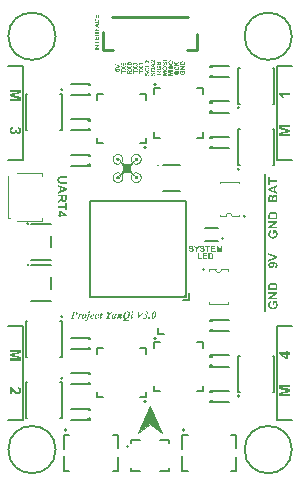
<source format=gbr>
G04*
G04 #@! TF.GenerationSoftware,Altium Limited,Altium Designer,24.1.2 (44)*
G04*
G04 Layer_Color=65535*
%FSLAX25Y25*%
%MOIN*%
G70*
G04*
G04 #@! TF.SameCoordinates,8AA45DA3-EFE9-42F3-ADE2-6CCF78DF1A05*
G04*
G04*
G04 #@! TF.FilePolarity,Positive*
G04*
G01*
G75*
%ADD10C,0.00500*%
%ADD11C,0.00472*%
%ADD12C,0.00591*%
%ADD13C,0.00787*%
%ADD14C,0.00394*%
%ADD15C,0.00600*%
%ADD16C,0.01000*%
G36*
X46789Y109122D02*
X46794Y109118D01*
X46807Y109116D01*
X46821Y109114D01*
X46829Y109110D01*
X46836Y109105D01*
X46845Y109104D01*
X46858Y109100D01*
X46870Y109091D01*
X46881Y109082D01*
X46890Y109079D01*
X46922Y109060D01*
X46982Y109013D01*
X47058Y108932D01*
X47102Y108865D01*
X47106Y108855D01*
X47115Y108845D01*
X47123Y108834D01*
X47127Y108822D01*
X47129Y108812D01*
X47133Y108806D01*
X47138Y108798D01*
X47140Y108783D01*
X47141Y108771D01*
X47145Y108765D01*
X47174Y108589D01*
X47150Y108384D01*
X47143Y108372D01*
X47140Y108359D01*
X47126Y108317D01*
X47108Y108289D01*
X47104Y108285D01*
X47102Y108276D01*
X47100Y108267D01*
X47096Y108264D01*
X47091Y108261D01*
X47089Y108255D01*
X47085Y108244D01*
X47075Y108231D01*
X47059Y108212D01*
X47039Y108188D01*
X46993Y108139D01*
X46963Y108113D01*
X46954Y108108D01*
X46939Y108094D01*
X46921Y108081D01*
X46907Y108076D01*
X46899Y108074D01*
X46895Y108070D01*
X46870Y108051D01*
X46837Y108038D01*
X46828Y108034D01*
X46815Y108025D01*
X46799Y108017D01*
X46782Y108013D01*
X46768Y108011D01*
X46760Y108007D01*
X46747Y108002D01*
X46719Y108000D01*
X46687Y107998D01*
X46665Y107990D01*
X46590Y107978D01*
X46520Y107990D01*
X46502Y107998D01*
X46470Y108000D01*
X46442Y108002D01*
X46428Y108007D01*
X46420Y108011D01*
X46407Y108013D01*
X46390Y108017D01*
X46373Y108025D01*
X46359Y108034D01*
X46347Y108038D01*
X46331Y108043D01*
X46310Y108055D01*
X46286Y108070D01*
X46265Y108082D01*
X46181Y108157D01*
X46105Y108242D01*
X46094Y108263D01*
X46079Y108286D01*
X46066Y108308D01*
X46061Y108323D01*
X46058Y108335D01*
X46049Y108350D01*
X46040Y108366D01*
X46036Y108383D01*
X46035Y108397D01*
X46030Y108405D01*
X46026Y108419D01*
X46024Y108448D01*
X46022Y108480D01*
X46015Y108495D01*
X46001Y108577D01*
X46017Y108651D01*
X46022Y108664D01*
X46024Y108693D01*
X46026Y108722D01*
X46030Y108737D01*
X46035Y108745D01*
X46036Y108758D01*
X46040Y108775D01*
X46048Y108791D01*
X46058Y108809D01*
X46068Y108832D01*
X46077Y108854D01*
X46088Y108869D01*
X46096Y108879D01*
X46099Y108888D01*
X46105Y108899D01*
X46118Y108915D01*
X46131Y108931D01*
X46137Y108940D01*
X46160Y108967D01*
X46210Y109014D01*
X46228Y109030D01*
X46244Y109045D01*
X46262Y109057D01*
X46284Y109070D01*
X46304Y109080D01*
X46317Y109089D01*
X46348Y109107D01*
X46382Y109116D01*
X46396Y109120D01*
X46411Y109129D01*
X46429Y109138D01*
X46449Y109141D01*
X46468Y109143D01*
X46481Y109148D01*
X46646Y109150D01*
X46789Y109122D01*
D02*
G37*
G36*
X40663Y109127D02*
X40675Y109119D01*
X40688Y109116D01*
X40730Y109103D01*
X40758Y109084D01*
X40762Y109080D01*
X40771Y109079D01*
X40780Y109077D01*
X40783Y109072D01*
X40786Y109068D01*
X40792Y109066D01*
X40814Y109054D01*
X40852Y109020D01*
X40866Y109008D01*
X40875Y109003D01*
X40907Y108973D01*
X40934Y108939D01*
X40939Y108931D01*
X40953Y108915D01*
X40966Y108898D01*
X40971Y108884D01*
X40973Y108875D01*
X40978Y108872D01*
X40996Y108848D01*
X41009Y108815D01*
X41013Y108805D01*
X41022Y108792D01*
X41030Y108775D01*
X41034Y108758D01*
X41036Y108745D01*
X41040Y108737D01*
X41045Y108722D01*
X41047Y108693D01*
X41049Y108663D01*
X41054Y108651D01*
X41068Y108576D01*
X41055Y108495D01*
X41049Y108479D01*
X41047Y108448D01*
X41045Y108419D01*
X41040Y108405D01*
X41036Y108397D01*
X41034Y108383D01*
X41030Y108366D01*
X41022Y108350D01*
X41013Y108335D01*
X41009Y108323D01*
X41004Y108308D01*
X40992Y108286D01*
X40977Y108263D01*
X40965Y108242D01*
X40939Y108209D01*
X40890Y108157D01*
X40838Y108108D01*
X40805Y108082D01*
X40784Y108070D01*
X40760Y108055D01*
X40739Y108043D01*
X40724Y108038D01*
X40712Y108034D01*
X40697Y108025D01*
X40681Y108017D01*
X40664Y108013D01*
X40650Y108011D01*
X40642Y108007D01*
X40628Y108002D01*
X40600Y108000D01*
X40568Y107998D01*
X40550Y107990D01*
X40480Y107978D01*
X40405Y107990D01*
X40384Y107998D01*
X40351Y108000D01*
X40324Y108002D01*
X40310Y108007D01*
X40302Y108011D01*
X40289Y108013D01*
X40271Y108017D01*
X40255Y108025D01*
X40242Y108034D01*
X40232Y108038D01*
X40199Y108051D01*
X40175Y108069D01*
X40172Y108074D01*
X40163Y108076D01*
X40149Y108081D01*
X40131Y108094D01*
X40116Y108108D01*
X40107Y108113D01*
X40077Y108139D01*
X40031Y108188D01*
X40012Y108212D01*
X39995Y108231D01*
X39985Y108244D01*
X39981Y108255D01*
X39979Y108261D01*
X39975Y108264D01*
X39970Y108267D01*
X39968Y108276D01*
X39967Y108285D01*
X39963Y108289D01*
X39944Y108317D01*
X39931Y108359D01*
X39928Y108372D01*
X39920Y108384D01*
X39897Y108589D01*
X39925Y108765D01*
X39929Y108771D01*
X39931Y108783D01*
X39933Y108798D01*
X39937Y108806D01*
X39941Y108812D01*
X39943Y108822D01*
X39947Y108834D01*
X39956Y108847D01*
X39965Y108858D01*
X39968Y108866D01*
X39987Y108898D01*
X40034Y108958D01*
X40114Y109034D01*
X40181Y109079D01*
X40189Y109082D01*
X40200Y109091D01*
X40213Y109100D01*
X40225Y109104D01*
X40235Y109105D01*
X40241Y109110D01*
X40249Y109114D01*
X40264Y109116D01*
X40277Y109118D01*
X40282Y109121D01*
X40300Y109134D01*
X40334Y109141D01*
X40351Y109143D01*
X40363Y109148D01*
X40514Y109151D01*
X40663Y109127D01*
D02*
G37*
G36*
X40702Y110325D02*
X40718Y110321D01*
X40758Y110320D01*
X40799Y110318D01*
X40818Y110313D01*
X40829Y110309D01*
X40849Y110307D01*
X40889Y110301D01*
X40909Y110288D01*
X40918Y110284D01*
X40942Y110280D01*
X41004Y110270D01*
X41039Y110255D01*
X41051Y110247D01*
X41062Y110244D01*
X41105Y110233D01*
X41141Y110216D01*
X41150Y110209D01*
X41162Y110207D01*
X41200Y110195D01*
X41232Y110176D01*
X41238Y110171D01*
X41247Y110169D01*
X41277Y110160D01*
X41304Y110141D01*
X41312Y110134D01*
X41321Y110132D01*
X41335Y110126D01*
X41358Y110113D01*
X41379Y110099D01*
X41389Y110094D01*
X41403Y110087D01*
X41430Y110069D01*
X41457Y110051D01*
X41470Y110044D01*
X41499Y110024D01*
X41543Y109990D01*
X41553Y109984D01*
X41559Y109981D01*
X41570Y109974D01*
X41589Y109958D01*
X41620Y109929D01*
X41661Y109894D01*
X41739Y109821D01*
X41810Y109745D01*
X41884Y109655D01*
X41912Y109614D01*
X41914Y109608D01*
X41921Y109603D01*
X41930Y109594D01*
X41941Y109579D01*
X41953Y109558D01*
X41969Y109536D01*
X41982Y109518D01*
X41987Y109503D01*
X41989Y109495D01*
X41993Y109492D01*
X42011Y109467D01*
X42050Y109392D01*
X42061Y109369D01*
X42069Y109354D01*
X42091Y109312D01*
X42100Y109282D01*
X42102Y109271D01*
X42108Y109265D01*
X42126Y109232D01*
X42137Y109189D01*
X42141Y109178D01*
X42150Y109166D01*
X42159Y109151D01*
X42162Y109132D01*
X42164Y109116D01*
X42169Y109107D01*
X42173Y109097D01*
X42175Y109078D01*
X42176Y109061D01*
X42180Y109053D01*
X42193Y109035D01*
X42200Y108997D01*
X42202Y108979D01*
X42206Y108969D01*
X42211Y108954D01*
X42213Y108925D01*
X42214Y108896D01*
X42218Y108884D01*
X42239Y108803D01*
X42245Y108564D01*
X42239Y108329D01*
X42219Y108251D01*
X42214Y108239D01*
X42211Y108209D01*
X42200Y108129D01*
X42186Y108089D01*
X42178Y108074D01*
X42175Y108055D01*
X42173Y108038D01*
X42169Y108029D01*
X42164Y108021D01*
X42162Y108007D01*
X42159Y107990D01*
X42150Y107974D01*
X42141Y107959D01*
X42137Y107947D01*
X42126Y107903D01*
X42108Y107871D01*
X42102Y107865D01*
X42100Y107856D01*
X42079Y107801D01*
X42037Y107775D01*
X41955Y107837D01*
X41887Y107913D01*
X41876Y107927D01*
X41849Y107955D01*
X41811Y107994D01*
Y108038D01*
X41813Y108070D01*
X41818Y108085D01*
X41822Y108093D01*
X41824Y108106D01*
X41828Y108122D01*
X41837Y108135D01*
X41846Y108150D01*
X41849Y108173D01*
X41851Y108193D01*
X41855Y108204D01*
X41859Y108215D01*
X41863Y108238D01*
X41868Y108264D01*
X41876Y108281D01*
X41897Y108522D01*
X41893Y108761D01*
X41888Y108779D01*
X41887Y108811D01*
X41884Y108848D01*
X41876Y108866D01*
X41868Y108884D01*
X41863Y108909D01*
X41859Y108933D01*
X41855Y108944D01*
X41851Y108954D01*
X41849Y108973D01*
X41846Y108995D01*
X41837Y109011D01*
X41828Y109026D01*
X41824Y109042D01*
X41822Y109055D01*
X41818Y109063D01*
X41813Y109070D01*
X41811Y109083D01*
X41808Y109098D01*
X41799Y109114D01*
X41790Y109129D01*
X41786Y109142D01*
X41785Y109151D01*
X41780Y109157D01*
X41776Y109164D01*
X41774Y109176D01*
X41772Y109187D01*
X41769Y109191D01*
X41750Y109217D01*
X41736Y109251D01*
X41734Y109258D01*
X41730Y109260D01*
X41712Y109285D01*
X41699Y109318D01*
X41693Y109327D01*
X41680Y109343D01*
X41666Y109359D01*
X41661Y109370D01*
X41655Y109381D01*
X41642Y109398D01*
X41629Y109415D01*
X41623Y109426D01*
X41620Y109433D01*
X41611Y109441D01*
X41602Y109449D01*
X41598Y109457D01*
X41597Y109464D01*
X41594Y109468D01*
X41583Y109478D01*
X41564Y109499D01*
X41486Y109583D01*
X41410Y109655D01*
X41376Y109685D01*
X41361Y109701D01*
X41358Y109704D01*
X41353Y109705D01*
X41337Y109714D01*
X41308Y109735D01*
X41276Y109759D01*
X41252Y109774D01*
X41237Y109783D01*
X41224Y109793D01*
X41207Y109804D01*
X41183Y109817D01*
X41162Y109828D01*
X41153Y109837D01*
X41151Y109841D01*
X41145Y109843D01*
X41111Y109856D01*
X41081Y109874D01*
X41075Y109879D01*
X41065Y109881D01*
X41053Y109882D01*
X41042Y109887D01*
X41028Y109893D01*
X41011Y109900D01*
X40996Y109907D01*
X40990Y109913D01*
X40985Y109917D01*
X40972Y109918D01*
X40958Y109920D01*
X40949Y109925D01*
X40942Y109929D01*
X40931Y109931D01*
X40900Y109938D01*
X40884Y109951D01*
X40876Y109955D01*
X40856Y109956D01*
X40835Y109958D01*
X40824Y109962D01*
X40813Y109967D01*
X40791Y109969D01*
X40764Y109972D01*
X40742Y109981D01*
X40470Y110002D01*
X40198Y109981D01*
X40177Y109972D01*
X40152Y109969D01*
X40132Y109967D01*
X40122Y109962D01*
X40111Y109958D01*
X40090Y109956D01*
X40071Y109955D01*
X40062Y109951D01*
X40046Y109938D01*
X40016Y109931D01*
X40004Y109929D01*
X39997Y109925D01*
X39989Y109920D01*
X39977Y109918D01*
X39961Y109915D01*
X39945Y109906D01*
X39930Y109897D01*
X39918Y109893D01*
X39909Y109892D01*
X39903Y109887D01*
X39895Y109883D01*
X39884Y109881D01*
X39872Y109879D01*
X39865Y109874D01*
X39835Y109856D01*
X39801Y109843D01*
X39795Y109842D01*
X39793Y109838D01*
X39783Y109829D01*
X39759Y109815D01*
X39734Y109802D01*
X39724Y109793D01*
X39719Y109788D01*
X39708Y109783D01*
X39697Y109779D01*
X39693Y109774D01*
X39690Y109770D01*
X39685Y109768D01*
X39673Y109762D01*
X39655Y109749D01*
X39639Y109736D01*
X39629Y109730D01*
X39620Y109725D01*
X39605Y109712D01*
X39589Y109698D01*
X39580Y109693D01*
X39462Y109585D01*
X39354Y109467D01*
X39349Y109458D01*
X39335Y109442D01*
X39322Y109427D01*
X39316Y109419D01*
X39311Y109410D01*
X39298Y109392D01*
X39284Y109373D01*
X39279Y109361D01*
X39277Y109356D01*
X39273Y109354D01*
X39268Y109350D01*
X39264Y109339D01*
X39259Y109328D01*
X39254Y109323D01*
X39245Y109313D01*
X39232Y109289D01*
X39218Y109264D01*
X39209Y109254D01*
X39205Y109252D01*
X39204Y109246D01*
X39191Y109212D01*
X39172Y109182D01*
X39168Y109175D01*
X39166Y109163D01*
X39164Y109151D01*
X39160Y109144D01*
X39155Y109138D01*
X39154Y109129D01*
X39150Y109116D01*
X39141Y109102D01*
X39132Y109086D01*
X39129Y109070D01*
X39127Y109058D01*
X39122Y109050D01*
X39118Y109043D01*
X39116Y109031D01*
X39109Y109002D01*
X39097Y108984D01*
X39092Y108977D01*
X39089Y108958D01*
X39077Y108879D01*
X39064Y108845D01*
X39046Y108567D01*
X39059Y108314D01*
X39073Y108285D01*
X39089Y108190D01*
X39092Y108171D01*
X39097Y108163D01*
X39109Y108146D01*
X39116Y108116D01*
X39118Y108105D01*
X39122Y108098D01*
X39127Y108089D01*
X39129Y108075D01*
X39130Y108062D01*
X39134Y108057D01*
X39140Y108051D01*
X39147Y108036D01*
X39154Y108019D01*
X39160Y108005D01*
X39164Y107994D01*
X39166Y107982D01*
X39168Y107972D01*
X39172Y107966D01*
X39191Y107936D01*
X39204Y107902D01*
X39206Y107896D01*
X39210Y107894D01*
X39218Y107885D01*
X39230Y107864D01*
X39245Y107837D01*
X39261Y107812D01*
X39274Y107796D01*
X39279Y107786D01*
X39288Y107770D01*
X39310Y107740D01*
X39332Y107710D01*
X39342Y107694D01*
X39343Y107689D01*
X39346Y107686D01*
X39362Y107671D01*
X39392Y107637D01*
X39491Y107536D01*
X39585Y107452D01*
X39594Y107444D01*
X39605Y107435D01*
X39619Y107425D01*
X39635Y107415D01*
X39649Y107405D01*
X39657Y107396D01*
X39663Y107389D01*
X39672Y107386D01*
X39686Y107380D01*
X39704Y107367D01*
X39720Y107354D01*
X39731Y107348D01*
X39751Y107341D01*
X39777Y107323D01*
X39793Y107313D01*
X39814Y107304D01*
X39834Y107295D01*
X39849Y107284D01*
X39862Y107276D01*
X39874Y107273D01*
X39884Y107271D01*
X39890Y107267D01*
X39896Y107263D01*
X39906Y107261D01*
X39918Y107257D01*
X39931Y107248D01*
X39944Y107239D01*
X39959Y107236D01*
X39974Y107234D01*
X39986Y107230D01*
X39998Y107225D01*
X40014Y107220D01*
X40028Y107215D01*
X40040Y107207D01*
X40054Y107201D01*
X40074Y107198D01*
X40093Y107196D01*
X40103Y107192D01*
X40112Y107187D01*
X40128Y107185D01*
X40164Y107179D01*
X40182Y107166D01*
X40196Y107162D01*
X40231Y107160D01*
X40268Y107159D01*
X40285Y107154D01*
X40336Y107150D01*
X40473Y107148D01*
X40610Y107150D01*
X40661Y107154D01*
X40679Y107159D01*
X40715Y107160D01*
X40750Y107162D01*
X40765Y107166D01*
X40783Y107179D01*
X40818Y107185D01*
X40834Y107187D01*
X40843Y107192D01*
X40853Y107196D01*
X40873Y107198D01*
X40894Y107201D01*
X40909Y107208D01*
X40946Y107225D01*
X41010Y107234D01*
X41051Y107237D01*
X41091Y107199D01*
X41120Y107172D01*
X41134Y107160D01*
X41143Y107154D01*
X41157Y107140D01*
X41185Y107113D01*
X41224Y107076D01*
X41267Y106987D01*
X41191Y106947D01*
X41182Y106945D01*
X41176Y106939D01*
X41144Y106921D01*
X41098Y106910D01*
X41087Y106907D01*
X41080Y106901D01*
X41052Y106886D01*
X40997Y106874D01*
X40978Y106869D01*
X40964Y106862D01*
X40923Y106847D01*
X40848Y106836D01*
X40820Y106833D01*
X40808Y106828D01*
X40491Y106800D01*
X40146Y106823D01*
X40127Y106831D01*
X40097Y106836D01*
X40027Y106846D01*
X39985Y106862D01*
X39970Y106869D01*
X39955Y106872D01*
X39900Y106885D01*
X39862Y106904D01*
X39856Y106908D01*
X39843Y106910D01*
X39829Y106912D01*
X39821Y106916D01*
X39814Y106920D01*
X39803Y106922D01*
X39789Y106926D01*
X39776Y106935D01*
X39764Y106944D01*
X39754Y106947D01*
X39719Y106960D01*
X39690Y106979D01*
X39683Y106983D01*
X39674Y106985D01*
X39645Y106994D01*
X39620Y107010D01*
X39610Y107018D01*
X39588Y107029D01*
X39568Y107041D01*
X39557Y107051D01*
X39550Y107057D01*
X39540Y107060D01*
X39524Y107065D01*
X39507Y107077D01*
X39487Y107093D01*
X39465Y107106D01*
X39449Y107117D01*
X39442Y107126D01*
X39438Y107133D01*
X39429Y107136D01*
X39288Y107248D01*
X39110Y107430D01*
X39078Y107469D01*
X39055Y107496D01*
X39042Y107513D01*
X39032Y107529D01*
X39022Y107545D01*
X39008Y107563D01*
X38996Y107578D01*
X38990Y107589D01*
X38985Y107600D01*
X38971Y107618D01*
X38958Y107636D01*
X38953Y107651D01*
X38951Y107659D01*
X38947Y107662D01*
X38929Y107687D01*
X38915Y107722D01*
X38912Y107730D01*
X38903Y107740D01*
X38894Y107752D01*
X38890Y107763D01*
X38888Y107771D01*
X38884Y107775D01*
X38880Y107779D01*
X38878Y107789D01*
X38874Y107803D01*
X38865Y107815D01*
X38856Y107827D01*
X38853Y107838D01*
X38851Y107847D01*
X38846Y107853D01*
X38842Y107860D01*
X38840Y107870D01*
X38837Y107883D01*
X38828Y107898D01*
X38819Y107914D01*
X38815Y107929D01*
X38813Y107940D01*
X38809Y107947D01*
X38804Y107956D01*
X38802Y107972D01*
X38799Y107989D01*
X38791Y108003D01*
X38777Y108029D01*
X38767Y108090D01*
X38763Y108111D01*
X38759Y108119D01*
X38742Y108158D01*
X38729Y108257D01*
X38724Y108296D01*
X38716Y108316D01*
X38702Y108581D01*
X38721Y108828D01*
X38726Y108842D01*
X38727Y108878D01*
X38729Y108914D01*
X38734Y108931D01*
X38738Y108941D01*
X38740Y108959D01*
X38746Y108997D01*
X38760Y109016D01*
X38763Y109025D01*
X38765Y109047D01*
X38767Y109070D01*
X38771Y109082D01*
X38776Y109089D01*
X38777Y109103D01*
X38781Y109119D01*
X38790Y109134D01*
X38799Y109149D01*
X38802Y109166D01*
X38804Y109180D01*
X38809Y109188D01*
X38813Y109195D01*
X38815Y109206D01*
X38819Y109221D01*
X38828Y109237D01*
X38837Y109252D01*
X38840Y109266D01*
X38842Y109276D01*
X38846Y109282D01*
X38851Y109288D01*
X38853Y109297D01*
X38856Y109310D01*
X38865Y109325D01*
X38874Y109339D01*
X38878Y109350D01*
X38892Y109385D01*
X38910Y109411D01*
X38914Y109413D01*
X38915Y109420D01*
X38929Y109451D01*
X38947Y109473D01*
X38951Y109476D01*
X38953Y109483D01*
X38963Y109509D01*
X38983Y109532D01*
X38988Y109538D01*
X38991Y109548D01*
X38996Y109561D01*
X39009Y109579D01*
X39023Y109595D01*
X39028Y109605D01*
X39034Y109614D01*
X39047Y109630D01*
X39060Y109646D01*
X39066Y109655D01*
X39071Y109664D01*
X39085Y109679D01*
X39098Y109695D01*
X39103Y109704D01*
X39220Y109827D01*
X39344Y109943D01*
X39353Y109949D01*
X39368Y109962D01*
X39383Y109976D01*
X39392Y109981D01*
X39401Y109987D01*
X39417Y110000D01*
X39433Y110013D01*
X39444Y110019D01*
X39456Y110025D01*
X39473Y110038D01*
X39491Y110051D01*
X39502Y110056D01*
X39513Y110062D01*
X39530Y110075D01*
X39547Y110088D01*
X39562Y110094D01*
X39570Y110096D01*
X39574Y110100D01*
X39599Y110118D01*
X39634Y110132D01*
X39640Y110133D01*
X39643Y110138D01*
X39668Y110156D01*
X39704Y110169D01*
X39713Y110173D01*
X39725Y110182D01*
X39738Y110191D01*
X39750Y110194D01*
X39759Y110196D01*
X39765Y110201D01*
X39772Y110205D01*
X39784Y110207D01*
X39799Y110211D01*
X39813Y110219D01*
X39827Y110228D01*
X39841Y110232D01*
X39852Y110234D01*
X39859Y110238D01*
X39868Y110243D01*
X39884Y110244D01*
X39899Y110246D01*
X39906Y110250D01*
X39923Y110262D01*
X39953Y110269D01*
X39964Y110271D01*
X39972Y110276D01*
X39981Y110280D01*
X40000Y110282D01*
X40023Y110286D01*
X40045Y110294D01*
X40068Y110304D01*
X40095Y110307D01*
X40117Y110309D01*
X40128Y110313D01*
X40147Y110318D01*
X40185Y110320D01*
X40223Y110321D01*
X40238Y110326D01*
X40244Y110332D01*
X40258Y110338D01*
X40502Y110345D01*
X40702Y110325D01*
D02*
G37*
G36*
X46927Y110326D02*
X46938Y110321D01*
X46966Y110318D01*
X47054Y110305D01*
X47089Y110288D01*
X47095Y110284D01*
X47109Y110282D01*
X47170Y110269D01*
X47209Y110250D01*
X47214Y110246D01*
X47227Y110244D01*
X47241Y110243D01*
X47249Y110238D01*
X47256Y110234D01*
X47268Y110232D01*
X47282Y110228D01*
X47298Y110219D01*
X47312Y110211D01*
X47323Y110207D01*
X47350Y110197D01*
X47390Y110176D01*
X47406Y110168D01*
X47429Y110157D01*
X47451Y110146D01*
X47459Y110138D01*
X47462Y110133D01*
X47468Y110132D01*
X47496Y110122D01*
X47522Y110103D01*
X47529Y110097D01*
X47536Y110094D01*
X47590Y110062D01*
X47640Y110024D01*
X47644Y110020D01*
X47649Y110019D01*
X47662Y110012D01*
X47681Y109997D01*
X47699Y109981D01*
X47709Y109975D01*
X47723Y109965D01*
X47749Y109942D01*
X47778Y109917D01*
X47796Y109902D01*
X47806Y109894D01*
X47813Y109882D01*
X47820Y109872D01*
X47826Y109868D01*
X47862Y109838D01*
X47892Y109802D01*
X47896Y109796D01*
X47905Y109790D01*
X47917Y109782D01*
X47926Y109773D01*
X47940Y109754D01*
X47965Y109725D01*
X47989Y109699D01*
X47998Y109686D01*
X48005Y109676D01*
X48020Y109657D01*
X48036Y109639D01*
X48042Y109628D01*
X48046Y109621D01*
X48054Y109611D01*
X48065Y109597D01*
X48074Y109581D01*
X48083Y109567D01*
X48090Y109558D01*
X48100Y109546D01*
X48111Y109525D01*
X48123Y109505D01*
X48130Y109495D01*
X48145Y109472D01*
X48155Y109444D01*
X48157Y109438D01*
X48161Y109436D01*
X48180Y109410D01*
X48193Y109372D01*
X48195Y109364D01*
X48199Y109361D01*
X48217Y109334D01*
X48230Y109297D01*
X48234Y109284D01*
X48243Y109271D01*
X48252Y109258D01*
X48255Y109244D01*
X48257Y109233D01*
X48262Y109226D01*
X48266Y109218D01*
X48268Y109204D01*
X48270Y109190D01*
X48273Y109185D01*
X48293Y109146D01*
X48305Y109086D01*
X48307Y109072D01*
X48311Y109066D01*
X48328Y109033D01*
X48341Y108947D01*
X48347Y108915D01*
X48356Y108887D01*
X48370Y108550D01*
X48349Y108251D01*
X48345Y108239D01*
X48343Y108211D01*
X48341Y108181D01*
X48337Y108167D01*
X48333Y108157D01*
X48331Y108140D01*
X48327Y108117D01*
X48318Y108096D01*
X48309Y108076D01*
X48305Y108056D01*
X48304Y108040D01*
X48300Y108027D01*
X48294Y108014D01*
X48290Y107999D01*
X48285Y107985D01*
X48277Y107973D01*
X48271Y107962D01*
X48268Y107948D01*
X48266Y107936D01*
X48262Y107928D01*
X48257Y107921D01*
X48255Y107910D01*
X48252Y107895D01*
X48243Y107879D01*
X48234Y107864D01*
X48230Y107851D01*
X48228Y107841D01*
X48224Y107834D01*
X48220Y107828D01*
X48218Y107819D01*
X48214Y107808D01*
X48205Y107797D01*
X48196Y107787D01*
X48193Y107778D01*
X48179Y107744D01*
X48161Y107718D01*
X48157Y107716D01*
X48155Y107710D01*
X48141Y107675D01*
X48123Y107649D01*
X48119Y107647D01*
X48118Y107642D01*
X48077Y107575D01*
X48021Y107497D01*
X48009Y107483D01*
X48005Y107474D01*
X47994Y107458D01*
X47967Y107429D01*
X47940Y107400D01*
X47929Y107385D01*
X47924Y107378D01*
X47911Y107366D01*
X47897Y107355D01*
X47892Y107346D01*
X47844Y107295D01*
X47791Y107248D01*
X47777Y107237D01*
X47749Y107211D01*
X47719Y107184D01*
X47701Y107173D01*
X47694Y107171D01*
X47691Y107167D01*
X47648Y107130D01*
X47599Y107098D01*
X47592Y107094D01*
X47583Y107085D01*
X47573Y107076D01*
X47563Y107073D01*
X47556Y107071D01*
X47553Y107066D01*
X47550Y107062D01*
X47541Y107060D01*
X47532Y107059D01*
X47527Y107055D01*
X47504Y107036D01*
X47477Y107023D01*
X47467Y107019D01*
X47457Y107011D01*
X47442Y107000D01*
X47420Y106991D01*
X47398Y106981D01*
X47381Y106971D01*
X47370Y106963D01*
X47358Y106960D01*
X47349Y106958D01*
X47343Y106954D01*
X47336Y106949D01*
X47325Y106947D01*
X47313Y106945D01*
X47307Y106939D01*
X47275Y106921D01*
X47230Y106910D01*
X47218Y106906D01*
X47204Y106897D01*
X47188Y106888D01*
X47170Y106885D01*
X47157Y106883D01*
X47149Y106878D01*
X47140Y106874D01*
X47126Y106872D01*
X47109Y106869D01*
X47095Y106862D01*
X47077Y106853D01*
X47052Y106848D01*
X47028Y106845D01*
X47017Y106840D01*
X47004Y106836D01*
X46979Y106834D01*
X46950Y106832D01*
X46929Y106824D01*
X46597Y106800D01*
X46266Y106824D01*
X46245Y106832D01*
X46216Y106834D01*
X46190Y106836D01*
X46178Y106840D01*
X46167Y106845D01*
X46146Y106849D01*
X46122Y106854D01*
X46106Y106862D01*
X46092Y106869D01*
X46072Y106872D01*
X46055Y106874D01*
X46046Y106878D01*
X46038Y106883D01*
X46023Y106885D01*
X46007Y106888D01*
X45994Y106897D01*
X45981Y106906D01*
X45963Y106910D01*
X45948Y106912D01*
X45939Y106916D01*
X45933Y106920D01*
X45924Y106922D01*
X45911Y106926D01*
X45897Y106935D01*
X45883Y106944D01*
X45872Y106947D01*
X45817Y106973D01*
X45795Y107018D01*
X45864Y107094D01*
X45937Y107160D01*
X45951Y107172D01*
X45979Y107199D01*
X46019Y107237D01*
X46060Y107234D01*
X46126Y107224D01*
X46159Y107208D01*
X46172Y107201D01*
X46195Y107198D01*
X46216Y107196D01*
X46227Y107192D01*
X46237Y107187D01*
X46253Y107185D01*
X46288Y107179D01*
X46306Y107166D01*
X46544Y107151D01*
X46791Y107154D01*
X46808Y107159D01*
X46841Y107160D01*
X46878Y107163D01*
X46900Y107173D01*
X46918Y107182D01*
X46940Y107185D01*
X46957Y107187D01*
X46967Y107192D01*
X46977Y107196D01*
X46996Y107198D01*
X47017Y107201D01*
X47031Y107207D01*
X47042Y107215D01*
X47057Y107220D01*
X47072Y107225D01*
X47085Y107230D01*
X47097Y107234D01*
X47111Y107236D01*
X47126Y107239D01*
X47140Y107248D01*
X47152Y107257D01*
X47164Y107261D01*
X47174Y107263D01*
X47180Y107267D01*
X47187Y107271D01*
X47197Y107273D01*
X47209Y107276D01*
X47221Y107284D01*
X47236Y107295D01*
X47257Y107304D01*
X47277Y107313D01*
X47293Y107323D01*
X47320Y107341D01*
X47340Y107348D01*
X47350Y107354D01*
X47366Y107367D01*
X47384Y107381D01*
X47396Y107386D01*
X47409Y107392D01*
X47424Y107405D01*
X47439Y107418D01*
X47449Y107424D01*
X47457Y107427D01*
X47464Y107436D01*
X47472Y107445D01*
X47481Y107449D01*
X47488Y107450D01*
X47492Y107453D01*
X47507Y107469D01*
X47540Y107499D01*
X47612Y107565D01*
X47679Y107637D01*
X47709Y107671D01*
X47724Y107686D01*
X47728Y107689D01*
X47729Y107694D01*
X47738Y107710D01*
X47759Y107739D01*
X47782Y107771D01*
X47797Y107795D01*
X47806Y107810D01*
X47816Y107823D01*
X47827Y107840D01*
X47840Y107864D01*
X47851Y107885D01*
X47859Y107894D01*
X47865Y107902D01*
X47873Y107923D01*
X47882Y107947D01*
X47893Y107964D01*
X47901Y107975D01*
X47904Y107987D01*
X47906Y107997D01*
X47911Y108003D01*
X47915Y108010D01*
X47917Y108022D01*
X47921Y108037D01*
X47929Y108052D01*
X47938Y108067D01*
X47942Y108081D01*
X47944Y108091D01*
X47948Y108098D01*
X47953Y108106D01*
X47955Y108121D01*
X47958Y108140D01*
X47967Y108157D01*
X47976Y108175D01*
X47979Y108196D01*
X47981Y108213D01*
X47986Y108223D01*
X47990Y108233D01*
X47992Y108254D01*
X47998Y108298D01*
X48011Y108320D01*
X48020Y108393D01*
X48024Y108577D01*
X48020Y108761D01*
X48011Y108834D01*
X47998Y108858D01*
X47982Y108950D01*
X47976Y108971D01*
X47969Y108986D01*
X47957Y109010D01*
X47944Y109069D01*
X47939Y109084D01*
X47932Y109094D01*
X47915Y109127D01*
X47905Y109167D01*
X47902Y109177D01*
X47895Y109185D01*
X47877Y109210D01*
X47867Y109236D01*
X47861Y109248D01*
X47848Y109269D01*
X47835Y109290D01*
X47829Y109303D01*
X47826Y109312D01*
X47817Y109323D01*
X47808Y109335D01*
X47804Y109345D01*
X47802Y109352D01*
X47798Y109354D01*
X47793Y109357D01*
X47791Y109362D01*
X47786Y109374D01*
X47772Y109392D01*
X47759Y109409D01*
X47754Y109422D01*
X47752Y109427D01*
X47749Y109430D01*
X47735Y109442D01*
X47712Y109472D01*
X47609Y109585D01*
X47495Y109688D01*
X47466Y109712D01*
X47453Y109725D01*
X47451Y109729D01*
X47445Y109730D01*
X47433Y109736D01*
X47415Y109749D01*
X47398Y109762D01*
X47386Y109768D01*
X47380Y109770D01*
X47378Y109774D01*
X47375Y109779D01*
X47368Y109781D01*
X47358Y109784D01*
X47347Y109792D01*
X47335Y109802D01*
X47322Y109808D01*
X47307Y109815D01*
X47289Y109827D01*
X47268Y109839D01*
X47246Y109849D01*
X47227Y109859D01*
X47211Y109869D01*
X47199Y109878D01*
X47189Y109881D01*
X47150Y109892D01*
X47118Y109909D01*
X47108Y109916D01*
X47093Y109920D01*
X47039Y109933D01*
X47008Y109946D01*
X46994Y109953D01*
X46973Y109958D01*
X46881Y109974D01*
X46858Y109988D01*
X46607Y110001D01*
X46329Y109981D01*
X46306Y109972D01*
X46280Y109969D01*
X46258Y109967D01*
X46246Y109962D01*
X46235Y109958D01*
X46215Y109956D01*
X46195Y109955D01*
X46187Y109951D01*
X46170Y109938D01*
X46140Y109931D01*
X46128Y109929D01*
X46121Y109925D01*
X46113Y109920D01*
X46099Y109918D01*
X46086Y109917D01*
X46080Y109913D01*
X46074Y109907D01*
X46060Y109900D01*
X46042Y109893D01*
X46029Y109887D01*
X46018Y109882D01*
X46006Y109881D01*
X45994Y109877D01*
X45983Y109868D01*
X45972Y109860D01*
X45961Y109856D01*
X45952Y109854D01*
X45946Y109850D01*
X45939Y109845D01*
X45929Y109843D01*
X45921Y109841D01*
X45917Y109837D01*
X45908Y109828D01*
X45888Y109817D01*
X45863Y109804D01*
X45847Y109793D01*
X45834Y109783D01*
X45818Y109774D01*
X45795Y109759D01*
X45762Y109735D01*
X45733Y109714D01*
X45717Y109705D01*
X45713Y109704D01*
X45709Y109701D01*
X45694Y109685D01*
X45661Y109655D01*
X45558Y109556D01*
X45475Y109462D01*
X45468Y109453D01*
X45458Y109442D01*
X45450Y109432D01*
X45447Y109424D01*
X45442Y109415D01*
X45430Y109401D01*
X45415Y109383D01*
X45404Y109365D01*
X45394Y109350D01*
X45383Y109336D01*
X45375Y109325D01*
X45372Y109316D01*
X45367Y109303D01*
X45354Y109282D01*
X45338Y109256D01*
X45327Y109232D01*
X45318Y109213D01*
X45308Y109198D01*
X45300Y109186D01*
X45297Y109173D01*
X45295Y109163D01*
X45290Y109157D01*
X45286Y109151D01*
X45284Y109141D01*
X45281Y109128D01*
X45272Y109116D01*
X45263Y109103D01*
X45259Y109088D01*
X45257Y109073D01*
X45253Y109061D01*
X45248Y109049D01*
X45244Y109034D01*
X45239Y109019D01*
X45231Y109007D01*
X45224Y108993D01*
X45221Y108973D01*
X45220Y108954D01*
X45216Y108944D01*
X45211Y108933D01*
X45207Y108912D01*
X45202Y108889D01*
X45195Y108873D01*
X45175Y108574D01*
X45195Y108275D01*
X45202Y108258D01*
X45208Y108232D01*
X45211Y108209D01*
X45216Y108197D01*
X45220Y108187D01*
X45221Y108168D01*
X45224Y108148D01*
X45231Y108136D01*
X45248Y108102D01*
X45257Y108037D01*
X45260Y107995D01*
X45222Y107956D01*
X45195Y107927D01*
X45184Y107913D01*
X45178Y107904D01*
X45164Y107890D01*
X45136Y107862D01*
X45099Y107823D01*
X45029Y107772D01*
X44981Y107818D01*
X44974Y107836D01*
X44971Y107848D01*
X44967Y107859D01*
X44958Y107873D01*
X44949Y107888D01*
X44946Y107901D01*
X44944Y107910D01*
X44939Y107916D01*
X44935Y107924D01*
X44933Y107938D01*
X44929Y107955D01*
X44921Y107969D01*
X44912Y107983D01*
X44908Y108000D01*
X44906Y108014D01*
X44902Y108022D01*
X44897Y108031D01*
X44895Y108048D01*
X44892Y108069D01*
X44883Y108086D01*
X44874Y108105D01*
X44870Y108126D01*
X44869Y108144D01*
X44864Y108154D01*
X44860Y108167D01*
X44858Y108193D01*
X44855Y108223D01*
X44847Y108240D01*
X44838Y108262D01*
X44834Y108307D01*
X44831Y108347D01*
X44826Y108367D01*
X44820Y108578D01*
X44826Y108787D01*
X44831Y108803D01*
X44833Y108836D01*
X44836Y108876D01*
X44845Y108906D01*
X44854Y108933D01*
X44860Y108963D01*
X44871Y109035D01*
X44885Y109071D01*
X44892Y109086D01*
X44895Y109105D01*
X44897Y109122D01*
X44902Y109132D01*
X44906Y109140D01*
X44908Y109154D01*
X44912Y109170D01*
X44921Y109183D01*
X44929Y109195D01*
X44933Y109207D01*
X44943Y109247D01*
X44960Y109284D01*
X44968Y109300D01*
X44978Y109324D01*
X44989Y109350D01*
X44999Y109367D01*
X45006Y109376D01*
X45008Y109384D01*
X45022Y109417D01*
X45041Y109442D01*
X45044Y109445D01*
X45046Y109452D01*
X45051Y109467D01*
X45065Y109490D01*
X45078Y109511D01*
X45083Y109524D01*
X45085Y109528D01*
X45090Y109530D01*
X45094Y109533D01*
X45096Y109539D01*
X45100Y109550D01*
X45109Y109561D01*
X45118Y109571D01*
X45121Y109578D01*
X45166Y109642D01*
X45224Y109716D01*
X45240Y109733D01*
X45259Y109756D01*
X45347Y109848D01*
X45414Y109906D01*
X45419Y109909D01*
X45422Y109915D01*
X45428Y109925D01*
X45441Y109935D01*
X45454Y109944D01*
X45460Y109950D01*
X45478Y109966D01*
X45521Y109999D01*
X45606Y110061D01*
X45648Y110085D01*
X45664Y110094D01*
X45673Y110100D01*
X45699Y110120D01*
X45724Y110132D01*
X45734Y110135D01*
X45744Y110143D01*
X45759Y110154D01*
X45781Y110163D01*
X45803Y110173D01*
X45820Y110183D01*
X45832Y110191D01*
X45843Y110194D01*
X45852Y110196D01*
X45858Y110201D01*
X45864Y110205D01*
X45874Y110207D01*
X45886Y110211D01*
X45899Y110219D01*
X45912Y110228D01*
X45926Y110232D01*
X45938Y110234D01*
X45946Y110238D01*
X45953Y110243D01*
X45965Y110244D01*
X45981Y110248D01*
X45997Y110257D01*
X46014Y110266D01*
X46031Y110269D01*
X46044Y110271D01*
X46052Y110276D01*
X46062Y110280D01*
X46081Y110282D01*
X46098Y110284D01*
X46105Y110288D01*
X46140Y110305D01*
X46227Y110318D01*
X46257Y110322D01*
X46275Y110329D01*
X46284Y110336D01*
X46293Y110340D01*
X46626Y110345D01*
X46927Y110326D01*
D02*
G37*
G36*
X45810Y108265D02*
X45823Y108241D01*
X45825Y108230D01*
X45828Y108226D01*
X45836Y108217D01*
X45848Y108194D01*
X45966Y108023D01*
X46080Y107913D01*
X46084Y107911D01*
X46086Y107908D01*
X46090Y107903D01*
X46098Y107897D01*
X46118Y107885D01*
X46148Y107865D01*
X46181Y107844D01*
X46209Y107830D01*
X46228Y107821D01*
X46243Y107811D01*
X46255Y107803D01*
X46268Y107800D01*
X46296Y107773D01*
X46289Y107739D01*
X46278Y107733D01*
X46267Y107723D01*
X46256Y107715D01*
X46246Y107712D01*
X46240Y107711D01*
X46237Y107707D01*
X46234Y107702D01*
X46226Y107696D01*
X46185Y107672D01*
X46157Y107651D01*
X46143Y107641D01*
X46133Y107637D01*
X46127Y107635D01*
X46124Y107631D01*
X46122Y107626D01*
X46118Y107624D01*
X46108Y107619D01*
X46092Y107605D01*
X46075Y107592D01*
X46064Y107587D01*
X46053Y107582D01*
X46038Y107569D01*
X46006Y107542D01*
X45986Y107527D01*
X45951Y107501D01*
X45898Y107457D01*
X45880Y107442D01*
X45868Y107436D01*
X45863Y107434D01*
X45861Y107430D01*
X45844Y107413D01*
X45805Y107379D01*
X45601Y107185D01*
X45441Y107018D01*
X45431Y107004D01*
X45406Y106976D01*
X45382Y106949D01*
X45372Y106936D01*
X45361Y106920D01*
X45336Y106885D01*
X45306Y106846D01*
X45287Y106817D01*
X45276Y106803D01*
X45267Y106797D01*
X45261Y106793D01*
X45259Y106784D01*
X45254Y106767D01*
X45240Y106747D01*
X45227Y106729D01*
X45221Y106719D01*
X45216Y106708D01*
X45204Y106689D01*
X45189Y106663D01*
X45177Y106640D01*
X45167Y106622D01*
X45157Y106610D01*
X45149Y106600D01*
X45146Y106590D01*
X45144Y106580D01*
X45140Y106574D01*
X45136Y106568D01*
X45134Y106559D01*
X45130Y106548D01*
X45121Y106537D01*
X45112Y106526D01*
X45109Y106517D01*
X45107Y106508D01*
X45103Y106497D01*
X45097Y106484D01*
X45090Y106466D01*
X45083Y106452D01*
X45077Y106446D01*
X45073Y106441D01*
X45071Y106430D01*
X45069Y106419D01*
X45065Y106411D01*
X45060Y106404D01*
X45059Y106393D01*
X45055Y106379D01*
X45046Y106366D01*
X45037Y106351D01*
X45033Y106334D01*
X45031Y106319D01*
X45027Y106311D01*
X45023Y106304D01*
X45021Y106293D01*
X45017Y106278D01*
X45008Y106262D01*
X45000Y106246D01*
X44996Y106227D01*
X44994Y106213D01*
X44989Y106204D01*
X44985Y106196D01*
X44983Y106181D01*
X44980Y106161D01*
X44971Y106141D01*
X44962Y106119D01*
X44956Y106094D01*
X44943Y106010D01*
X44931Y105977D01*
X44923Y105956D01*
X44918Y105919D01*
X44914Y105861D01*
X44909Y105786D01*
X44902Y105717D01*
X44893Y105680D01*
X44882Y105512D01*
X44893Y105343D01*
X44902Y105306D01*
X44909Y105237D01*
X44914Y105163D01*
X44918Y105104D01*
X44923Y105067D01*
X44931Y105047D01*
X44943Y105013D01*
X44956Y104929D01*
X44962Y104904D01*
X44971Y104882D01*
X44980Y104863D01*
X44983Y104843D01*
X44985Y104828D01*
X44989Y104819D01*
X44994Y104811D01*
X44996Y104796D01*
X45000Y104778D01*
X45008Y104761D01*
X45017Y104746D01*
X45021Y104731D01*
X45023Y104720D01*
X45027Y104713D01*
X45032Y104705D01*
X45033Y104692D01*
X45037Y104675D01*
X45046Y104659D01*
X45055Y104644D01*
X45058Y104630D01*
X45060Y104619D01*
X45065Y104612D01*
X45069Y104605D01*
X45071Y104593D01*
X45073Y104582D01*
X45077Y104578D01*
X45083Y104572D01*
X45090Y104557D01*
X45097Y104540D01*
X45103Y104526D01*
X45107Y104516D01*
X45109Y104507D01*
X45112Y104498D01*
X45121Y104487D01*
X45130Y104476D01*
X45134Y104464D01*
X45136Y104455D01*
X45140Y104449D01*
X45144Y104443D01*
X45146Y104434D01*
X45149Y104423D01*
X45157Y104414D01*
X45167Y104402D01*
X45177Y104384D01*
X45189Y104360D01*
X45204Y104335D01*
X45216Y104315D01*
X45221Y104305D01*
X45227Y104295D01*
X45240Y104277D01*
X45254Y104257D01*
X45259Y104243D01*
X45262Y104235D01*
X45268Y104229D01*
X45277Y104219D01*
X45288Y104205D01*
X45307Y104177D01*
X45336Y104138D01*
X45361Y104104D01*
X45372Y104088D01*
X45382Y104075D01*
X45406Y104048D01*
X45431Y104020D01*
X45441Y104005D01*
X45601Y103839D01*
X45805Y103645D01*
X45844Y103611D01*
X45861Y103593D01*
X45863Y103589D01*
X45868Y103587D01*
X45880Y103581D01*
X45898Y103567D01*
X45947Y103526D01*
X45965Y103512D01*
X45970Y103510D01*
X45977Y103504D01*
X45988Y103495D01*
X46003Y103484D01*
X46020Y103470D01*
X46038Y103454D01*
X46053Y103442D01*
X46064Y103437D01*
X46075Y103431D01*
X46092Y103418D01*
X46108Y103405D01*
X46118Y103399D01*
X46122Y103398D01*
X46124Y103393D01*
X46127Y103389D01*
X46133Y103387D01*
X46143Y103383D01*
X46157Y103373D01*
X46185Y103352D01*
X46226Y103327D01*
X46234Y103322D01*
X46237Y103316D01*
X46240Y103313D01*
X46246Y103312D01*
X46256Y103308D01*
X46267Y103300D01*
X46278Y103291D01*
X46289Y103285D01*
X46296Y103251D01*
X46268Y103224D01*
X46255Y103221D01*
X46243Y103213D01*
X46228Y103202D01*
X46209Y103193D01*
X46181Y103180D01*
X46148Y103159D01*
X46118Y103139D01*
X46098Y103127D01*
X46090Y103121D01*
X46086Y103116D01*
X46084Y103112D01*
X46080Y103111D01*
X46005Y103043D01*
X45936Y102968D01*
X45935Y102963D01*
X45931Y102960D01*
X45892Y102906D01*
X45854Y102839D01*
X45845Y102819D01*
X45834Y102804D01*
X45827Y102792D01*
X45823Y102779D01*
X45796Y102750D01*
X45761Y102762D01*
X45754Y102774D01*
X45746Y102785D01*
X45738Y102793D01*
X45735Y102802D01*
X45734Y102808D01*
X45729Y102810D01*
X45725Y102812D01*
X45723Y102817D01*
X45719Y102827D01*
X45710Y102840D01*
X45679Y102884D01*
X45663Y102912D01*
X45658Y102920D01*
X45653Y102923D01*
X45649Y102925D01*
X45648Y102929D01*
X45642Y102939D01*
X45629Y102955D01*
X45616Y102972D01*
X45610Y102983D01*
X45604Y102995D01*
X45591Y103012D01*
X45562Y103045D01*
X45548Y103065D01*
X45541Y103077D01*
X45532Y103088D01*
X45516Y103106D01*
X45491Y103137D01*
X45462Y103173D01*
X45436Y103202D01*
X45411Y103231D01*
X45384Y103263D01*
X45203Y103450D01*
X45019Y103625D01*
X44990Y103648D01*
X44975Y103664D01*
X44968Y103672D01*
X44962Y103675D01*
X44944Y103686D01*
X44909Y103711D01*
X44870Y103741D01*
X44842Y103760D01*
X44827Y103770D01*
X44818Y103780D01*
X44812Y103786D01*
X44804Y103788D01*
X44790Y103794D01*
X44770Y103807D01*
X44752Y103820D01*
X44742Y103826D01*
X44731Y103831D01*
X44712Y103843D01*
X44686Y103859D01*
X44662Y103872D01*
X44644Y103882D01*
X44634Y103892D01*
X44628Y103898D01*
X44616Y103901D01*
X44605Y103903D01*
X44598Y103907D01*
X44591Y103911D01*
X44582Y103913D01*
X44571Y103917D01*
X44562Y103926D01*
X44553Y103935D01*
X44543Y103938D01*
X44532Y103940D01*
X44521Y103944D01*
X44507Y103951D01*
X44490Y103957D01*
X44475Y103964D01*
X44469Y103971D01*
X44465Y103974D01*
X44454Y103976D01*
X44442Y103978D01*
X44435Y103982D01*
X44428Y103987D01*
X44417Y103989D01*
X44403Y103992D01*
X44389Y104001D01*
X44374Y104010D01*
X44357Y104014D01*
X44343Y104016D01*
X44335Y104020D01*
X44328Y104024D01*
X44316Y104026D01*
X44301Y104030D01*
X44286Y104039D01*
X44269Y104048D01*
X44251Y104051D01*
X44236Y104053D01*
X44228Y104058D01*
X44219Y104062D01*
X44204Y104064D01*
X44184Y104067D01*
X44165Y104076D01*
X44143Y104085D01*
X44118Y104091D01*
X44027Y104106D01*
X43999Y104120D01*
X43984Y104125D01*
X43947Y104129D01*
X43745Y104144D01*
X43698Y104158D01*
X43540Y104165D01*
X43369Y104154D01*
X43338Y104146D01*
X43269Y104141D01*
X43208Y104137D01*
X43181Y104132D01*
X43164Y104128D01*
X43130Y104127D01*
X43089Y104124D01*
X43070Y104116D01*
X43050Y104107D01*
X43019Y104100D01*
X42984Y104095D01*
X42952Y104091D01*
X42927Y104085D01*
X42907Y104076D01*
X42890Y104067D01*
X42872Y104064D01*
X42857Y104062D01*
X42849Y104058D01*
X42840Y104053D01*
X42823Y104051D01*
X42802Y104048D01*
X42785Y104039D01*
X42769Y104030D01*
X42754Y104026D01*
X42743Y104024D01*
X42736Y104020D01*
X42729Y104016D01*
X42717Y104014D01*
X42701Y104010D01*
X42684Y104003D01*
X42648Y103985D01*
X42615Y103976D01*
X42605Y103972D01*
X42594Y103963D01*
X42580Y103955D01*
X42566Y103951D01*
X42555Y103949D01*
X42548Y103945D01*
X42542Y103940D01*
X42533Y103938D01*
X42522Y103935D01*
X42510Y103926D01*
X42499Y103917D01*
X42488Y103913D01*
X42479Y103911D01*
X42473Y103907D01*
X42466Y103903D01*
X42456Y103901D01*
X42447Y103898D01*
X42441Y103892D01*
X42431Y103883D01*
X42411Y103872D01*
X42385Y103859D01*
X42359Y103843D01*
X42339Y103831D01*
X42327Y103826D01*
X42321Y103824D01*
X42318Y103821D01*
X42295Y103801D01*
X42268Y103788D01*
X42257Y103782D01*
X42241Y103769D01*
X42227Y103756D01*
X42218Y103750D01*
X42211Y103748D01*
X42202Y103741D01*
X42149Y103702D01*
X42111Y103675D01*
X42098Y103665D01*
X42071Y103641D01*
X42043Y103616D01*
X42029Y103606D01*
X41867Y103451D01*
X41711Y103291D01*
X41694Y103268D01*
X41631Y103200D01*
X41617Y103184D01*
X41611Y103175D01*
X41606Y103166D01*
X41594Y103152D01*
X41575Y103130D01*
X41555Y103105D01*
X41538Y103084D01*
X41528Y103075D01*
X41524Y103070D01*
X41523Y103063D01*
X41519Y103055D01*
X41510Y103047D01*
X41502Y103040D01*
X41498Y103033D01*
X41485Y103012D01*
X41467Y102998D01*
X41462Y102995D01*
X41460Y102987D01*
X41455Y102974D01*
X41443Y102957D01*
X41427Y102937D01*
X41413Y102914D01*
X41402Y102896D01*
X41393Y102887D01*
X41387Y102883D01*
X41385Y102877D01*
X41380Y102866D01*
X41368Y102848D01*
X41352Y102826D01*
X41339Y102804D01*
X41329Y102787D01*
X41320Y102776D01*
X41313Y102768D01*
X41308Y102758D01*
X41274Y102751D01*
X41247Y102782D01*
X41245Y102794D01*
X41241Y102801D01*
X41232Y102812D01*
X41221Y102834D01*
X41206Y102862D01*
X41190Y102889D01*
X41177Y102910D01*
X41172Y102922D01*
X41170Y102927D01*
X41166Y102929D01*
X41159Y102935D01*
X41149Y102950D01*
X41066Y103043D01*
X40973Y103126D01*
X40959Y103135D01*
X40953Y103142D01*
X40951Y103147D01*
X40946Y103149D01*
X40933Y103154D01*
X40913Y103166D01*
X40884Y103183D01*
X40854Y103199D01*
X40831Y103211D01*
X40821Y103219D01*
X40817Y103222D01*
X40806Y103224D01*
X40782Y103237D01*
X40771Y103264D01*
X40780Y103281D01*
X40823Y103310D01*
X40838Y103319D01*
X40858Y103333D01*
X40912Y103372D01*
X40935Y103384D01*
X40943Y103389D01*
X40946Y103394D01*
X40948Y103398D01*
X40952Y103399D01*
X40962Y103405D01*
X40979Y103418D01*
X40995Y103431D01*
X41007Y103437D01*
X41018Y103442D01*
X41033Y103454D01*
X41058Y103476D01*
X41091Y103500D01*
X41108Y103512D01*
X41119Y103522D01*
X41135Y103536D01*
X41166Y103560D01*
X41197Y103584D01*
X41214Y103600D01*
X41234Y103619D01*
X41271Y103650D01*
X41470Y103840D01*
X41630Y104005D01*
X41640Y104020D01*
X41664Y104048D01*
X41688Y104075D01*
X41699Y104088D01*
X41710Y104104D01*
X41736Y104140D01*
X41763Y104176D01*
X41774Y104194D01*
X41779Y104203D01*
X41792Y104218D01*
X41806Y104233D01*
X41811Y104245D01*
X41817Y104258D01*
X41830Y104277D01*
X41844Y104295D01*
X41849Y104305D01*
X41854Y104316D01*
X41866Y104336D01*
X41882Y104362D01*
X41895Y104388D01*
X41906Y104407D01*
X41916Y104417D01*
X41922Y104423D01*
X41924Y104433D01*
X41926Y104443D01*
X41930Y104449D01*
X41935Y104455D01*
X41937Y104464D01*
X41940Y104476D01*
X41949Y104487D01*
X41958Y104498D01*
X41962Y104509D01*
X41964Y104518D01*
X41968Y104525D01*
X41973Y104531D01*
X41974Y104543D01*
X41978Y104556D01*
X41987Y104570D01*
X41996Y104583D01*
X42000Y104596D01*
X42001Y104606D01*
X42006Y104612D01*
X42010Y104619D01*
X42012Y104630D01*
X42016Y104644D01*
X42024Y104658D01*
X42033Y104673D01*
X42037Y104690D01*
X42039Y104704D01*
X42043Y104713D01*
X42048Y104720D01*
X42050Y104731D01*
X42053Y104746D01*
X42062Y104761D01*
X42071Y104778D01*
X42075Y104796D01*
X42077Y104811D01*
X42081Y104819D01*
X42085Y104828D01*
X42087Y104844D01*
X42094Y104879D01*
X42106Y104897D01*
X42111Y104906D01*
X42114Y104927D01*
X42127Y105010D01*
X42140Y105047D01*
X42148Y105067D01*
X42150Y105106D01*
X42151Y105141D01*
X42155Y105157D01*
X42160Y105184D01*
X42164Y105244D01*
X42169Y105313D01*
X42178Y105348D01*
X42189Y105512D01*
X42178Y105675D01*
X42169Y105712D01*
X42162Y105783D01*
X42156Y105860D01*
X42152Y105919D01*
X42147Y105956D01*
X42139Y105977D01*
X42127Y106010D01*
X42114Y106094D01*
X42108Y106119D01*
X42099Y106141D01*
X42091Y106161D01*
X42087Y106181D01*
X42085Y106196D01*
X42081Y106204D01*
X42077Y106213D01*
X42075Y106227D01*
X42071Y106246D01*
X42062Y106262D01*
X42053Y106279D01*
X42050Y106296D01*
X42048Y106309D01*
X42043Y106317D01*
X42039Y106325D01*
X42037Y106337D01*
X42033Y106352D01*
X42024Y106366D01*
X42016Y106379D01*
X42012Y106393D01*
X42010Y106404D01*
X42006Y106411D01*
X42001Y106418D01*
X42000Y106428D01*
X41996Y106442D01*
X41987Y106457D01*
X41978Y106471D01*
X41974Y106484D01*
X41973Y106493D01*
X41968Y106499D01*
X41964Y106506D01*
X41962Y106517D01*
X41958Y106529D01*
X41949Y106538D01*
X41940Y106547D01*
X41937Y106558D01*
X41935Y106568D01*
X41930Y106574D01*
X41926Y106581D01*
X41924Y106593D01*
X41922Y106604D01*
X41915Y106611D01*
X41906Y106620D01*
X41895Y106638D01*
X41882Y106663D01*
X41866Y106688D01*
X41854Y106709D01*
X41849Y106724D01*
X41847Y106731D01*
X41843Y106734D01*
X41825Y106756D01*
X41811Y106784D01*
X41806Y106794D01*
X41793Y106809D01*
X41779Y106825D01*
X41774Y106835D01*
X41768Y106844D01*
X41755Y106860D01*
X41742Y106877D01*
X41736Y106886D01*
X41731Y106895D01*
X41717Y106911D01*
X41704Y106926D01*
X41699Y106935D01*
X41694Y106943D01*
X41684Y106955D01*
X41668Y106974D01*
X41648Y106997D01*
X41456Y107200D01*
X41277Y107370D01*
X41227Y107412D01*
X41175Y107460D01*
X41164Y107470D01*
X41155Y107474D01*
X41146Y107479D01*
X41130Y107492D01*
X41103Y107514D01*
X41066Y107543D01*
X41035Y107568D01*
X41022Y107580D01*
X41017Y107585D01*
X41007Y107589D01*
X40991Y107596D01*
X40975Y107609D01*
X40957Y107624D01*
X40940Y107636D01*
X40914Y107652D01*
X40876Y107677D01*
X40819Y107716D01*
X40788Y107736D01*
X40774Y107774D01*
X40803Y107800D01*
X40815Y107803D01*
X40829Y107812D01*
X40840Y107821D01*
X40850Y107825D01*
X41006Y107929D01*
X41134Y108056D01*
X41136Y108061D01*
X41139Y108064D01*
X41178Y108117D01*
X41216Y108185D01*
X41226Y108204D01*
X41236Y108220D01*
X41244Y108232D01*
X41247Y108244D01*
X41251Y108256D01*
X41261Y108266D01*
X41289Y108275D01*
X41311Y108259D01*
X41331Y108228D01*
X41370Y108171D01*
X41393Y108135D01*
X41407Y108113D01*
X41413Y108104D01*
X41418Y108101D01*
X41421Y108099D01*
X41423Y108095D01*
X41428Y108085D01*
X41442Y108068D01*
X41455Y108052D01*
X41460Y108040D01*
X41466Y108029D01*
X41478Y108013D01*
X41508Y107978D01*
X41522Y107957D01*
X41530Y107946D01*
X41539Y107936D01*
X41554Y107917D01*
X41579Y107887D01*
X41609Y107851D01*
X41635Y107821D01*
X41659Y107793D01*
X41686Y107761D01*
X41866Y107574D01*
X42028Y107417D01*
X42043Y107407D01*
X42071Y107383D01*
X42098Y107359D01*
X42111Y107348D01*
X42127Y107338D01*
X42161Y107312D01*
X42201Y107283D01*
X42228Y107265D01*
X42243Y107254D01*
X42252Y107244D01*
X42259Y107238D01*
X42268Y107236D01*
X42282Y107230D01*
X42301Y107217D01*
X42318Y107204D01*
X42328Y107198D01*
X42339Y107193D01*
X42359Y107181D01*
X42385Y107165D01*
X42411Y107152D01*
X42431Y107141D01*
X42441Y107131D01*
X42447Y107125D01*
X42456Y107123D01*
X42466Y107121D01*
X42473Y107116D01*
X42479Y107112D01*
X42488Y107110D01*
X42499Y107107D01*
X42510Y107098D01*
X42522Y107089D01*
X42533Y107085D01*
X42542Y107083D01*
X42548Y107079D01*
X42555Y107074D01*
X42566Y107073D01*
X42580Y107069D01*
X42594Y107060D01*
X42607Y107051D01*
X42619Y107048D01*
X42629Y107046D01*
X42636Y107041D01*
X42643Y107037D01*
X42653Y107035D01*
X42668Y107031D01*
X42683Y107023D01*
X42699Y107014D01*
X42715Y107010D01*
X42728Y107008D01*
X42736Y107004D01*
X42743Y106999D01*
X42754Y106997D01*
X42769Y106994D01*
X42785Y106985D01*
X42802Y106976D01*
X42823Y106972D01*
X42840Y106971D01*
X42849Y106966D01*
X42858Y106962D01*
X42873Y106960D01*
X42893Y106956D01*
X42909Y106948D01*
X42928Y106939D01*
X42952Y106933D01*
X42984Y106929D01*
X43019Y106924D01*
X43050Y106917D01*
X43070Y106908D01*
X43089Y106899D01*
X43130Y106897D01*
X43164Y106896D01*
X43181Y106892D01*
X43207Y106887D01*
X43268Y106883D01*
X43336Y106878D01*
X43371Y106869D01*
X43535Y106858D01*
X43699Y106869D01*
X43734Y106878D01*
X43803Y106883D01*
X43863Y106887D01*
X43890Y106892D01*
X43908Y106896D01*
X43946Y106897D01*
X43984Y106899D01*
X43999Y106903D01*
X44026Y106918D01*
X44118Y106933D01*
X44143Y106939D01*
X44165Y106948D01*
X44184Y106956D01*
X44204Y106960D01*
X44219Y106962D01*
X44228Y106966D01*
X44236Y106971D01*
X44251Y106972D01*
X44269Y106976D01*
X44286Y106985D01*
X44301Y106994D01*
X44316Y106997D01*
X44328Y106999D01*
X44335Y107004D01*
X44343Y107008D01*
X44357Y107010D01*
X44374Y107014D01*
X44389Y107023D01*
X44403Y107031D01*
X44417Y107035D01*
X44428Y107037D01*
X44435Y107041D01*
X44441Y107046D01*
X44451Y107048D01*
X44465Y107051D01*
X44480Y107060D01*
X44495Y107069D01*
X44507Y107073D01*
X44517Y107074D01*
X44523Y107079D01*
X44529Y107083D01*
X44540Y107085D01*
X44552Y107089D01*
X44562Y107098D01*
X44571Y107107D01*
X44582Y107110D01*
X44591Y107112D01*
X44598Y107116D01*
X44605Y107121D01*
X44616Y107123D01*
X44628Y107125D01*
X44634Y107132D01*
X44644Y107141D01*
X44662Y107152D01*
X44686Y107165D01*
X44712Y107181D01*
X44733Y107193D01*
X44747Y107198D01*
X44755Y107200D01*
X44758Y107204D01*
X44780Y107222D01*
X44811Y107236D01*
X44818Y107238D01*
X44820Y107244D01*
X44827Y107254D01*
X44843Y107264D01*
X44865Y107278D01*
X44885Y107294D01*
X44900Y107306D01*
X44910Y107311D01*
X44919Y107316D01*
X44934Y107330D01*
X44949Y107343D01*
X44959Y107348D01*
X44967Y107353D01*
X44982Y107366D01*
X45001Y107383D01*
X45023Y107402D01*
X45225Y107592D01*
X45389Y107765D01*
X45428Y107813D01*
X45480Y107869D01*
X45492Y107883D01*
X45497Y107892D01*
X45503Y107902D01*
X45515Y107917D01*
X45538Y107944D01*
X45566Y107981D01*
X45591Y108012D01*
X45604Y108025D01*
X45608Y108030D01*
X45612Y108040D01*
X45620Y108055D01*
X45632Y108072D01*
X45643Y108086D01*
X45648Y108095D01*
X45649Y108099D01*
X45653Y108101D01*
X45658Y108104D01*
X45663Y108112D01*
X45676Y108135D01*
X45714Y108189D01*
X45728Y108209D01*
X45738Y108224D01*
X45766Y108266D01*
X45783Y108276D01*
X45810Y108265D01*
D02*
G37*
G36*
X40680Y104220D02*
X40697Y104216D01*
X40732Y104214D01*
X40774Y104212D01*
X40801Y104202D01*
X40825Y104192D01*
X40855Y104189D01*
X40880Y104187D01*
X40893Y104183D01*
X40903Y104179D01*
X40921Y104177D01*
X40942Y104173D01*
X40961Y104164D01*
X40978Y104155D01*
X40999Y104152D01*
X41015Y104150D01*
X41025Y104145D01*
X41033Y104141D01*
X41047Y104139D01*
X41064Y104135D01*
X41078Y104127D01*
X41092Y104118D01*
X41109Y104114D01*
X41123Y104112D01*
X41131Y104108D01*
X41137Y104103D01*
X41146Y104101D01*
X41159Y104098D01*
X41174Y104089D01*
X41188Y104080D01*
X41199Y104076D01*
X41253Y104051D01*
X41275Y104006D01*
X41206Y103930D01*
X41134Y103863D01*
X41120Y103852D01*
X41091Y103825D01*
X41052Y103787D01*
X41010Y103790D01*
X40945Y103799D01*
X40911Y103816D01*
X40899Y103823D01*
X40879Y103826D01*
X40860Y103827D01*
X40850Y103831D01*
X40838Y103836D01*
X40815Y103840D01*
X40789Y103845D01*
X40772Y103852D01*
X40473Y103872D01*
X40174Y103853D01*
X40158Y103845D01*
X40135Y103840D01*
X40113Y103836D01*
X40103Y103831D01*
X40093Y103827D01*
X40074Y103826D01*
X40054Y103823D01*
X40040Y103816D01*
X40028Y103808D01*
X40014Y103803D01*
X39998Y103799D01*
X39986Y103794D01*
X39974Y103790D01*
X39959Y103788D01*
X39944Y103784D01*
X39931Y103776D01*
X39918Y103767D01*
X39906Y103763D01*
X39896Y103761D01*
X39890Y103757D01*
X39884Y103752D01*
X39874Y103750D01*
X39862Y103747D01*
X39849Y103739D01*
X39834Y103729D01*
X39814Y103720D01*
X39790Y103709D01*
X39765Y103693D01*
X39743Y103681D01*
X39728Y103675D01*
X39721Y103673D01*
X39716Y103667D01*
X39707Y103658D01*
X39689Y103647D01*
X39666Y103633D01*
X39647Y103617D01*
X39632Y103605D01*
X39623Y103600D01*
X39616Y103597D01*
X39605Y103589D01*
X39594Y103579D01*
X39585Y103572D01*
X39491Y103488D01*
X39392Y103386D01*
X39362Y103353D01*
X39346Y103338D01*
X39343Y103334D01*
X39342Y103330D01*
X39333Y103314D01*
X39312Y103285D01*
X39288Y103252D01*
X39273Y103229D01*
X39264Y103213D01*
X39254Y103200D01*
X39243Y103184D01*
X39230Y103160D01*
X39218Y103139D01*
X39210Y103130D01*
X39206Y103126D01*
X39204Y103118D01*
X39202Y103108D01*
X39197Y103102D01*
X39193Y103095D01*
X39191Y103086D01*
X39187Y103073D01*
X39179Y103061D01*
X39170Y103049D01*
X39166Y103039D01*
X39164Y103029D01*
X39160Y103018D01*
X39154Y103005D01*
X39147Y102987D01*
X39140Y102973D01*
X39134Y102967D01*
X39130Y102961D01*
X39129Y102948D01*
X39127Y102934D01*
X39122Y102926D01*
X39118Y102918D01*
X39116Y102905D01*
X39112Y102887D01*
X39103Y102868D01*
X39094Y102847D01*
X39091Y102826D01*
X39089Y102810D01*
X39085Y102801D01*
X39080Y102790D01*
X39078Y102770D01*
X39072Y102726D01*
X39059Y102704D01*
X39050Y102630D01*
X39046Y102443D01*
X39050Y102261D01*
X39059Y102190D01*
X39073Y102166D01*
X39089Y102074D01*
X39094Y102053D01*
X39101Y102039D01*
X39114Y102008D01*
X39127Y101954D01*
X39131Y101939D01*
X39138Y101929D01*
X39155Y101897D01*
X39166Y101858D01*
X39169Y101848D01*
X39178Y101836D01*
X39188Y101820D01*
X39198Y101801D01*
X39208Y101779D01*
X39220Y101758D01*
X39232Y101740D01*
X39239Y101725D01*
X39245Y101712D01*
X39255Y101700D01*
X39263Y101689D01*
X39266Y101679D01*
X39268Y101672D01*
X39273Y101669D01*
X39277Y101667D01*
X39279Y101662D01*
X39285Y101649D01*
X39298Y101632D01*
X39311Y101614D01*
X39316Y101602D01*
X39318Y101596D01*
X39322Y101594D01*
X39333Y101585D01*
X39349Y101564D01*
X39455Y101444D01*
X39575Y101336D01*
X39605Y101312D01*
X39617Y101299D01*
X39620Y101295D01*
X39625Y101293D01*
X39638Y101288D01*
X39655Y101275D01*
X39673Y101261D01*
X39685Y101256D01*
X39690Y101254D01*
X39693Y101249D01*
X39695Y101245D01*
X39702Y101243D01*
X39712Y101239D01*
X39724Y101231D01*
X39735Y101222D01*
X39744Y101218D01*
X39757Y101213D01*
X39778Y101199D01*
X39799Y101186D01*
X39811Y101180D01*
X39837Y101170D01*
X39862Y101152D01*
X39870Y101146D01*
X39880Y101143D01*
X39920Y101132D01*
X39953Y101115D01*
X39963Y101108D01*
X39978Y101103D01*
X40037Y101090D01*
X40061Y101078D01*
X40076Y101071D01*
X40097Y101065D01*
X40189Y101050D01*
X40213Y101036D01*
X40286Y101027D01*
X40470Y101023D01*
X40654Y101027D01*
X40727Y101036D01*
X40749Y101049D01*
X40793Y101055D01*
X40813Y101057D01*
X40824Y101061D01*
X40834Y101066D01*
X40851Y101068D01*
X40872Y101071D01*
X40890Y101080D01*
X40907Y101089D01*
X40926Y101093D01*
X40941Y101094D01*
X40949Y101099D01*
X40956Y101103D01*
X40966Y101105D01*
X40980Y101109D01*
X40995Y101118D01*
X41010Y101127D01*
X41025Y101130D01*
X41036Y101132D01*
X41043Y101137D01*
X41050Y101141D01*
X41059Y101143D01*
X41072Y101146D01*
X41083Y101154D01*
X41100Y101165D01*
X41124Y101174D01*
X41145Y101182D01*
X41153Y101188D01*
X41162Y101196D01*
X41183Y101207D01*
X41207Y101220D01*
X41224Y101231D01*
X41237Y101241D01*
X41252Y101250D01*
X41276Y101265D01*
X41308Y101288D01*
X41337Y101310D01*
X41353Y101318D01*
X41358Y101320D01*
X41361Y101323D01*
X41376Y101338D01*
X41410Y101368D01*
X41511Y101467D01*
X41595Y101561D01*
X41602Y101571D01*
X41611Y101581D01*
X41620Y101593D01*
X41629Y101609D01*
X41639Y101623D01*
X41650Y101632D01*
X41658Y101640D01*
X41661Y101649D01*
X41666Y101663D01*
X41680Y101681D01*
X41693Y101697D01*
X41699Y101707D01*
X41706Y101727D01*
X41725Y101754D01*
X41734Y101770D01*
X41743Y101790D01*
X41752Y101811D01*
X41763Y101826D01*
X41770Y101838D01*
X41774Y101850D01*
X41776Y101860D01*
X41780Y101867D01*
X41785Y101873D01*
X41786Y101883D01*
X41790Y101895D01*
X41799Y101908D01*
X41808Y101921D01*
X41811Y101936D01*
X41813Y101950D01*
X41817Y101962D01*
X41822Y101975D01*
X41827Y101990D01*
X41832Y102005D01*
X41840Y102016D01*
X41846Y102030D01*
X41849Y102051D01*
X41851Y102070D01*
X41855Y102080D01*
X41860Y102090D01*
X41862Y102108D01*
X41865Y102129D01*
X41873Y102147D01*
X41895Y102455D01*
X41881Y102741D01*
X41868Y102759D01*
X41862Y102794D01*
X41860Y102811D01*
X41855Y102820D01*
X41851Y102831D01*
X41849Y102852D01*
X41846Y102875D01*
X41839Y102888D01*
X41823Y102921D01*
X41813Y102987D01*
X41810Y103028D01*
X41848Y103068D01*
X41875Y103097D01*
X41887Y103111D01*
X41893Y103119D01*
X41907Y103134D01*
X41934Y103161D01*
X41971Y103201D01*
X42042Y103251D01*
X42089Y103206D01*
X42097Y103188D01*
X42100Y103175D01*
X42103Y103164D01*
X42112Y103150D01*
X42121Y103136D01*
X42125Y103123D01*
X42127Y103114D01*
X42131Y103108D01*
X42136Y103100D01*
X42137Y103086D01*
X42141Y103069D01*
X42150Y103055D01*
X42159Y103040D01*
X42162Y103024D01*
X42164Y103009D01*
X42169Y103001D01*
X42173Y102992D01*
X42175Y102975D01*
X42179Y102955D01*
X42188Y102937D01*
X42197Y102919D01*
X42200Y102897D01*
X42202Y102879D01*
X42206Y102870D01*
X42211Y102857D01*
X42213Y102832D01*
X42216Y102801D01*
X42225Y102777D01*
X42235Y102751D01*
X42238Y102709D01*
X42239Y102674D01*
X42244Y102656D01*
X42247Y102374D01*
X42219Y102108D01*
X42214Y102097D01*
X42211Y102069D01*
X42200Y101993D01*
X42185Y101952D01*
X42178Y101937D01*
X42175Y101918D01*
X42173Y101901D01*
X42169Y101892D01*
X42164Y101885D01*
X42162Y101874D01*
X42159Y101859D01*
X42150Y101843D01*
X42141Y101829D01*
X42137Y101817D01*
X42126Y101772D01*
X42108Y101740D01*
X42102Y101734D01*
X42100Y101726D01*
X42089Y101692D01*
X42069Y101651D01*
X42062Y101637D01*
X42053Y101618D01*
X42044Y101600D01*
X42034Y101588D01*
X42027Y101580D01*
X42024Y101571D01*
X42019Y101556D01*
X42006Y101534D01*
X41992Y101512D01*
X41987Y101500D01*
X41985Y101496D01*
X41981Y101494D01*
X41976Y101491D01*
X41974Y101484D01*
X41971Y101474D01*
X41962Y101462D01*
X41953Y101453D01*
X41949Y101446D01*
X41898Y101374D01*
X41843Y101306D01*
X41837Y101300D01*
X41828Y101287D01*
X41818Y101274D01*
X41808Y101268D01*
X41802Y101266D01*
X41799Y101259D01*
X41733Y101185D01*
X41662Y101118D01*
X41647Y101107D01*
X41618Y101080D01*
X41588Y101054D01*
X41570Y101042D01*
X41563Y101041D01*
X41561Y101037D01*
X41538Y101016D01*
X41467Y100964D01*
X41445Y100950D01*
X41423Y100938D01*
X41406Y100929D01*
X41398Y100923D01*
X41370Y100904D01*
X41340Y100892D01*
X41332Y100890D01*
X41329Y100886D01*
X41304Y100868D01*
X41269Y100854D01*
X41260Y100851D01*
X41250Y100842D01*
X41239Y100833D01*
X41228Y100829D01*
X41219Y100828D01*
X41213Y100823D01*
X41206Y100819D01*
X41196Y100817D01*
X41183Y100813D01*
X41168Y100804D01*
X41153Y100795D01*
X41140Y100792D01*
X41131Y100790D01*
X41125Y100786D01*
X41118Y100781D01*
X41105Y100779D01*
X41089Y100776D01*
X41073Y100767D01*
X41057Y100758D01*
X41040Y100754D01*
X41026Y100752D01*
X41018Y100748D01*
X41009Y100743D01*
X40992Y100742D01*
X40973Y100739D01*
X40958Y100731D01*
X40918Y100716D01*
X40838Y100706D01*
X40808Y100702D01*
X40796Y100697D01*
X40483Y100678D01*
X40152Y100692D01*
X40134Y100701D01*
X40103Y100706D01*
X40015Y100719D01*
X39981Y100736D01*
X39975Y100740D01*
X39961Y100742D01*
X39901Y100754D01*
X39862Y100774D01*
X39856Y100778D01*
X39843Y100779D01*
X39829Y100781D01*
X39821Y100786D01*
X39814Y100790D01*
X39803Y100792D01*
X39788Y100795D01*
X39772Y100804D01*
X39759Y100813D01*
X39748Y100817D01*
X39712Y100830D01*
X39686Y100848D01*
X39683Y100853D01*
X39675Y100854D01*
X39637Y100867D01*
X39611Y100886D01*
X39609Y100890D01*
X39603Y100892D01*
X39575Y100902D01*
X39552Y100917D01*
X39542Y100925D01*
X39522Y100936D01*
X39501Y100947D01*
X39489Y100957D01*
X39480Y100964D01*
X39465Y100973D01*
X39450Y100983D01*
X39436Y100993D01*
X39426Y101002D01*
X39419Y101005D01*
X39408Y101012D01*
X39390Y101027D01*
X39371Y101042D01*
X39361Y101049D01*
X39348Y101058D01*
X39322Y101082D01*
X39293Y101107D01*
X39274Y101121D01*
X39265Y101130D01*
X39257Y101142D01*
X39251Y101151D01*
X39244Y101155D01*
X39209Y101186D01*
X39179Y101222D01*
X39175Y101228D01*
X39165Y101234D01*
X39153Y101241D01*
X39145Y101251D01*
X39130Y101270D01*
X39105Y101298D01*
X39082Y101325D01*
X39072Y101338D01*
X39066Y101348D01*
X39050Y101366D01*
X39035Y101385D01*
X39028Y101395D01*
X39025Y101402D01*
X39017Y101413D01*
X39006Y101426D01*
X38996Y101442D01*
X38988Y101456D01*
X38980Y101466D01*
X38971Y101478D01*
X38959Y101498D01*
X38948Y101518D01*
X38940Y101528D01*
X38925Y101552D01*
X38915Y101579D01*
X38914Y101585D01*
X38909Y101588D01*
X38891Y101614D01*
X38878Y101652D01*
X38876Y101660D01*
X38872Y101663D01*
X38853Y101689D01*
X38840Y101727D01*
X38837Y101739D01*
X38828Y101752D01*
X38819Y101766D01*
X38815Y101780D01*
X38813Y101791D01*
X38809Y101798D01*
X38804Y101806D01*
X38802Y101820D01*
X38801Y101833D01*
X38797Y101839D01*
X38778Y101877D01*
X38765Y101938D01*
X38763Y101952D01*
X38759Y101958D01*
X38742Y101992D01*
X38729Y102080D01*
X38724Y102110D01*
X38716Y102129D01*
X38701Y102460D01*
X38721Y102772D01*
X38726Y102785D01*
X38730Y102815D01*
X38739Y102892D01*
X38753Y102930D01*
X38761Y102948D01*
X38765Y102969D01*
X38767Y102986D01*
X38771Y102995D01*
X38776Y103003D01*
X38777Y103016D01*
X38781Y103034D01*
X38790Y103050D01*
X38799Y103066D01*
X38802Y103082D01*
X38804Y103094D01*
X38809Y103102D01*
X38813Y103108D01*
X38815Y103117D01*
X38819Y103129D01*
X38828Y103144D01*
X38837Y103159D01*
X38840Y103173D01*
X38842Y103183D01*
X38846Y103189D01*
X38851Y103195D01*
X38853Y103204D01*
X38856Y103216D01*
X38865Y103227D01*
X38874Y103237D01*
X38878Y103246D01*
X38891Y103280D01*
X38909Y103305D01*
X38914Y103309D01*
X38915Y103316D01*
X38927Y103346D01*
X38946Y103374D01*
X38952Y103383D01*
X38962Y103400D01*
X39006Y103468D01*
X39050Y103527D01*
X39061Y103541D01*
X39066Y103550D01*
X39077Y103566D01*
X39103Y103595D01*
X39130Y103623D01*
X39141Y103638D01*
X39209Y103710D01*
X39283Y103776D01*
X39289Y103778D01*
X39292Y103785D01*
X39297Y103794D01*
X39310Y103805D01*
X39324Y103814D01*
X39329Y103820D01*
X39397Y103874D01*
X39475Y103928D01*
X39483Y103932D01*
X39486Y103938D01*
X39490Y103943D01*
X39500Y103948D01*
X39520Y103958D01*
X39549Y103977D01*
X39577Y103994D01*
X39594Y104001D01*
X39603Y104004D01*
X39611Y104011D01*
X39623Y104020D01*
X39642Y104030D01*
X39661Y104039D01*
X39674Y104046D01*
X39685Y104052D01*
X39699Y104058D01*
X39713Y104065D01*
X39726Y104071D01*
X39737Y104075D01*
X39749Y104076D01*
X39759Y104078D01*
X39765Y104083D01*
X39798Y104102D01*
X39838Y104114D01*
X39851Y104118D01*
X39867Y104127D01*
X39883Y104135D01*
X39900Y104139D01*
X39913Y104141D01*
X39921Y104145D01*
X39931Y104150D01*
X39950Y104152D01*
X39968Y104153D01*
X39975Y104157D01*
X39993Y104170D01*
X40028Y104177D01*
X40044Y104179D01*
X40053Y104183D01*
X40066Y104187D01*
X40092Y104189D01*
X40122Y104192D01*
X40139Y104200D01*
X40161Y104209D01*
X40207Y104214D01*
X40247Y104218D01*
X40267Y104222D01*
X40474Y104227D01*
X40680Y104220D01*
D02*
G37*
G36*
X46674Y103030D02*
X46687Y103025D01*
X46717Y103023D01*
X46746Y103021D01*
X46760Y103017D01*
X46768Y103013D01*
X46782Y103011D01*
X46799Y103007D01*
X46815Y102998D01*
X46829Y102989D01*
X46838Y102986D01*
X46871Y102972D01*
X46895Y102954D01*
X46899Y102950D01*
X46907Y102948D01*
X46921Y102943D01*
X46939Y102929D01*
X46954Y102916D01*
X46963Y102910D01*
X46993Y102885D01*
X47039Y102835D01*
X47059Y102812D01*
X47075Y102793D01*
X47085Y102779D01*
X47089Y102769D01*
X47091Y102762D01*
X47096Y102760D01*
X47100Y102756D01*
X47102Y102747D01*
X47104Y102739D01*
X47108Y102735D01*
X47126Y102706D01*
X47140Y102665D01*
X47143Y102652D01*
X47150Y102640D01*
X47174Y102435D01*
X47145Y102259D01*
X47141Y102253D01*
X47140Y102240D01*
X47138Y102226D01*
X47133Y102218D01*
X47129Y102211D01*
X47127Y102202D01*
X47123Y102190D01*
X47115Y102179D01*
X47106Y102169D01*
X47102Y102159D01*
X47056Y102089D01*
X46980Y102008D01*
X46919Y101961D01*
X46890Y101945D01*
X46881Y101941D01*
X46870Y101933D01*
X46858Y101924D01*
X46845Y101920D01*
X46836Y101918D01*
X46829Y101914D01*
X46821Y101909D01*
X46807Y101908D01*
X46794Y101906D01*
X46789Y101902D01*
X46612Y101873D01*
X46407Y101897D01*
X46395Y101904D01*
X46383Y101908D01*
X46349Y101917D01*
X46317Y101934D01*
X46305Y101943D01*
X46285Y101954D01*
X46265Y101965D01*
X46250Y101975D01*
X46234Y101989D01*
X46212Y102008D01*
X46163Y102054D01*
X46137Y102084D01*
X46131Y102093D01*
X46118Y102108D01*
X46105Y102125D01*
X46099Y102136D01*
X46096Y102145D01*
X46088Y102154D01*
X46077Y102169D01*
X46068Y102191D01*
X46058Y102214D01*
X46048Y102233D01*
X46040Y102249D01*
X46036Y102265D01*
X46035Y102279D01*
X46030Y102287D01*
X46026Y102301D01*
X46024Y102328D01*
X46022Y102358D01*
X46015Y102375D01*
X46001Y102453D01*
X46015Y102529D01*
X46022Y102544D01*
X46024Y102576D01*
X46026Y102605D01*
X46030Y102619D01*
X46035Y102627D01*
X46036Y102640D01*
X46040Y102657D01*
X46049Y102674D01*
X46058Y102688D01*
X46061Y102700D01*
X46066Y102716D01*
X46079Y102737D01*
X46094Y102761D01*
X46105Y102782D01*
X46131Y102815D01*
X46180Y102867D01*
X46233Y102916D01*
X46265Y102942D01*
X46286Y102954D01*
X46310Y102968D01*
X46332Y102981D01*
X46348Y102986D01*
X46359Y102988D01*
X46369Y102995D01*
X46381Y103003D01*
X46401Y103008D01*
X46419Y103013D01*
X46429Y103018D01*
X46443Y103022D01*
X46472Y103023D01*
X46502Y103025D01*
X46514Y103031D01*
X46524Y103037D01*
X46544Y103042D01*
X46628Y103045D01*
X46674Y103030D01*
D02*
G37*
G36*
X40552Y103032D02*
X40569Y103026D01*
X40600Y103023D01*
X40628Y103021D01*
X40642Y103017D01*
X40650Y103013D01*
X40664Y103011D01*
X40681Y103007D01*
X40697Y102998D01*
X40712Y102989D01*
X40724Y102986D01*
X40739Y102981D01*
X40760Y102968D01*
X40784Y102954D01*
X40805Y102942D01*
X40838Y102916D01*
X40890Y102867D01*
X40939Y102815D01*
X40965Y102782D01*
X40977Y102761D01*
X40992Y102737D01*
X41004Y102716D01*
X41009Y102700D01*
X41013Y102688D01*
X41022Y102674D01*
X41030Y102657D01*
X41034Y102640D01*
X41036Y102627D01*
X41040Y102619D01*
X41045Y102605D01*
X41047Y102576D01*
X41049Y102544D01*
X41055Y102529D01*
X41068Y102447D01*
X41054Y102373D01*
X41049Y102360D01*
X41047Y102331D01*
X41045Y102301D01*
X41040Y102287D01*
X41036Y102279D01*
X41034Y102265D01*
X41030Y102248D01*
X41022Y102232D01*
X41013Y102219D01*
X41009Y102210D01*
X40995Y102177D01*
X40977Y102152D01*
X40973Y102148D01*
X40971Y102140D01*
X40966Y102126D01*
X40953Y102108D01*
X40939Y102093D01*
X40934Y102085D01*
X40907Y102050D01*
X40875Y102020D01*
X40866Y102015D01*
X40852Y102003D01*
X40814Y101970D01*
X40792Y101958D01*
X40786Y101956D01*
X40783Y101951D01*
X40780Y101947D01*
X40771Y101945D01*
X40762Y101944D01*
X40758Y101939D01*
X40730Y101921D01*
X40688Y101908D01*
X40675Y101904D01*
X40663Y101897D01*
X40458Y101873D01*
X40282Y101902D01*
X40277Y101906D01*
X40264Y101908D01*
X40249Y101909D01*
X40241Y101914D01*
X40235Y101918D01*
X40225Y101920D01*
X40213Y101924D01*
X40202Y101933D01*
X40192Y101941D01*
X40183Y101945D01*
X40090Y102011D01*
X40012Y102090D01*
X40006Y102101D01*
X39990Y102121D01*
X39975Y102143D01*
X39968Y102157D01*
X39965Y102166D01*
X39956Y102177D01*
X39947Y102190D01*
X39943Y102202D01*
X39941Y102211D01*
X39937Y102218D01*
X39933Y102226D01*
X39931Y102240D01*
X39929Y102253D01*
X39925Y102259D01*
X39897Y102435D01*
X39920Y102640D01*
X39928Y102652D01*
X39931Y102665D01*
X39944Y102706D01*
X39963Y102735D01*
X39967Y102739D01*
X39968Y102747D01*
X39970Y102756D01*
X39975Y102760D01*
X39979Y102763D01*
X39981Y102769D01*
X39985Y102780D01*
X39995Y102795D01*
X40063Y102869D01*
X40107Y102910D01*
X40116Y102916D01*
X40131Y102929D01*
X40148Y102943D01*
X40159Y102948D01*
X40168Y102951D01*
X40178Y102960D01*
X40193Y102970D01*
X40215Y102980D01*
X40238Y102989D01*
X40256Y102999D01*
X40272Y103007D01*
X40289Y103011D01*
X40302Y103013D01*
X40310Y103017D01*
X40325Y103021D01*
X40354Y103023D01*
X40384Y103025D01*
X40396Y103031D01*
X40406Y103037D01*
X40426Y103043D01*
X40499Y103044D01*
X40552Y103032D01*
D02*
G37*
G36*
X46798Y104221D02*
X46818Y104217D01*
X46858Y104213D01*
X46903Y104209D01*
X46924Y104201D01*
X46943Y104192D01*
X46973Y104187D01*
X47043Y104177D01*
X47086Y104162D01*
X47101Y104155D01*
X47115Y104152D01*
X47171Y104139D01*
X47209Y104120D01*
X47214Y104116D01*
X47227Y104114D01*
X47241Y104112D01*
X47249Y104108D01*
X47256Y104103D01*
X47267Y104101D01*
X47282Y104098D01*
X47297Y104090D01*
X47317Y104079D01*
X47343Y104069D01*
X47368Y104058D01*
X47382Y104048D01*
X47389Y104042D01*
X47398Y104039D01*
X47426Y104029D01*
X47450Y104013D01*
X47460Y104006D01*
X47480Y103996D01*
X47501Y103985D01*
X47515Y103974D01*
X47524Y103967D01*
X47534Y103963D01*
X47548Y103958D01*
X47566Y103946D01*
X47587Y103930D01*
X47608Y103916D01*
X47623Y103906D01*
X47629Y103899D01*
X47632Y103894D01*
X47641Y103889D01*
X47779Y103779D01*
X47947Y103609D01*
X48012Y103528D01*
X48042Y103486D01*
X48048Y103477D01*
X48061Y103462D01*
X48074Y103446D01*
X48080Y103435D01*
X48086Y103423D01*
X48099Y103406D01*
X48112Y103387D01*
X48118Y103373D01*
X48120Y103364D01*
X48126Y103357D01*
X48144Y103332D01*
X48155Y103302D01*
X48159Y103294D01*
X48168Y103283D01*
X48177Y103272D01*
X48180Y103261D01*
X48182Y103252D01*
X48186Y103249D01*
X48191Y103245D01*
X48193Y103234D01*
X48196Y103220D01*
X48205Y103208D01*
X48214Y103197D01*
X48218Y103186D01*
X48220Y103177D01*
X48224Y103171D01*
X48228Y103164D01*
X48230Y103154D01*
X48234Y103140D01*
X48243Y103125D01*
X48252Y103110D01*
X48255Y103095D01*
X48257Y103084D01*
X48262Y103077D01*
X48266Y103069D01*
X48268Y103057D01*
X48272Y103041D01*
X48281Y103025D01*
X48289Y103008D01*
X48293Y102988D01*
X48295Y102972D01*
X48299Y102964D01*
X48304Y102953D01*
X48305Y102932D01*
X48307Y102912D01*
X48311Y102904D01*
X48329Y102867D01*
X48341Y102769D01*
X48347Y102731D01*
X48356Y102700D01*
X48370Y102430D01*
X48350Y102196D01*
X48345Y102182D01*
X48341Y102147D01*
X48329Y102047D01*
X48312Y102008D01*
X48307Y101999D01*
X48303Y101978D01*
X48294Y101917D01*
X48280Y101890D01*
X48271Y101875D01*
X48268Y101858D01*
X48266Y101844D01*
X48262Y101835D01*
X48257Y101828D01*
X48255Y101817D01*
X48252Y101802D01*
X48243Y101787D01*
X48234Y101772D01*
X48230Y101761D01*
X48229Y101750D01*
X48225Y101740D01*
X48219Y101727D01*
X48212Y101713D01*
X48206Y101699D01*
X48200Y101688D01*
X48192Y101673D01*
X48183Y101651D01*
X48173Y101630D01*
X48165Y101617D01*
X48156Y101603D01*
X48144Y101580D01*
X48132Y101559D01*
X48124Y101550D01*
X48119Y101547D01*
X48118Y101538D01*
X48112Y101524D01*
X48099Y101506D01*
X48085Y101490D01*
X48080Y101480D01*
X48066Y101454D01*
X48047Y101432D01*
X48044Y101428D01*
X48042Y101422D01*
X48037Y101410D01*
X48024Y101393D01*
X48010Y101378D01*
X48005Y101369D01*
X47999Y101360D01*
X47986Y101344D01*
X47973Y101329D01*
X47967Y101321D01*
X47892Y101238D01*
X47775Y101124D01*
X47713Y101070D01*
X47678Y101044D01*
X47668Y101037D01*
X47653Y101023D01*
X47637Y101010D01*
X47626Y101005D01*
X47615Y100999D01*
X47597Y100986D01*
X47580Y100973D01*
X47568Y100967D01*
X47557Y100962D01*
X47541Y100948D01*
X47523Y100935D01*
X47509Y100930D01*
X47500Y100928D01*
X47497Y100924D01*
X47471Y100905D01*
X47436Y100892D01*
X47430Y100891D01*
X47428Y100887D01*
X47402Y100868D01*
X47368Y100854D01*
X47357Y100851D01*
X47345Y100842D01*
X47332Y100833D01*
X47321Y100829D01*
X47312Y100828D01*
X47306Y100823D01*
X47298Y100819D01*
X47286Y100817D01*
X47271Y100813D01*
X47257Y100804D01*
X47244Y100795D01*
X47230Y100792D01*
X47219Y100790D01*
X47212Y100786D01*
X47203Y100781D01*
X47186Y100779D01*
X47171Y100778D01*
X47165Y100774D01*
X47148Y100761D01*
X47118Y100754D01*
X47106Y100752D01*
X47099Y100748D01*
X47088Y100743D01*
X47067Y100742D01*
X47041Y100738D01*
X47022Y100729D01*
X47003Y100720D01*
X46976Y100716D01*
X46954Y100715D01*
X46942Y100710D01*
X46925Y100706D01*
X46888Y100704D01*
X46846Y100701D01*
X46822Y100693D01*
X46582Y100678D01*
X46369Y100698D01*
X46352Y100702D01*
X46312Y100704D01*
X46272Y100706D01*
X46253Y100710D01*
X46242Y100715D01*
X46221Y100716D01*
X46181Y100723D01*
X46162Y100736D01*
X46154Y100740D01*
X46134Y100742D01*
X46113Y100743D01*
X46102Y100748D01*
X46094Y100752D01*
X46080Y100754D01*
X46047Y100761D01*
X46030Y100774D01*
X46025Y100778D01*
X46014Y100779D01*
X45967Y100790D01*
X45929Y100808D01*
X45920Y100814D01*
X45908Y100817D01*
X45870Y100829D01*
X45839Y100848D01*
X45833Y100853D01*
X45824Y100854D01*
X45794Y100864D01*
X45767Y100883D01*
X45759Y100889D01*
X45750Y100892D01*
X45735Y100898D01*
X45713Y100911D01*
X45692Y100924D01*
X45681Y100930D01*
X45668Y100937D01*
X45641Y100955D01*
X45614Y100972D01*
X45601Y100980D01*
X45586Y100989D01*
X45557Y101011D01*
X45527Y101033D01*
X45511Y101042D01*
X45501Y101049D01*
X45482Y101066D01*
X45450Y101094D01*
X45409Y101130D01*
X45332Y101202D01*
X45261Y101279D01*
X45186Y101369D01*
X45159Y101410D01*
X45156Y101416D01*
X45150Y101421D01*
X45140Y101429D01*
X45130Y101445D01*
X45117Y101466D01*
X45101Y101487D01*
X45089Y101506D01*
X45083Y101520D01*
X45082Y101528D01*
X45077Y101531D01*
X45068Y101541D01*
X45055Y101564D01*
X45039Y101595D01*
X45024Y101622D01*
X45013Y101642D01*
X45008Y101655D01*
X45005Y101665D01*
X44996Y101677D01*
X44987Y101690D01*
X44983Y101701D01*
X44981Y101710D01*
X44977Y101716D01*
X44973Y101724D01*
X44971Y101735D01*
X44967Y101750D01*
X44958Y101763D01*
X44949Y101776D01*
X44946Y101788D01*
X44944Y101798D01*
X44939Y101804D01*
X44935Y101812D01*
X44933Y101826D01*
X44929Y101843D01*
X44921Y101857D01*
X44911Y101872D01*
X44908Y101891D01*
X44906Y101908D01*
X44902Y101917D01*
X44897Y101927D01*
X44895Y101945D01*
X44894Y101963D01*
X44890Y101970D01*
X44877Y101989D01*
X44870Y102026D01*
X44869Y102045D01*
X44864Y102055D01*
X44860Y102069D01*
X44858Y102099D01*
X44856Y102128D01*
X44852Y102139D01*
X44832Y102218D01*
X44825Y102459D01*
X44832Y102695D01*
X44852Y102772D01*
X44856Y102785D01*
X44860Y102815D01*
X44872Y102906D01*
X44890Y102942D01*
X44894Y102949D01*
X44895Y102966D01*
X44897Y102985D01*
X44902Y102995D01*
X44906Y103003D01*
X44908Y103016D01*
X44912Y103034D01*
X44921Y103050D01*
X44929Y103064D01*
X44933Y103076D01*
X44944Y103121D01*
X44962Y103153D01*
X44968Y103160D01*
X44971Y103171D01*
X44973Y103182D01*
X44977Y103189D01*
X44981Y103195D01*
X44983Y103204D01*
X45000Y103234D01*
X45034Y103249D01*
X45116Y103186D01*
X45184Y103111D01*
X45195Y103096D01*
X45222Y103068D01*
X45260Y103028D01*
X45257Y102987D01*
X45248Y102923D01*
X45231Y102886D01*
X45224Y102871D01*
X45221Y102849D01*
X45220Y102830D01*
X45216Y102820D01*
X45211Y102808D01*
X45208Y102785D01*
X45202Y102760D01*
X45195Y102743D01*
X45174Y102501D01*
X45177Y102262D01*
X45182Y102245D01*
X45184Y102214D01*
X45187Y102176D01*
X45196Y102150D01*
X45205Y102129D01*
X45209Y102107D01*
X45211Y102089D01*
X45215Y102080D01*
X45220Y102070D01*
X45221Y102051D01*
X45225Y102029D01*
X45234Y102013D01*
X45243Y101998D01*
X45246Y101982D01*
X45248Y101969D01*
X45253Y101961D01*
X45257Y101953D01*
X45259Y101938D01*
X45263Y101922D01*
X45272Y101908D01*
X45281Y101895D01*
X45284Y101883D01*
X45286Y101873D01*
X45290Y101867D01*
X45295Y101860D01*
X45297Y101850D01*
X45300Y101838D01*
X45308Y101826D01*
X45318Y101811D01*
X45327Y101790D01*
X45336Y101770D01*
X45346Y101754D01*
X45364Y101727D01*
X45372Y101707D01*
X45377Y101697D01*
X45391Y101681D01*
X45404Y101664D01*
X45410Y101654D01*
X45415Y101643D01*
X45429Y101626D01*
X45442Y101608D01*
X45447Y101597D01*
X45451Y101590D01*
X45460Y101583D01*
X45469Y101575D01*
X45472Y101566D01*
X45474Y101559D01*
X45477Y101555D01*
X45487Y101546D01*
X45506Y101525D01*
X45584Y101441D01*
X45661Y101368D01*
X45694Y101338D01*
X45709Y101323D01*
X45713Y101320D01*
X45717Y101318D01*
X45733Y101310D01*
X45762Y101288D01*
X45795Y101265D01*
X45818Y101250D01*
X45834Y101241D01*
X45847Y101231D01*
X45863Y101220D01*
X45888Y101207D01*
X45908Y101196D01*
X45917Y101188D01*
X45926Y101182D01*
X45946Y101174D01*
X45970Y101165D01*
X45987Y101154D01*
X45999Y101146D01*
X46011Y101143D01*
X46021Y101141D01*
X46027Y101137D01*
X46034Y101132D01*
X46045Y101130D01*
X46060Y101127D01*
X46076Y101118D01*
X46091Y101109D01*
X46104Y101105D01*
X46115Y101103D01*
X46121Y101099D01*
X46128Y101094D01*
X46140Y101093D01*
X46170Y101085D01*
X46187Y101073D01*
X46195Y101069D01*
X46215Y101067D01*
X46235Y101066D01*
X46246Y101061D01*
X46258Y101057D01*
X46280Y101055D01*
X46306Y101052D01*
X46329Y101043D01*
X46608Y101022D01*
X46858Y101036D01*
X46879Y101049D01*
X46921Y101055D01*
X46939Y101057D01*
X46948Y101061D01*
X46959Y101066D01*
X46980Y101067D01*
X47000Y101069D01*
X47008Y101073D01*
X47013Y101079D01*
X47025Y101085D01*
X47073Y101100D01*
X47100Y101105D01*
X47111Y101107D01*
X47118Y101112D01*
X47150Y101131D01*
X47189Y101143D01*
X47200Y101146D01*
X47212Y101155D01*
X47223Y101164D01*
X47234Y101168D01*
X47243Y101170D01*
X47249Y101174D01*
X47256Y101179D01*
X47265Y101180D01*
X47274Y101182D01*
X47278Y101186D01*
X47286Y101194D01*
X47307Y101206D01*
X47331Y101220D01*
X47348Y101232D01*
X47359Y101240D01*
X47368Y101243D01*
X47375Y101245D01*
X47378Y101249D01*
X47380Y101254D01*
X47386Y101256D01*
X47398Y101261D01*
X47415Y101275D01*
X47433Y101288D01*
X47445Y101293D01*
X47451Y101295D01*
X47453Y101299D01*
X47466Y101312D01*
X47495Y101336D01*
X47628Y101457D01*
X47716Y101557D01*
X47722Y101566D01*
X47735Y101582D01*
X47748Y101597D01*
X47754Y101606D01*
X47759Y101615D01*
X47772Y101632D01*
X47786Y101649D01*
X47791Y101662D01*
X47793Y101667D01*
X47798Y101669D01*
X47802Y101672D01*
X47804Y101679D01*
X47807Y101689D01*
X47815Y101699D01*
X47827Y101716D01*
X47841Y101740D01*
X47853Y101761D01*
X47861Y101770D01*
X47865Y101772D01*
X47867Y101778D01*
X47879Y101812D01*
X47898Y101842D01*
X47903Y101849D01*
X47904Y101860D01*
X47906Y101872D01*
X47911Y101879D01*
X47915Y101885D01*
X47917Y101894D01*
X47921Y101907D01*
X47929Y101922D01*
X47938Y101936D01*
X47942Y101949D01*
X47947Y101975D01*
X47962Y102022D01*
X47968Y102034D01*
X47974Y102039D01*
X47978Y102047D01*
X47980Y102067D01*
X47981Y102088D01*
X47986Y102099D01*
X47990Y102109D01*
X47992Y102129D01*
X47996Y102153D01*
X48004Y102175D01*
X48026Y102447D01*
X48004Y102718D01*
X47995Y102741D01*
X47992Y102768D01*
X47990Y102789D01*
X47986Y102801D01*
X47981Y102812D01*
X47980Y102832D01*
X47978Y102852D01*
X47974Y102860D01*
X47962Y102877D01*
X47954Y102907D01*
X47953Y102919D01*
X47948Y102926D01*
X47944Y102934D01*
X47942Y102948D01*
X47940Y102961D01*
X47936Y102967D01*
X47930Y102973D01*
X47923Y102987D01*
X47916Y103005D01*
X47910Y103018D01*
X47906Y103030D01*
X47904Y103042D01*
X47903Y103051D01*
X47898Y103058D01*
X47879Y103087D01*
X47867Y103122D01*
X47865Y103127D01*
X47861Y103130D01*
X47852Y103139D01*
X47840Y103160D01*
X47826Y103187D01*
X47809Y103211D01*
X47797Y103228D01*
X47791Y103239D01*
X47786Y103250D01*
X47772Y103268D01*
X47759Y103285D01*
X47754Y103296D01*
X47750Y103303D01*
X47741Y103310D01*
X47732Y103318D01*
X47729Y103327D01*
X47728Y103334D01*
X47724Y103338D01*
X47709Y103353D01*
X47679Y103386D01*
X47580Y103489D01*
X47486Y103572D01*
X47476Y103579D01*
X47466Y103588D01*
X47452Y103599D01*
X47435Y103610D01*
X47421Y103619D01*
X47415Y103626D01*
X47409Y103632D01*
X47394Y103641D01*
X47376Y103652D01*
X47362Y103663D01*
X47351Y103672D01*
X47342Y103675D01*
X47327Y103681D01*
X47306Y103693D01*
X47280Y103709D01*
X47256Y103720D01*
X47236Y103729D01*
X47221Y103739D01*
X47209Y103747D01*
X47197Y103750D01*
X47187Y103752D01*
X47180Y103757D01*
X47174Y103761D01*
X47164Y103763D01*
X47152Y103767D01*
X47140Y103776D01*
X47126Y103784D01*
X47111Y103788D01*
X47097Y103790D01*
X47085Y103794D01*
X47072Y103799D01*
X47057Y103803D01*
X47042Y103808D01*
X47031Y103816D01*
X47017Y103823D01*
X46996Y103826D01*
X46977Y103828D01*
X46967Y103832D01*
X46957Y103836D01*
X46940Y103838D01*
X46918Y103842D01*
X46900Y103851D01*
X46878Y103861D01*
X46841Y103863D01*
X46808Y103865D01*
X46791Y103870D01*
X46544Y103873D01*
X46306Y103857D01*
X46280Y103843D01*
X46196Y103828D01*
X46174Y103822D01*
X46156Y103812D01*
X46141Y103804D01*
X46127Y103800D01*
X46115Y103799D01*
X46108Y103794D01*
X46093Y103790D01*
X46062Y103788D01*
X46019D01*
X45979Y103826D01*
X45951Y103852D01*
X45936Y103863D01*
X45928Y103869D01*
X45913Y103884D01*
X45886Y103911D01*
X45847Y103948D01*
X45799Y104027D01*
X45843Y104064D01*
X45852Y104066D01*
X45858Y104070D01*
X45864Y104075D01*
X45873Y104076D01*
X45883Y104079D01*
X45892Y104085D01*
X45928Y104103D01*
X45972Y104114D01*
X45983Y104118D01*
X45994Y104127D01*
X46007Y104136D01*
X46023Y104139D01*
X46038Y104141D01*
X46046Y104145D01*
X46055Y104150D01*
X46072Y104152D01*
X46091Y104154D01*
X46106Y104161D01*
X46145Y104176D01*
X46218Y104187D01*
X46247Y104193D01*
X46271Y104202D01*
X46296Y104212D01*
X46337Y104214D01*
X46373Y104216D01*
X46394Y104220D01*
X46597Y104227D01*
X46798Y104221D01*
D02*
G37*
G36*
X63292Y62692D02*
X62032D01*
X63292Y63952D01*
Y62692D01*
D02*
G37*
G36*
X55118Y17323D02*
X51181Y20472D01*
X47244Y17323D01*
X51181Y26378D01*
X55118Y17323D01*
D02*
G37*
G36*
X68652Y79800D02*
X68664D01*
X68678Y79798D01*
X68710Y79797D01*
X68746Y79793D01*
X68785Y79787D01*
X68829Y79781D01*
X68874Y79772D01*
X68920Y79761D01*
X68968Y79748D01*
X69016Y79732D01*
X69061Y79711D01*
X69106Y79690D01*
X69146Y79664D01*
X69184Y79635D01*
X69187Y79633D01*
X69193Y79627D01*
X69201Y79617D01*
X69214Y79604D01*
X69229Y79588D01*
X69245Y79568D01*
X69262Y79545D01*
X69281Y79517D01*
X69300Y79488D01*
X69318Y79455D01*
X69335Y79418D01*
X69349Y79379D01*
X69364Y79337D01*
X69374Y79292D01*
X69381Y79245D01*
X69386Y79194D01*
X68981Y79176D01*
Y79178D01*
X68980Y79184D01*
X68978Y79191D01*
X68975Y79201D01*
X68972Y79214D01*
X68968Y79229D01*
X68964Y79245D01*
X68958Y79262D01*
X68942Y79298D01*
X68923Y79334D01*
X68898Y79369D01*
X68885Y79385D01*
X68869Y79398D01*
X68868Y79400D01*
X68865Y79401D01*
X68861Y79404D01*
X68853Y79408D01*
X68845Y79414D01*
X68833Y79420D01*
X68820Y79426D01*
X68806Y79433D01*
X68788Y79439D01*
X68769Y79445D01*
X68748Y79450D01*
X68724Y79456D01*
X68700Y79461D01*
X68674Y79463D01*
X68643Y79466D01*
X68595D01*
X68584Y79465D01*
X68569Y79463D01*
X68552Y79462D01*
X68533Y79461D01*
X68511Y79458D01*
X68468Y79449D01*
X68421Y79436D01*
X68398Y79427D01*
X68376Y79417D01*
X68356Y79405D01*
X68336Y79392D01*
X68333Y79391D01*
X68326Y79384D01*
X68316Y79374D01*
X68304Y79359D01*
X68292Y79342D01*
X68282Y79321D01*
X68275Y79297D01*
X68274Y79284D01*
X68272Y79269D01*
Y79268D01*
Y79266D01*
X68274Y79258D01*
X68275Y79245D01*
X68279Y79227D01*
X68287Y79208D01*
X68297Y79188D01*
X68311Y79168D01*
X68331Y79147D01*
X68333D01*
X68336Y79145D01*
X68340Y79142D01*
X68349Y79136D01*
X68359Y79130D01*
X68372Y79123D01*
X68388Y79115D01*
X68407Y79107D01*
X68430Y79097D01*
X68456Y79087D01*
X68487Y79075D01*
X68521Y79063D01*
X68561Y79050D01*
X68603Y79039D01*
X68652Y79026D01*
X68704Y79013D01*
X68706D01*
X68707Y79011D01*
X68711D01*
X68717Y79010D01*
X68732Y79005D01*
X68752Y79001D01*
X68777Y78994D01*
X68806Y78986D01*
X68836Y78978D01*
X68869Y78969D01*
X68904Y78957D01*
X68941Y78947D01*
X69013Y78923D01*
X69048Y78910D01*
X69081Y78895D01*
X69113Y78882D01*
X69141Y78868D01*
X69142Y78866D01*
X69146Y78865D01*
X69154Y78860D01*
X69164Y78855D01*
X69175Y78846D01*
X69190Y78837D01*
X69204Y78827D01*
X69222Y78814D01*
X69239Y78801D01*
X69257Y78785D01*
X69275Y78769D01*
X69294Y78750D01*
X69331Y78710D01*
X69346Y78686D01*
X69362Y78663D01*
X69364Y78662D01*
X69365Y78657D01*
X69370Y78650D01*
X69375Y78640D01*
X69381Y78627D01*
X69389Y78612D01*
X69396Y78595D01*
X69403Y78575D01*
X69410Y78553D01*
X69418Y78528D01*
X69425Y78502D01*
X69431Y78475D01*
X69436Y78444D01*
X69441Y78412D01*
X69442Y78379D01*
X69444Y78344D01*
Y78343D01*
Y78337D01*
Y78327D01*
X69442Y78315D01*
X69441Y78299D01*
X69438Y78282D01*
X69435Y78261D01*
X69432Y78240D01*
X69426Y78215D01*
X69420Y78189D01*
X69412Y78163D01*
X69403Y78135D01*
X69391Y78106D01*
X69378Y78077D01*
X69364Y78050D01*
X69346Y78021D01*
X69345Y78019D01*
X69342Y78015D01*
X69336Y78006D01*
X69329Y77996D01*
X69319Y77984D01*
X69307Y77970D01*
X69293Y77954D01*
X69277Y77937D01*
X69258Y77919D01*
X69238Y77900D01*
X69216Y77881D01*
X69191Y77864D01*
X69165Y77845D01*
X69138Y77828D01*
X69107Y77812D01*
X69075Y77797D01*
X69074Y77796D01*
X69068Y77794D01*
X69058Y77790D01*
X69043Y77786D01*
X69028Y77780D01*
X69007Y77774D01*
X68982Y77768D01*
X68956Y77761D01*
X68926Y77754D01*
X68893Y77748D01*
X68856Y77742D01*
X68819Y77737D01*
X68778Y77732D01*
X68735Y77728D01*
X68688Y77726D01*
X68640Y77725D01*
X68614D01*
X68604Y77726D01*
X68591D01*
X68578Y77728D01*
X68546Y77731D01*
X68508Y77734D01*
X68468Y77739D01*
X68424Y77747D01*
X68378Y77757D01*
X68330Y77768D01*
X68281Y77781D01*
X68233Y77799D01*
X68185Y77819D01*
X68139Y77842D01*
X68095Y77870D01*
X68054Y77900D01*
X68052Y77902D01*
X68046Y77909D01*
X68036Y77919D01*
X68023Y77934D01*
X68007Y77951D01*
X67988Y77974D01*
X67969Y78000D01*
X67949Y78031D01*
X67927Y78064D01*
X67907Y78103D01*
X67886Y78145D01*
X67867Y78190D01*
X67849Y78241D01*
X67834Y78295D01*
X67821Y78353D01*
X67812Y78414D01*
X68207Y78451D01*
Y78448D01*
X68208Y78443D01*
X68211Y78433D01*
X68214Y78420D01*
X68218Y78402D01*
X68224Y78383D01*
X68230Y78363D01*
X68237Y78341D01*
X68257Y78293D01*
X68269Y78269D01*
X68282Y78244D01*
X68297Y78221D01*
X68313Y78199D01*
X68331Y78179D01*
X68350Y78160D01*
X68352Y78158D01*
X68356Y78156D01*
X68362Y78151D01*
X68371Y78145D01*
X68381Y78138D01*
X68395Y78131D01*
X68410Y78122D01*
X68429Y78114D01*
X68448Y78105D01*
X68471Y78096D01*
X68494Y78089D01*
X68520Y78082D01*
X68549Y78076D01*
X68579Y78071D01*
X68611Y78069D01*
X68645Y78067D01*
X68664D01*
X68677Y78069D01*
X68692Y78070D01*
X68711Y78071D01*
X68733Y78074D01*
X68755Y78077D01*
X68803Y78087D01*
X68827Y78095D01*
X68852Y78102D01*
X68875Y78112D01*
X68898Y78122D01*
X68920Y78135D01*
X68939Y78150D01*
X68941Y78151D01*
X68943Y78154D01*
X68948Y78158D01*
X68955Y78164D01*
X68962Y78173D01*
X68971Y78182D01*
X68980Y78193D01*
X68990Y78205D01*
X69007Y78234D01*
X69023Y78266D01*
X69030Y78285D01*
X69035Y78302D01*
X69038Y78322D01*
X69039Y78343D01*
Y78344D01*
Y78346D01*
Y78354D01*
X69038Y78367D01*
X69033Y78385D01*
X69029Y78404D01*
X69022Y78424D01*
X69011Y78444D01*
X68997Y78463D01*
X68996Y78466D01*
X68988Y78472D01*
X68978Y78480D01*
X68964Y78493D01*
X68943Y78506D01*
X68917Y78522D01*
X68887Y78537D01*
X68869Y78544D01*
X68851Y78551D01*
X68849D01*
X68848Y78553D01*
X68842Y78554D01*
X68836Y78556D01*
X68826Y78559D01*
X68814Y78563D01*
X68800Y78567D01*
X68784Y78572D01*
X68764Y78578D01*
X68740Y78583D01*
X68714Y78591D01*
X68684Y78599D01*
X68651Y78608D01*
X68613Y78617D01*
X68571Y78627D01*
X68526Y78638D01*
X68524D01*
X68521Y78640D01*
X68517D01*
X68511Y78643D01*
X68504Y78644D01*
X68495Y78647D01*
X68474Y78653D01*
X68446Y78660D01*
X68416Y78670D01*
X68382Y78682D01*
X68347Y78693D01*
X68310Y78708D01*
X68272Y78723D01*
X68233Y78738D01*
X68197Y78756D01*
X68160Y78775D01*
X68127Y78795D01*
X68097Y78815D01*
X68069Y78837D01*
X68068Y78838D01*
X68062Y78844D01*
X68052Y78855D01*
X68040Y78866D01*
X68027Y78882D01*
X68011Y78902D01*
X67994Y78924D01*
X67978Y78950D01*
X67960Y78978D01*
X67943Y79008D01*
X67927Y79041D01*
X67914Y79076D01*
X67902Y79114D01*
X67892Y79155D01*
X67886Y79197D01*
X67885Y79240D01*
Y79242D01*
Y79247D01*
Y79255D01*
X67886Y79266D01*
X67888Y79279D01*
X67889Y79295D01*
X67892Y79314D01*
X67895Y79334D01*
X67901Y79355D01*
X67905Y79378D01*
X67912Y79401D01*
X67921Y79426D01*
X67931Y79452D01*
X67943Y79476D01*
X67956Y79503D01*
X67970Y79527D01*
X67972Y79529D01*
X67975Y79533D01*
X67979Y79540D01*
X67986Y79549D01*
X67995Y79561D01*
X68007Y79574D01*
X68020Y79587D01*
X68034Y79603D01*
X68052Y79619D01*
X68071Y79636D01*
X68091Y79652D01*
X68112Y79669D01*
X68137Y79685D01*
X68163Y79701D01*
X68191Y79717D01*
X68221Y79730D01*
X68223Y79732D01*
X68229Y79733D01*
X68239Y79738D01*
X68250Y79742D01*
X68266Y79746D01*
X68285Y79754D01*
X68307Y79759D01*
X68331Y79766D01*
X68359Y79772D01*
X68389Y79780D01*
X68421Y79785D01*
X68456Y79790D01*
X68494Y79795D01*
X68533Y79798D01*
X68574Y79800D01*
X68616Y79801D01*
X68642D01*
X68652Y79800D01*
D02*
G37*
G36*
X64914D02*
X64925D01*
X64940Y79798D01*
X64972Y79797D01*
X65008Y79793D01*
X65047Y79787D01*
X65091Y79781D01*
X65136Y79772D01*
X65182Y79761D01*
X65230Y79748D01*
X65278Y79732D01*
X65323Y79711D01*
X65368Y79690D01*
X65408Y79664D01*
X65446Y79635D01*
X65449Y79633D01*
X65455Y79627D01*
X65463Y79617D01*
X65476Y79604D01*
X65491Y79588D01*
X65507Y79568D01*
X65524Y79545D01*
X65543Y79517D01*
X65562Y79488D01*
X65579Y79455D01*
X65597Y79418D01*
X65611Y79379D01*
X65626Y79337D01*
X65636Y79292D01*
X65643Y79245D01*
X65648Y79194D01*
X65243Y79176D01*
Y79178D01*
X65241Y79184D01*
X65240Y79191D01*
X65237Y79201D01*
X65234Y79214D01*
X65230Y79229D01*
X65226Y79245D01*
X65220Y79262D01*
X65204Y79298D01*
X65185Y79334D01*
X65160Y79369D01*
X65147Y79385D01*
X65131Y79398D01*
X65130Y79400D01*
X65127Y79401D01*
X65123Y79404D01*
X65115Y79408D01*
X65107Y79414D01*
X65095Y79420D01*
X65082Y79426D01*
X65067Y79433D01*
X65050Y79439D01*
X65031Y79445D01*
X65009Y79450D01*
X64986Y79456D01*
X64962Y79461D01*
X64936Y79463D01*
X64905Y79466D01*
X64857D01*
X64846Y79465D01*
X64831Y79463D01*
X64814Y79462D01*
X64795Y79461D01*
X64773Y79458D01*
X64730Y79449D01*
X64683Y79436D01*
X64660Y79427D01*
X64638Y79417D01*
X64618Y79405D01*
X64598Y79392D01*
X64595Y79391D01*
X64588Y79384D01*
X64577Y79374D01*
X64566Y79359D01*
X64554Y79342D01*
X64544Y79321D01*
X64537Y79297D01*
X64535Y79284D01*
X64534Y79269D01*
Y79268D01*
Y79266D01*
X64535Y79258D01*
X64537Y79245D01*
X64541Y79227D01*
X64548Y79208D01*
X64559Y79188D01*
X64573Y79168D01*
X64593Y79147D01*
X64595D01*
X64598Y79145D01*
X64602Y79142D01*
X64611Y79136D01*
X64621Y79130D01*
X64634Y79123D01*
X64650Y79115D01*
X64669Y79107D01*
X64692Y79097D01*
X64718Y79087D01*
X64749Y79075D01*
X64783Y79063D01*
X64823Y79050D01*
X64864Y79039D01*
X64914Y79026D01*
X64966Y79013D01*
X64968D01*
X64969Y79011D01*
X64973D01*
X64979Y79010D01*
X64994Y79005D01*
X65014Y79001D01*
X65039Y78994D01*
X65067Y78986D01*
X65098Y78978D01*
X65131Y78969D01*
X65166Y78957D01*
X65202Y78947D01*
X65275Y78923D01*
X65310Y78910D01*
X65343Y78895D01*
X65375Y78882D01*
X65403Y78868D01*
X65404Y78866D01*
X65408Y78865D01*
X65416Y78860D01*
X65426Y78855D01*
X65437Y78846D01*
X65452Y78837D01*
X65466Y78827D01*
X65484Y78814D01*
X65501Y78801D01*
X65518Y78785D01*
X65537Y78769D01*
X65556Y78750D01*
X65592Y78710D01*
X65608Y78686D01*
X65624Y78663D01*
X65626Y78662D01*
X65627Y78657D01*
X65632Y78650D01*
X65637Y78640D01*
X65643Y78627D01*
X65650Y78612D01*
X65658Y78595D01*
X65665Y78575D01*
X65672Y78553D01*
X65679Y78528D01*
X65687Y78502D01*
X65693Y78475D01*
X65698Y78444D01*
X65703Y78412D01*
X65704Y78379D01*
X65706Y78344D01*
Y78343D01*
Y78337D01*
Y78327D01*
X65704Y78315D01*
X65703Y78299D01*
X65700Y78282D01*
X65697Y78261D01*
X65694Y78240D01*
X65688Y78215D01*
X65682Y78189D01*
X65674Y78163D01*
X65665Y78135D01*
X65653Y78106D01*
X65640Y78077D01*
X65626Y78050D01*
X65608Y78021D01*
X65607Y78019D01*
X65604Y78015D01*
X65598Y78006D01*
X65591Y77996D01*
X65581Y77984D01*
X65569Y77970D01*
X65555Y77954D01*
X65539Y77937D01*
X65520Y77919D01*
X65500Y77900D01*
X65478Y77881D01*
X65453Y77864D01*
X65427Y77845D01*
X65400Y77828D01*
X65369Y77812D01*
X65337Y77797D01*
X65336Y77796D01*
X65330Y77794D01*
X65320Y77790D01*
X65305Y77786D01*
X65289Y77780D01*
X65269Y77774D01*
X65244Y77768D01*
X65218Y77761D01*
X65188Y77754D01*
X65154Y77748D01*
X65118Y77742D01*
X65081Y77737D01*
X65040Y77732D01*
X64996Y77728D01*
X64950Y77726D01*
X64902Y77725D01*
X64876D01*
X64866Y77726D01*
X64853D01*
X64840Y77728D01*
X64808Y77731D01*
X64770Y77734D01*
X64730Y77739D01*
X64686Y77747D01*
X64640Y77757D01*
X64592Y77768D01*
X64543Y77781D01*
X64495Y77799D01*
X64447Y77819D01*
X64401Y77842D01*
X64357Y77870D01*
X64316Y77900D01*
X64314Y77902D01*
X64308Y77909D01*
X64298Y77919D01*
X64284Y77934D01*
X64269Y77951D01*
X64250Y77974D01*
X64231Y78000D01*
X64211Y78031D01*
X64189Y78064D01*
X64169Y78103D01*
X64148Y78145D01*
X64129Y78190D01*
X64110Y78241D01*
X64096Y78295D01*
X64083Y78353D01*
X64074Y78414D01*
X64469Y78451D01*
Y78448D01*
X64470Y78443D01*
X64473Y78433D01*
X64476Y78420D01*
X64480Y78402D01*
X64486Y78383D01*
X64492Y78363D01*
X64499Y78341D01*
X64519Y78293D01*
X64531Y78269D01*
X64544Y78244D01*
X64559Y78221D01*
X64574Y78199D01*
X64593Y78179D01*
X64612Y78160D01*
X64614Y78158D01*
X64618Y78156D01*
X64624Y78151D01*
X64632Y78145D01*
X64643Y78138D01*
X64657Y78131D01*
X64672Y78122D01*
X64691Y78114D01*
X64709Y78105D01*
X64733Y78096D01*
X64756Y78089D01*
X64782Y78082D01*
X64811Y78076D01*
X64841Y78071D01*
X64873Y78069D01*
X64907Y78067D01*
X64925D01*
X64938Y78069D01*
X64954Y78070D01*
X64973Y78071D01*
X64995Y78074D01*
X65017Y78077D01*
X65065Y78087D01*
X65089Y78095D01*
X65114Y78102D01*
X65137Y78112D01*
X65160Y78122D01*
X65182Y78135D01*
X65201Y78150D01*
X65202Y78151D01*
X65205Y78154D01*
X65210Y78158D01*
X65217Y78164D01*
X65224Y78173D01*
X65233Y78182D01*
X65241Y78193D01*
X65252Y78205D01*
X65269Y78234D01*
X65285Y78266D01*
X65292Y78285D01*
X65297Y78302D01*
X65299Y78322D01*
X65301Y78343D01*
Y78344D01*
Y78346D01*
Y78354D01*
X65299Y78367D01*
X65295Y78385D01*
X65291Y78404D01*
X65284Y78424D01*
X65273Y78444D01*
X65259Y78463D01*
X65258Y78466D01*
X65250Y78472D01*
X65240Y78480D01*
X65226Y78493D01*
X65205Y78506D01*
X65179Y78522D01*
X65149Y78537D01*
X65131Y78544D01*
X65113Y78551D01*
X65111D01*
X65110Y78553D01*
X65104Y78554D01*
X65098Y78556D01*
X65088Y78559D01*
X65076Y78563D01*
X65062Y78567D01*
X65046Y78572D01*
X65026Y78578D01*
X65002Y78583D01*
X64976Y78591D01*
X64946Y78599D01*
X64912Y78608D01*
X64875Y78617D01*
X64833Y78627D01*
X64788Y78638D01*
X64786D01*
X64783Y78640D01*
X64779D01*
X64773Y78643D01*
X64766Y78644D01*
X64757Y78647D01*
X64736Y78653D01*
X64708Y78660D01*
X64678Y78670D01*
X64644Y78682D01*
X64609Y78693D01*
X64572Y78708D01*
X64534Y78723D01*
X64495Y78738D01*
X64459Y78756D01*
X64422Y78775D01*
X64389Y78795D01*
X64359Y78815D01*
X64331Y78837D01*
X64329Y78838D01*
X64324Y78844D01*
X64314Y78855D01*
X64302Y78866D01*
X64289Y78882D01*
X64273Y78902D01*
X64255Y78924D01*
X64240Y78950D01*
X64222Y78978D01*
X64205Y79008D01*
X64189Y79041D01*
X64176Y79076D01*
X64164Y79114D01*
X64154Y79155D01*
X64148Y79197D01*
X64147Y79240D01*
Y79242D01*
Y79247D01*
Y79255D01*
X64148Y79266D01*
X64150Y79279D01*
X64151Y79295D01*
X64154Y79314D01*
X64157Y79334D01*
X64163Y79355D01*
X64167Y79378D01*
X64174Y79401D01*
X64183Y79426D01*
X64193Y79452D01*
X64205Y79476D01*
X64218Y79503D01*
X64232Y79527D01*
X64234Y79529D01*
X64237Y79533D01*
X64241Y79540D01*
X64248Y79549D01*
X64257Y79561D01*
X64269Y79574D01*
X64282Y79587D01*
X64296Y79603D01*
X64314Y79619D01*
X64332Y79636D01*
X64353Y79652D01*
X64374Y79669D01*
X64399Y79685D01*
X64425Y79701D01*
X64453Y79717D01*
X64483Y79730D01*
X64485Y79732D01*
X64490Y79733D01*
X64501Y79738D01*
X64512Y79742D01*
X64528Y79746D01*
X64547Y79754D01*
X64569Y79759D01*
X64593Y79766D01*
X64621Y79772D01*
X64651Y79780D01*
X64683Y79785D01*
X64718Y79790D01*
X64756Y79795D01*
X64795Y79798D01*
X64836Y79800D01*
X64878Y79801D01*
X64904D01*
X64914Y79800D01*
D02*
G37*
G36*
X66977Y78602D02*
Y77761D01*
X66573D01*
Y78605D01*
X65839Y79768D01*
X66312D01*
X66786Y78972D01*
X67247Y79768D01*
X67714D01*
X66977Y78602D01*
D02*
G37*
G36*
X75296Y77761D02*
X74920D01*
X74919Y79340D01*
X74521Y77761D01*
X74132D01*
X73736Y79340D01*
Y77761D01*
X73360D01*
Y79768D01*
X73966D01*
X74329Y78398D01*
X74687Y79768D01*
X75296D01*
Y77761D01*
D02*
G37*
G36*
X72984Y79429D02*
X71901D01*
Y78983D01*
X72909D01*
Y78644D01*
X71901D01*
Y78101D01*
X73022D01*
Y77761D01*
X71497D01*
Y79768D01*
X72984D01*
Y79429D01*
D02*
G37*
G36*
X71237D02*
X70643D01*
Y77761D01*
X70238D01*
Y79429D01*
X69642D01*
Y79768D01*
X71237D01*
Y79429D01*
D02*
G37*
G36*
X71431Y77322D02*
X71456D01*
X71482Y77321D01*
X71511Y77319D01*
X71541Y77316D01*
X71571Y77313D01*
X71635Y77308D01*
X71666Y77303D01*
X71696Y77298D01*
X71724Y77292D01*
X71750Y77284D01*
X71751D01*
X71757Y77281D01*
X71767Y77279D01*
X71779Y77274D01*
X71795Y77268D01*
X71812Y77261D01*
X71833Y77253D01*
X71854Y77242D01*
X71877Y77229D01*
X71902Y77216D01*
X71927Y77200D01*
X71953Y77184D01*
X71978Y77166D01*
X72004Y77145D01*
X72028Y77123D01*
X72053Y77099D01*
X72054Y77097D01*
X72059Y77093D01*
X72065Y77086D01*
X72073Y77076D01*
X72085Y77063D01*
X72096Y77047D01*
X72109Y77029D01*
X72124Y77009D01*
X72140Y76986D01*
X72154Y76961D01*
X72170Y76935D01*
X72186Y76906D01*
X72202Y76876D01*
X72217Y76844D01*
X72231Y76809D01*
X72244Y76774D01*
X72246Y76773D01*
X72247Y76765D01*
X72250Y76755D01*
X72254Y76739D01*
X72260Y76720D01*
X72266Y76699D01*
X72272Y76673D01*
X72278Y76644D01*
X72283Y76610D01*
X72289Y76574D01*
X72295Y76535D01*
X72301Y76493D01*
X72305Y76449D01*
X72308Y76401D01*
X72311Y76352D01*
Y76300D01*
Y76297D01*
Y76288D01*
Y76275D01*
X72309Y76258D01*
Y76237D01*
X72308Y76211D01*
X72305Y76184D01*
X72304Y76153D01*
X72299Y76121D01*
X72297Y76087D01*
X72285Y76016D01*
X72269Y75943D01*
X72260Y75908D01*
X72249Y75874D01*
X72247Y75871D01*
X72246Y75863D01*
X72241Y75852D01*
X72234Y75837D01*
X72227Y75819D01*
X72218Y75797D01*
X72207Y75774D01*
X72193Y75747D01*
X72179Y75720D01*
X72163Y75691D01*
X72146Y75662D01*
X72127Y75631D01*
X72105Y75602D01*
X72083Y75573D01*
X72060Y75544D01*
X72034Y75518D01*
X72033Y75517D01*
X72030Y75514D01*
X72022Y75508D01*
X72015Y75501D01*
X72004Y75492D01*
X71991Y75484D01*
X71976Y75472D01*
X71959Y75460D01*
X71940Y75447D01*
X71918Y75434D01*
X71895Y75421D01*
X71870Y75408D01*
X71843Y75395D01*
X71814Y75382D01*
X71783Y75370D01*
X71750Y75359D01*
X71748D01*
X71744Y75357D01*
X71735Y75354D01*
X71725Y75353D01*
X71712Y75349D01*
X71695Y75346D01*
X71676Y75341D01*
X71654Y75339D01*
X71630Y75334D01*
X71603Y75330D01*
X71573Y75327D01*
X71541Y75324D01*
X71506Y75321D01*
X71470Y75318D01*
X71431Y75317D01*
X70629D01*
Y77324D01*
X71409D01*
X71431Y77322D01*
D02*
G37*
G36*
X70249Y76984D02*
X69166D01*
Y76539D01*
X70174D01*
Y76200D01*
X69166D01*
Y75656D01*
X70287D01*
Y75317D01*
X68761D01*
Y77324D01*
X70249D01*
Y76984D01*
D02*
G37*
G36*
X67464Y75656D02*
X68471D01*
Y75317D01*
X67059D01*
Y77306D01*
X67464D01*
Y75656D01*
D02*
G37*
G36*
X45417Y57882D02*
X45437Y57880D01*
X45463Y57874D01*
X45490Y57865D01*
X45521Y57851D01*
X45550Y57833D01*
X45579Y57807D01*
X45583Y57803D01*
X45590Y57794D01*
X45603Y57778D01*
X45618Y57756D01*
X45630Y57731D01*
X45643Y57700D01*
X45650Y57665D01*
X45654Y57627D01*
Y57625D01*
Y57621D01*
Y57616D01*
X45652Y57609D01*
X45650Y57591D01*
X45645Y57565D01*
X45636Y57536D01*
X45623Y57507D01*
X45605Y57476D01*
X45579Y57447D01*
X45576Y57443D01*
X45567Y57436D01*
X45550Y57423D01*
X45528Y57410D01*
X45503Y57396D01*
X45472Y57383D01*
X45437Y57376D01*
X45399Y57372D01*
X45388D01*
X45381Y57374D01*
X45363Y57376D01*
X45337Y57381D01*
X45308Y57390D01*
X45279Y57403D01*
X45248Y57421D01*
X45219Y57447D01*
X45215Y57450D01*
X45208Y57459D01*
X45195Y57476D01*
X45183Y57498D01*
X45170Y57523D01*
X45157Y57554D01*
X45150Y57589D01*
X45146Y57627D01*
Y57629D01*
Y57632D01*
Y57638D01*
X45148Y57645D01*
X45150Y57665D01*
X45155Y57689D01*
X45164Y57718D01*
X45177Y57747D01*
X45195Y57778D01*
X45219Y57807D01*
X45223Y57811D01*
X45232Y57820D01*
X45248Y57831D01*
X45268Y57845D01*
X45295Y57860D01*
X45326Y57871D01*
X45361Y57880D01*
X45399Y57884D01*
X45410D01*
X45417Y57882D01*
D02*
G37*
G36*
X30908D02*
X30928Y57880D01*
X30954Y57874D01*
X30983Y57865D01*
X31014Y57851D01*
X31045Y57833D01*
X31074Y57807D01*
X31078Y57803D01*
X31085Y57794D01*
X31098Y57778D01*
X31112Y57756D01*
X31125Y57731D01*
X31138Y57700D01*
X31145Y57663D01*
X31149Y57625D01*
Y57623D01*
Y57620D01*
Y57614D01*
X31147Y57607D01*
X31145Y57587D01*
X31139Y57561D01*
X31130Y57534D01*
X31116Y57503D01*
X31098Y57472D01*
X31072Y57443D01*
X31069Y57439D01*
X31059Y57432D01*
X31043Y57419D01*
X31021Y57407D01*
X30996Y57392D01*
X30965Y57379D01*
X30928Y57372D01*
X30890Y57368D01*
X30879D01*
X30872Y57370D01*
X30852Y57372D01*
X30826Y57378D01*
X30799Y57387D01*
X30768Y57399D01*
X30737Y57418D01*
X30708Y57443D01*
X30705Y57447D01*
X30697Y57456D01*
X30685Y57472D01*
X30672Y57494D01*
X30657Y57520D01*
X30644Y57552D01*
X30637Y57587D01*
X30634Y57625D01*
Y57627D01*
Y57630D01*
Y57636D01*
X30635Y57643D01*
X30637Y57663D01*
X30643Y57689D01*
X30652Y57716D01*
X30664Y57747D01*
X30683Y57778D01*
X30708Y57807D01*
X30712Y57811D01*
X30721Y57820D01*
X30737Y57831D01*
X30759Y57845D01*
X30785Y57860D01*
X30817Y57871D01*
X30852Y57880D01*
X30890Y57884D01*
X30901D01*
X30908Y57882D01*
D02*
G37*
G36*
X38663Y57767D02*
X38660D01*
X38654Y57765D01*
X38647D01*
X38631Y57762D01*
X38607Y57754D01*
X38581Y57747D01*
X38554Y57736D01*
X38525Y57722D01*
X38498Y57703D01*
X38494Y57701D01*
X38490Y57696D01*
X38483Y57691D01*
X38476Y57683D01*
X38465Y57672D01*
X38452Y57660D01*
X38438Y57643D01*
X38421Y57623D01*
X38401Y57601D01*
X38379Y57574D01*
X38354Y57543D01*
X38327Y57509D01*
X38296Y57469D01*
X38263Y57423D01*
X38227Y57374D01*
X37557Y56457D01*
X37418Y55913D01*
Y55911D01*
X37417Y55905D01*
X37415Y55896D01*
X37411Y55885D01*
X37407Y55872D01*
X37402Y55858D01*
X37395Y55825D01*
X37386Y55791D01*
X37377Y55758D01*
X37375Y55745D01*
X37371Y55732D01*
X37369Y55723D01*
Y55716D01*
Y55712D01*
X37371Y55703D01*
X37373Y55690D01*
X37377Y55672D01*
X37384Y55652D01*
X37393Y55632D01*
X37407Y55612D01*
X37426Y55592D01*
X37429Y55590D01*
X37437Y55585D01*
X37451Y55578D01*
X37471Y55568D01*
X37499Y55559D01*
X37531Y55552D01*
X37571Y55547D01*
X37619Y55545D01*
X37684D01*
X37664Y55481D01*
X36468D01*
X36487Y55545D01*
X36519D01*
X36532Y55547D01*
X36563Y55549D01*
X36596Y55552D01*
X36630Y55559D01*
X36665Y55567D01*
X36698Y55579D01*
X36700D01*
X36701Y55581D01*
X36711Y55587D01*
X36725Y55594D01*
X36743Y55607D01*
X36761Y55619D01*
X36781Y55636D01*
X36801Y55656D01*
X36818Y55676D01*
X36820Y55678D01*
X36823Y55685D01*
X36825Y55690D01*
X36829Y55699D01*
X36834Y55709D01*
X36838Y55720D01*
X36843Y55732D01*
X36851Y55749D01*
X36856Y55767D01*
X36863Y55787D01*
X36873Y55810D01*
X36880Y55836D01*
X36891Y55865D01*
X36900Y55898D01*
X37058Y56519D01*
X36860Y57374D01*
Y57376D01*
X36858Y57383D01*
X36854Y57396D01*
X36851Y57410D01*
X36847Y57428D01*
X36840Y57449D01*
X36834Y57470D01*
X36827Y57496D01*
X36809Y57545D01*
X36789Y57596D01*
X36778Y57620D01*
X36765Y57642D01*
X36752Y57661D01*
X36740Y57678D01*
X36738Y57682D01*
X36729Y57689D01*
X36714Y57700D01*
X36694Y57712D01*
X36667Y57727D01*
X36652Y57734D01*
X36634Y57742D01*
X36614Y57749D01*
X36592Y57756D01*
X36568Y57762D01*
X36543Y57767D01*
X36563Y57831D01*
X37690D01*
X37670Y57767D01*
X37653D01*
X37642Y57765D01*
X37630D01*
X37613Y57763D01*
X37577Y57758D01*
X37539Y57751D01*
X37499Y57738D01*
X37460Y57722D01*
X37444Y57712D01*
X37429Y57700D01*
X37426Y57696D01*
X37418Y57687D01*
X37406Y57674D01*
X37393Y57654D01*
X37378Y57632D01*
X37366Y57605D01*
X37358Y57574D01*
X37355Y57541D01*
Y57539D01*
Y57530D01*
X37357Y57516D01*
X37358Y57494D01*
X37362Y57467D01*
X37367Y57432D01*
X37371Y57412D01*
X37375Y57390D01*
X37380Y57367D01*
X37386Y57341D01*
X37539Y56651D01*
X37917Y57170D01*
X37919Y57172D01*
X37924Y57179D01*
X37932Y57188D01*
X37941Y57203D01*
X37952Y57219D01*
X37964Y57237D01*
X37979Y57259D01*
X37995Y57281D01*
X38026Y57327D01*
X38056Y57374D01*
X38068Y57396D01*
X38081Y57416D01*
X38092Y57436D01*
X38099Y57452D01*
Y57454D01*
X38101Y57456D01*
X38105Y57467D01*
X38110Y57481D01*
X38117Y57501D01*
X38125Y57525D01*
X38130Y57549D01*
X38134Y57574D01*
X38135Y57598D01*
Y57601D01*
Y57609D01*
X38134Y57620D01*
X38130Y57634D01*
X38125Y57652D01*
X38116Y57671D01*
X38105Y57689D01*
X38088Y57707D01*
X38086Y57709D01*
X38079Y57714D01*
X38068Y57723D01*
X38052Y57732D01*
X38032Y57743D01*
X38006Y57753D01*
X37975Y57762D01*
X37939Y57767D01*
X37957Y57831D01*
X38663D01*
Y57767D01*
D02*
G37*
G36*
X26315Y57829D02*
X26347Y57827D01*
X26384Y57825D01*
X26424Y57823D01*
X26466Y57818D01*
X26511Y57812D01*
X26557Y57807D01*
X26648Y57789D01*
X26691Y57778D01*
X26733Y57765D01*
X26772Y57751D01*
X26806Y57732D01*
X26810Y57731D01*
X26817Y57725D01*
X26830Y57716D01*
X26848Y57703D01*
X26866Y57687D01*
X26890Y57669D01*
X26913Y57645D01*
X26937Y57618D01*
X26961Y57587D01*
X26984Y57554D01*
X27008Y57516D01*
X27028Y57476D01*
X27044Y57430D01*
X27057Y57383D01*
X27064Y57330D01*
X27068Y57276D01*
Y57272D01*
Y57263D01*
X27066Y57247D01*
X27064Y57227D01*
X27061Y57201D01*
X27054Y57170D01*
X27046Y57137D01*
X27035Y57101D01*
X27023Y57061D01*
X27004Y57019D01*
X26984Y56977D01*
X26959Y56932D01*
X26928Y56888D01*
X26893Y56844D01*
X26853Y56801D01*
X26808Y56757D01*
X26804Y56755D01*
X26795Y56748D01*
X26781Y56737D01*
X26761Y56722D01*
X26733Y56706D01*
X26702Y56686D01*
X26666Y56666D01*
X26622Y56646D01*
X26575Y56624D01*
X26522Y56604D01*
X26466Y56586D01*
X26402Y56568D01*
X26335Y56553D01*
X26264Y56542D01*
X26187Y56535D01*
X26107Y56533D01*
X26071D01*
X26054Y56535D01*
X26038D01*
X26018Y56537D01*
X25994Y56538D01*
X25971Y56540D01*
X25943Y56542D01*
X25916Y56544D01*
X25852Y56551D01*
X25785Y56560D01*
X25599Y55905D01*
Y55903D01*
X25598Y55900D01*
X25596Y55892D01*
X25594Y55883D01*
X25590Y55871D01*
X25587Y55858D01*
X25579Y55829D01*
X25572Y55796D01*
X25565Y55763D01*
X25561Y55734D01*
X25559Y55721D01*
Y55709D01*
Y55705D01*
Y55696D01*
X25563Y55681D01*
X25567Y55663D01*
X25572Y55643D01*
X25581Y55623D01*
X25594Y55605D01*
X25610Y55587D01*
X25612Y55585D01*
X25621Y55581D01*
X25629Y55578D01*
X25638Y55574D01*
X25647Y55570D01*
X25659Y55567D01*
X25674Y55563D01*
X25692Y55559D01*
X25710Y55556D01*
X25732Y55552D01*
X25758Y55550D01*
X25783Y55547D01*
X25814Y55545D01*
X25847D01*
X25825Y55481D01*
X24680D01*
X24699Y55545D01*
X24733D01*
X24748Y55547D01*
X24779Y55549D01*
X24811Y55552D01*
X24846Y55556D01*
X24877Y55563D01*
X24890Y55567D01*
X24902Y55572D01*
X24906Y55574D01*
X24913Y55578D01*
X24924Y55585D01*
X24939Y55594D01*
X24955Y55605D01*
X24972Y55621D01*
X24988Y55638D01*
X25004Y55660D01*
X25006Y55661D01*
X25010Y55669D01*
X25013Y55676D01*
X25017Y55683D01*
X25021Y55692D01*
X25026Y55705D01*
X25032Y55720D01*
X25039Y55738D01*
X25046Y55758D01*
X25053Y55780D01*
X25063Y55807D01*
X25072Y55836D01*
X25081Y55869D01*
X25092Y55905D01*
X25519Y57398D01*
Y57399D01*
X25521Y57405D01*
X25523Y57412D01*
X25527Y57421D01*
X25530Y57434D01*
X25534Y57449D01*
X25543Y57480D01*
X25550Y57516D01*
X25558Y57551D01*
X25563Y57583D01*
X25565Y57598D01*
Y57610D01*
Y57614D01*
Y57621D01*
X25561Y57632D01*
X25558Y57649D01*
X25550Y57665D01*
X25541Y57683D01*
X25527Y57701D01*
X25507Y57718D01*
X25505Y57720D01*
X25496Y57725D01*
X25481Y57732D01*
X25459Y57742D01*
X25447Y57745D01*
X25432Y57751D01*
X25414Y57754D01*
X25396Y57758D01*
X25374Y57762D01*
X25352Y57763D01*
X25326Y57765D01*
X25299Y57767D01*
X25319Y57831D01*
X26289D01*
X26315Y57829D01*
D02*
G37*
G36*
X33855Y57086D02*
X33871D01*
X33889Y57085D01*
X33909Y57081D01*
X33933Y57077D01*
X33981Y57066D01*
X34030Y57052D01*
X34077Y57030D01*
X34097Y57015D01*
X34117Y57001D01*
X34119Y56999D01*
X34121Y56997D01*
X34126Y56992D01*
X34133Y56984D01*
X34148Y56966D01*
X34168Y56941D01*
X34186Y56910D01*
X34201Y56873D01*
X34213Y56832D01*
X34215Y56810D01*
X34217Y56786D01*
Y56784D01*
Y56781D01*
Y56775D01*
X34215Y56766D01*
Y56757D01*
X34213Y56744D01*
X34208Y56717D01*
X34199Y56686D01*
X34184Y56653D01*
X34166Y56620D01*
X34141Y56588D01*
X34137Y56584D01*
X34128Y56575D01*
X34111Y56562D01*
X34091Y56548D01*
X34068Y56533D01*
X34039Y56520D01*
X34008Y56511D01*
X33991Y56509D01*
X33975Y56508D01*
X33962D01*
X33948Y56511D01*
X33928Y56515D01*
X33908Y56520D01*
X33886Y56529D01*
X33862Y56542D01*
X33842Y56559D01*
X33840Y56560D01*
X33835Y56568D01*
X33826Y56579D01*
X33817Y56593D01*
X33806Y56611D01*
X33799Y56633D01*
X33791Y56657D01*
X33789Y56682D01*
Y56684D01*
Y56686D01*
Y56691D01*
X33791Y56699D01*
X33795Y56715D01*
X33800Y56737D01*
X33811Y56762D01*
X33829Y56790D01*
X33838Y56804D01*
X33851Y56817D01*
X33866Y56832D01*
X33882Y56844D01*
X33886Y56846D01*
X33893Y56853D01*
X33902Y56862D01*
X33915Y56873D01*
X33926Y56886D01*
X33937Y56901D01*
X33944Y56915D01*
X33946Y56930D01*
Y56932D01*
Y56935D01*
X33944Y56941D01*
X33942Y56948D01*
X33935Y56964D01*
X33929Y56972D01*
X33920Y56979D01*
X33919Y56981D01*
X33915Y56984D01*
X33906Y56988D01*
X33897Y56994D01*
X33884Y56999D01*
X33868Y57004D01*
X33851Y57006D01*
X33831Y57008D01*
X33817D01*
X33806Y57006D01*
X33793Y57004D01*
X33779Y57003D01*
X33762Y56999D01*
X33742Y56994D01*
X33700Y56979D01*
X33678Y56970D01*
X33655Y56959D01*
X33629Y56944D01*
X33606Y56928D01*
X33580Y56910D01*
X33556Y56890D01*
X33555Y56888D01*
X33549Y56883D01*
X33540Y56873D01*
X33529Y56862D01*
X33515Y56846D01*
X33498Y56828D01*
X33480Y56806D01*
X33460Y56782D01*
X33440Y56755D01*
X33418Y56724D01*
X33396Y56691D01*
X33374Y56657D01*
X33354Y56620D01*
X33334Y56580D01*
X33314Y56538D01*
X33296Y56495D01*
X33294Y56493D01*
X33292Y56484D01*
X33289Y56471D01*
X33282Y56455D01*
X33276Y56433D01*
X33269Y56407D01*
X33260Y56380D01*
X33253Y56349D01*
X33243Y56315D01*
X33236Y56280D01*
X33222Y56204D01*
X33211Y56124D01*
X33209Y56082D01*
X33207Y56042D01*
Y56040D01*
Y56034D01*
Y56025D01*
X33209Y56014D01*
X33211Y56000D01*
X33212Y55983D01*
X33214Y55965D01*
X33218Y55945D01*
X33229Y55901D01*
X33245Y55856D01*
X33256Y55834D01*
X33269Y55812D01*
X33282Y55791D01*
X33298Y55770D01*
X33300Y55769D01*
X33302Y55767D01*
X33307Y55761D01*
X33314Y55754D01*
X33323Y55747D01*
X33334Y55740D01*
X33360Y55721D01*
X33393Y55701D01*
X33429Y55687D01*
X33471Y55674D01*
X33493Y55672D01*
X33516Y55670D01*
X33527D01*
X33536Y55672D01*
X33546D01*
X33558Y55674D01*
X33587Y55678D01*
X33624Y55683D01*
X33664Y55694D01*
X33709Y55707D01*
X33757Y55725D01*
X33758D01*
X33762Y55727D01*
X33769Y55730D01*
X33779Y55736D01*
X33791Y55741D01*
X33804Y55749D01*
X33837Y55767D01*
X33875Y55791D01*
X33917Y55820D01*
X33961Y55854D01*
X34004Y55894D01*
X34057Y55847D01*
X34055Y55845D01*
X34050Y55838D01*
X34040Y55829D01*
X34028Y55814D01*
X34013Y55798D01*
X33995Y55780D01*
X33975Y55758D01*
X33951Y55736D01*
X33928Y55712D01*
X33900Y55689D01*
X33846Y55641D01*
X33786Y55596D01*
X33755Y55574D01*
X33724Y55556D01*
X33722Y55554D01*
X33715Y55550D01*
X33702Y55545D01*
X33686Y55537D01*
X33667Y55527D01*
X33644Y55518D01*
X33617Y55507D01*
X33587Y55496D01*
X33555Y55483D01*
X33518Y55472D01*
X33482Y55463D01*
X33444Y55454D01*
X33402Y55445D01*
X33360Y55439D01*
X33318Y55436D01*
X33274Y55434D01*
X33260D01*
X33249Y55436D01*
X33234D01*
X33218Y55437D01*
X33200Y55439D01*
X33182Y55443D01*
X33138Y55450D01*
X33090Y55461D01*
X33043Y55477D01*
X32996Y55499D01*
X32994D01*
X32990Y55503D01*
X32985Y55507D01*
X32976Y55512D01*
X32956Y55527D01*
X32928Y55549D01*
X32899Y55574D01*
X32870Y55607D01*
X32843Y55645D01*
X32819Y55687D01*
Y55689D01*
X32818Y55692D01*
X32814Y55699D01*
X32810Y55707D01*
X32807Y55718D01*
X32801Y55732D01*
X32796Y55747D01*
X32792Y55763D01*
X32781Y55800D01*
X32772Y55841D01*
X32765Y55887D01*
X32763Y55934D01*
Y55938D01*
Y55947D01*
X32765Y55962D01*
Y55983D01*
X32768Y56009D01*
X32770Y56038D01*
X32776Y56073D01*
X32783Y56111D01*
X32790Y56151D01*
X32801Y56195D01*
X32812Y56242D01*
X32827Y56289D01*
X32845Y56338D01*
X32865Y56389D01*
X32888Y56440D01*
X32916Y56491D01*
X32918Y56495D01*
X32923Y56504D01*
X32932Y56519D01*
X32943Y56537D01*
X32959Y56560D01*
X32978Y56586D01*
X33000Y56617D01*
X33025Y56650D01*
X33052Y56682D01*
X33083Y56719D01*
X33116Y56755D01*
X33152Y56792D01*
X33192Y56826D01*
X33233Y56861D01*
X33278Y56895D01*
X33323Y56926D01*
X33327Y56928D01*
X33334Y56933D01*
X33349Y56941D01*
X33367Y56952D01*
X33391Y56964D01*
X33416Y56977D01*
X33447Y56992D01*
X33482Y57008D01*
X33518Y57023D01*
X33556Y57037D01*
X33598Y57050D01*
X33642Y57063D01*
X33686Y57074D01*
X33731Y57081D01*
X33777Y57086D01*
X33822Y57088D01*
X33840D01*
X33855Y57086D01*
D02*
G37*
G36*
X41683D02*
X41699Y57085D01*
X41723Y57079D01*
X41748Y57070D01*
X41776Y57057D01*
X41803Y57039D01*
X41828Y57015D01*
X41832Y57012D01*
X41839Y57003D01*
X41850Y56986D01*
X41863Y56964D01*
X41876Y56937D01*
X41887Y56904D01*
X41894Y56866D01*
X41897Y56824D01*
Y56823D01*
Y56821D01*
Y56815D01*
Y56808D01*
X41896Y56799D01*
Y56788D01*
X41892Y56761D01*
X41887Y56726D01*
X41879Y56688D01*
X41868Y56642D01*
X41854Y56593D01*
X41617Y55865D01*
Y55863D01*
X41615Y55862D01*
X41612Y55851D01*
X41608Y55832D01*
X41603Y55814D01*
X41595Y55792D01*
X41592Y55772D01*
X41588Y55754D01*
X41586Y55740D01*
Y55738D01*
X41588Y55730D01*
X41592Y55720D01*
X41599Y55709D01*
X41601Y55707D01*
X41608Y55701D01*
X41617Y55696D01*
X41626Y55694D01*
X41630D01*
X41637Y55696D01*
X41650Y55699D01*
X41663Y55709D01*
X41666Y55710D01*
X41674Y55718D01*
X41686Y55729D01*
X41701Y55745D01*
X41721Y55765D01*
X41741Y55789D01*
X41763Y55816D01*
X41787Y55849D01*
Y55851D01*
X41790Y55852D01*
X41794Y55860D01*
X41799Y55867D01*
X41807Y55878D01*
X41816Y55889D01*
X41825Y55905D01*
X41837Y55922D01*
X41903Y55882D01*
Y55880D01*
X41899Y55876D01*
X41896Y55871D01*
X41892Y55863D01*
X41885Y55854D01*
X41877Y55843D01*
X41859Y55816D01*
X41836Y55783D01*
X41807Y55749D01*
X41776Y55710D01*
X41739Y55672D01*
X41701Y55632D01*
X41659Y55594D01*
X41614Y55559D01*
X41568Y55527D01*
X41519Y55499D01*
X41493Y55488D01*
X41468Y55479D01*
X41442Y55472D01*
X41417Y55467D01*
X41392Y55463D01*
X41364Y55461D01*
X41353D01*
X41346Y55463D01*
X41328Y55465D01*
X41302Y55468D01*
X41275Y55474D01*
X41248Y55485D01*
X41220Y55497D01*
X41195Y55516D01*
X41193Y55518D01*
X41186Y55525D01*
X41177Y55537D01*
X41166Y55554D01*
X41153Y55574D01*
X41144Y55598D01*
X41137Y55625D01*
X41135Y55654D01*
Y55658D01*
Y55669D01*
X41137Y55685D01*
X41140Y55709D01*
X41146Y55740D01*
X41155Y55776D01*
X41166Y55820D01*
X41180Y55871D01*
X41415Y56613D01*
X41417Y56617D01*
X41419Y56626D01*
X41423Y56639D01*
X41428Y56653D01*
X41435Y56690D01*
X41437Y56706D01*
X41439Y56721D01*
Y56724D01*
X41437Y56731D01*
X41432Y56742D01*
X41423Y56753D01*
X41419Y56755D01*
X41412Y56762D01*
X41399Y56768D01*
X41382Y56770D01*
X41379D01*
X41370Y56768D01*
X41353Y56764D01*
X41333Y56759D01*
X41308Y56748D01*
X41279Y56731D01*
X41262Y56721D01*
X41244Y56710D01*
X41226Y56695D01*
X41208Y56679D01*
X41204Y56677D01*
X41197Y56668D01*
X41182Y56655D01*
X41162Y56635D01*
X41140Y56611D01*
X41111Y56582D01*
X41080Y56548D01*
X41046Y56508D01*
X41009Y56462D01*
X40969Y56411D01*
X40927Y56355D01*
X40884Y56293D01*
X40838Y56227D01*
X40793Y56155D01*
X40747Y56076D01*
X40702Y55994D01*
X40552Y55481D01*
X40108D01*
X40443Y56590D01*
Y56591D01*
X40445Y56597D01*
X40447Y56606D01*
X40451Y56617D01*
X40454Y56630D01*
X40458Y56646D01*
X40467Y56681D01*
X40476Y56719D01*
X40483Y56757D01*
X40491Y56793D01*
X40492Y56810D01*
X40494Y56824D01*
Y56826D01*
Y56830D01*
Y56835D01*
X40492Y56842D01*
X40487Y56859D01*
X40478Y56875D01*
Y56877D01*
X40474Y56879D01*
X40467Y56886D01*
X40451Y56897D01*
X40442Y56902D01*
X40429Y56906D01*
X40427D01*
X40422Y56908D01*
X40414Y56910D01*
X40401Y56914D01*
X40383Y56915D01*
X40361Y56917D01*
X40336Y56919D01*
X40303D01*
X40321Y56984D01*
X40922Y57088D01*
X41029D01*
X40808Y56346D01*
X40809Y56347D01*
X40818Y56358D01*
X40829Y56375D01*
X40846Y56397D01*
X40864Y56424D01*
X40886Y56453D01*
X40911Y56486D01*
X40936Y56522D01*
X40993Y56597D01*
X41049Y56670D01*
X41077Y56704D01*
X41104Y56737D01*
X41129Y56764D01*
X41151Y56790D01*
X41153Y56792D01*
X41159Y56797D01*
X41168Y56806D01*
X41179Y56817D01*
X41193Y56832D01*
X41210Y56848D01*
X41230Y56866D01*
X41250Y56884D01*
X41295Y56923D01*
X41342Y56963D01*
X41392Y56997D01*
X41415Y57012D01*
X41439Y57025D01*
X41441D01*
X41444Y57028D01*
X41452Y57030D01*
X41459Y57035D01*
X41470Y57039D01*
X41482Y57045D01*
X41513Y57057D01*
X41548Y57068D01*
X41586Y57079D01*
X41626Y57086D01*
X41666Y57088D01*
X41675D01*
X41683Y57086D01*
D02*
G37*
G36*
X49227Y57767D02*
X49223Y57765D01*
X49214Y57763D01*
X49198Y57758D01*
X49179Y57751D01*
X49158Y57742D01*
X49136Y57732D01*
X49114Y57720D01*
X49092Y57705D01*
X49088Y57703D01*
X49085Y57698D01*
X49077Y57694D01*
X49070Y57687D01*
X49059Y57678D01*
X49048Y57667D01*
X49034Y57654D01*
X49019Y57638D01*
X49001Y57621D01*
X48983Y57601D01*
X48961Y57580D01*
X48937Y57554D01*
X48914Y57527D01*
X48886Y57496D01*
X48857Y57463D01*
X47103Y55428D01*
X47028D01*
X47106Y57390D01*
Y57392D01*
Y57398D01*
Y57407D01*
X47108Y57418D01*
Y57430D01*
Y57445D01*
X47110Y57478D01*
Y57510D01*
Y57525D01*
X47112Y57539D01*
Y57551D01*
Y57561D01*
Y57567D01*
Y57570D01*
Y57572D01*
Y57574D01*
Y57580D01*
Y57587D01*
X47110Y57603D01*
X47106Y57625D01*
X47101Y57647D01*
X47092Y57671D01*
X47081Y57694D01*
X47065Y57712D01*
X47063Y57714D01*
X47055Y57720D01*
X47044Y57727D01*
X47026Y57736D01*
X47003Y57745D01*
X46973Y57754D01*
X46939Y57762D01*
X46917Y57765D01*
X46895Y57767D01*
X46917Y57831D01*
X47902D01*
X47882Y57767D01*
X47869D01*
X47862Y57765D01*
X47851D01*
X47838Y57763D01*
X47811Y57758D01*
X47780Y57749D01*
X47749Y57734D01*
X47718Y57714D01*
X47703Y57703D01*
X47690Y57689D01*
X47687Y57685D01*
X47685Y57680D01*
X47680Y57672D01*
X47676Y57663D01*
X47669Y57652D01*
X47663Y57638D01*
X47656Y57621D01*
X47651Y57601D01*
X47643Y57578D01*
X47638Y57552D01*
X47632Y57523D01*
X47627Y57492D01*
X47621Y57456D01*
X47618Y57418D01*
X47616Y57374D01*
X47561Y56149D01*
X48477Y57214D01*
X48479Y57216D01*
X48484Y57223D01*
X48493Y57234D01*
X48506Y57247D01*
X48519Y57265D01*
X48535Y57283D01*
X48553Y57305D01*
X48571Y57327D01*
X48610Y57374D01*
X48644Y57421D01*
X48661Y57443D01*
X48675Y57465D01*
X48688Y57483D01*
X48697Y57499D01*
Y57501D01*
X48699Y57503D01*
X48704Y57512D01*
X48710Y57529D01*
X48719Y57547D01*
X48726Y57569D01*
X48732Y57592D01*
X48737Y57616D01*
X48739Y57638D01*
Y57640D01*
Y57645D01*
X48737Y57654D01*
X48733Y57663D01*
X48730Y57676D01*
X48722Y57689D01*
X48713Y57701D01*
X48701Y57714D01*
X48699Y57716D01*
X48693Y57720D01*
X48682Y57727D01*
X48668Y57734D01*
X48648Y57742D01*
X48622Y57751D01*
X48591Y57760D01*
X48555Y57767D01*
X48579Y57831D01*
X49227D01*
Y57767D01*
D02*
G37*
G36*
X28244Y57085D02*
X28260Y57081D01*
X28278Y57075D01*
X28297Y57064D01*
X28315Y57052D01*
X28333Y57034D01*
X28335Y57032D01*
X28340Y57025D01*
X28348Y57012D01*
X28357Y56995D01*
X28364Y56973D01*
X28371Y56948D01*
X28377Y56919D01*
X28378Y56884D01*
Y56883D01*
Y56877D01*
Y56868D01*
X28377Y56857D01*
Y56842D01*
X28375Y56824D01*
X28371Y56806D01*
X28369Y56786D01*
X28359Y56741D01*
X28344Y56693D01*
X28326Y56646D01*
X28313Y56624D01*
X28298Y56602D01*
X28297Y56599D01*
X28289Y56591D01*
X28278Y56579D01*
X28266Y56566D01*
X28247Y56553D01*
X28229Y56540D01*
X28207Y56533D01*
X28184Y56529D01*
X28180D01*
X28173Y56531D01*
X28160Y56533D01*
X28146Y56537D01*
X28129Y56546D01*
X28113Y56557D01*
X28096Y56571D01*
X28082Y56593D01*
X28080Y56597D01*
X28076Y56604D01*
X28071Y56613D01*
X28064Y56626D01*
X28056Y56639D01*
X28047Y56651D01*
X28040Y56662D01*
X28034Y56668D01*
X28033Y56670D01*
X28025Y56675D01*
X28016Y56679D01*
X28005Y56681D01*
X28002D01*
X27994Y56679D01*
X27984Y56677D01*
X27971Y56670D01*
X27969Y56668D01*
X27964Y56664D01*
X27956Y56659D01*
X27944Y56648D01*
X27931Y56635D01*
X27913Y56617D01*
X27894Y56593D01*
X27873Y56566D01*
X27871Y56562D01*
X27867Y56557D01*
X27862Y56551D01*
X27856Y56542D01*
X27849Y56531D01*
X27842Y56517D01*
X27831Y56502D01*
X27822Y56484D01*
X27811Y56466D01*
X27798Y56442D01*
X27785Y56418D01*
X27771Y56391D01*
X27756Y56362D01*
X27740Y56331D01*
X27723Y56296D01*
X27722Y56295D01*
X27720Y56287D01*
X27714Y56278D01*
X27709Y56265D01*
X27702Y56249D01*
X27692Y56229D01*
X27683Y56209D01*
X27674Y56186D01*
X27652Y56134D01*
X27629Y56080D01*
X27607Y56027D01*
X27587Y55974D01*
Y55972D01*
X27585Y55969D01*
X27581Y55960D01*
X27578Y55949D01*
X27572Y55932D01*
X27565Y55914D01*
X27558Y55891D01*
X27549Y55863D01*
X27540Y55832D01*
X27529Y55796D01*
X27516Y55756D01*
X27501Y55710D01*
X27487Y55661D01*
X27470Y55607D01*
X27452Y55547D01*
X27434Y55481D01*
X27012D01*
X27339Y56630D01*
Y56631D01*
X27341Y56635D01*
X27343Y56642D01*
X27345Y56650D01*
X27350Y56671D01*
X27356Y56699D01*
X27361Y56726D01*
X27367Y56755D01*
X27370Y56779D01*
X27372Y56790D01*
Y56799D01*
Y56801D01*
Y56806D01*
X27370Y56815D01*
Y56826D01*
X27363Y56850D01*
X27359Y56861D01*
X27352Y56872D01*
Y56873D01*
X27348Y56875D01*
X27338Y56886D01*
X27319Y56899D01*
X27296Y56910D01*
X27294D01*
X27288Y56912D01*
X27277Y56914D01*
X27263Y56917D01*
X27243Y56919D01*
X27217Y56921D01*
X27186Y56923D01*
X27148D01*
X27165Y56973D01*
X27742Y57088D01*
X27856D01*
X27550Y56113D01*
X27552Y56115D01*
X27554Y56120D01*
X27558Y56131D01*
X27565Y56144D01*
X27572Y56160D01*
X27580Y56180D01*
X27591Y56202D01*
X27601Y56227D01*
X27614Y56255D01*
X27629Y56284D01*
X27643Y56315D01*
X27658Y56347D01*
X27691Y56417D01*
X27727Y56489D01*
X27765Y56566D01*
X27803Y56640D01*
X27843Y56713D01*
X27882Y56784D01*
X27902Y56817D01*
X27920Y56848D01*
X27940Y56877D01*
X27958Y56904D01*
X27975Y56930D01*
X27993Y56954D01*
X28009Y56973D01*
X28024Y56990D01*
X28025Y56992D01*
X28027Y56994D01*
X28033Y56999D01*
X28040Y57004D01*
X28058Y57021D01*
X28084Y57039D01*
X28113Y57057D01*
X28146Y57074D01*
X28180Y57085D01*
X28200Y57086D01*
X28218Y57088D01*
X28231D01*
X28244Y57085D01*
D02*
G37*
G36*
X50033Y57876D02*
X50051Y57874D01*
X50075Y57871D01*
X50098Y57867D01*
X50126Y57862D01*
X50155Y57854D01*
X50186Y57847D01*
X50215Y57836D01*
X50246Y57823D01*
X50277Y57809D01*
X50308Y57791D01*
X50337Y57772D01*
X50364Y57749D01*
X50366Y57747D01*
X50370Y57743D01*
X50377Y57736D01*
X50386Y57725D01*
X50397Y57714D01*
X50410Y57698D01*
X50422Y57682D01*
X50437Y57661D01*
X50450Y57640D01*
X50462Y57616D01*
X50475Y57591D01*
X50486Y57563D01*
X50495Y57534D01*
X50502Y57505D01*
X50506Y57472D01*
X50508Y57439D01*
Y57438D01*
Y57434D01*
Y57425D01*
X50506Y57416D01*
Y57403D01*
X50504Y57389D01*
X50499Y57356D01*
X50491Y57316D01*
X50479Y57274D01*
X50461Y57232D01*
X50437Y57190D01*
Y57188D01*
X50433Y57185D01*
X50430Y57179D01*
X50424Y57172D01*
X50408Y57152D01*
X50386Y57128D01*
X50357Y57099D01*
X50322Y57068D01*
X50280Y57037D01*
X50233Y57008D01*
X50231D01*
X50228Y57006D01*
X50222Y57003D01*
X50215Y56999D01*
X50204Y56994D01*
X50191Y56986D01*
X50175Y56979D01*
X50159Y56972D01*
X50137Y56963D01*
X50115Y56954D01*
X50089Y56944D01*
X50062Y56935D01*
X50031Y56924D01*
X49998Y56914D01*
X49962Y56902D01*
X49924Y56892D01*
X49926D01*
X49933Y56888D01*
X49942Y56883D01*
X49955Y56877D01*
X49971Y56870D01*
X49989Y56859D01*
X50029Y56837D01*
X50073Y56810D01*
X50118Y56777D01*
X50159Y56742D01*
X50177Y56724D01*
X50193Y56704D01*
X50195Y56702D01*
X50199Y56697D01*
X50204Y56688D01*
X50211Y56677D01*
X50220Y56662D01*
X50229Y56644D01*
X50240Y56622D01*
X50251Y56600D01*
X50262Y56573D01*
X50273Y56546D01*
X50282Y56515D01*
X50291Y56482D01*
X50299Y56447D01*
X50304Y56409D01*
X50308Y56371D01*
X50309Y56331D01*
Y56329D01*
Y56326D01*
Y56320D01*
Y56313D01*
X50308Y56304D01*
Y56291D01*
X50304Y56264D01*
X50299Y56229D01*
X50291Y56187D01*
X50280Y56144D01*
X50266Y56094D01*
X50246Y56042D01*
X50222Y55987D01*
X50195Y55931D01*
X50160Y55874D01*
X50118Y55818D01*
X50097Y55789D01*
X50071Y55761D01*
X50046Y55734D01*
X50016Y55707D01*
X49987Y55681D01*
X49955Y55656D01*
X49951Y55654D01*
X49942Y55647D01*
X49926Y55636D01*
X49902Y55621D01*
X49874Y55605D01*
X49840Y55585D01*
X49802Y55565D01*
X49758Y55545D01*
X49711Y55523D01*
X49658Y55503D01*
X49602Y55485D01*
X49542Y55467D01*
X49478Y55452D01*
X49412Y55441D01*
X49343Y55434D01*
X49270Y55432D01*
X49250D01*
X49236Y55434D01*
X49219D01*
X49199Y55436D01*
X49178Y55439D01*
X49154Y55441D01*
X49103Y55450D01*
X49050Y55465D01*
X48999Y55483D01*
X48977Y55496D01*
X48955Y55508D01*
X48952Y55510D01*
X48945Y55518D01*
X48934Y55530D01*
X48921Y55547D01*
X48906Y55568D01*
X48895Y55592D01*
X48888Y55621D01*
X48884Y55652D01*
Y55654D01*
Y55656D01*
X48886Y55665D01*
X48888Y55680D01*
X48892Y55698D01*
X48897Y55720D01*
X48908Y55741D01*
X48921Y55763D01*
X48939Y55783D01*
X48941Y55785D01*
X48950Y55792D01*
X48961Y55800D01*
X48977Y55810D01*
X48997Y55820D01*
X49021Y55829D01*
X49046Y55834D01*
X49076Y55836D01*
X49090D01*
X49101Y55834D01*
X49126Y55829D01*
X49156Y55818D01*
X49159Y55816D01*
X49168Y55812D01*
X49183Y55805D01*
X49205Y55792D01*
X49232Y55778D01*
X49267Y55758D01*
X49307Y55732D01*
X49352Y55701D01*
X49354Y55699D01*
X49358Y55698D01*
X49365Y55694D01*
X49374Y55687D01*
X49385Y55681D01*
X49400Y55674D01*
X49431Y55658D01*
X49465Y55641D01*
X49501Y55627D01*
X49538Y55616D01*
X49556Y55614D01*
X49572Y55612D01*
X49583D01*
X49591Y55614D01*
X49611Y55618D01*
X49636Y55625D01*
X49665Y55638D01*
X49682Y55647D01*
X49698Y55658D01*
X49714Y55670D01*
X49731Y55685D01*
X49745Y55701D01*
X49762Y55720D01*
X49764Y55721D01*
X49767Y55727D01*
X49773Y55736D01*
X49780Y55749D01*
X49789Y55765D01*
X49800Y55783D01*
X49811Y55805D01*
X49822Y55831D01*
X49833Y55860D01*
X49844Y55889D01*
X49854Y55923D01*
X49864Y55958D01*
X49871Y55996D01*
X49876Y56036D01*
X49880Y56080D01*
X49882Y56124D01*
Y56125D01*
Y56133D01*
Y56142D01*
X49880Y56156D01*
Y56173D01*
X49878Y56191D01*
X49874Y56213D01*
X49873Y56236D01*
X49864Y56287D01*
X49849Y56344D01*
X49829Y56400D01*
X49818Y56428D01*
X49804Y56455D01*
Y56457D01*
X49800Y56460D01*
X49796Y56468D01*
X49789Y56479D01*
X49782Y56489D01*
X49773Y56504D01*
X49751Y56535D01*
X49722Y56568D01*
X49689Y56602D01*
X49651Y56635D01*
X49607Y56664D01*
X49605D01*
X49602Y56668D01*
X49594Y56671D01*
X49585Y56675D01*
X49574Y56681D01*
X49560Y56688D01*
X49543Y56695D01*
X49523Y56702D01*
X49501Y56710D01*
X49478Y56717D01*
X49452Y56724D01*
X49425Y56733D01*
X49394Y56739D01*
X49361Y56746D01*
X49329Y56752D01*
X49292Y56757D01*
X49314Y56832D01*
X49318D01*
X49325Y56833D01*
X49338Y56835D01*
X49354Y56839D01*
X49374Y56842D01*
X49398Y56846D01*
X49425Y56852D01*
X49454Y56857D01*
X49516Y56872D01*
X49580Y56890D01*
X49645Y56910D01*
X49674Y56921D01*
X49703Y56933D01*
X49705Y56935D01*
X49713Y56937D01*
X49722Y56943D01*
X49736Y56948D01*
X49753Y56957D01*
X49771Y56966D01*
X49791Y56979D01*
X49815Y56992D01*
X49862Y57021D01*
X49909Y57055D01*
X49953Y57094D01*
X49973Y57114D01*
X49991Y57135D01*
X49993Y57137D01*
X49995Y57141D01*
X50000Y57146D01*
X50006Y57156D01*
X50011Y57166D01*
X50020Y57179D01*
X50027Y57194D01*
X50037Y57210D01*
X50053Y57248D01*
X50066Y57290D01*
X50077Y57336D01*
X50078Y57359D01*
X50080Y57385D01*
Y57387D01*
Y57390D01*
Y57396D01*
X50078Y57405D01*
Y57414D01*
X50077Y57425D01*
X50069Y57452D01*
X50060Y57483D01*
X50046Y57516D01*
X50026Y57549D01*
X50013Y57565D01*
X49998Y57581D01*
Y57583D01*
X49995Y57585D01*
X49984Y57594D01*
X49966Y57607D01*
X49942Y57623D01*
X49913Y57638D01*
X49878Y57651D01*
X49840Y57660D01*
X49818Y57663D01*
X49780D01*
X49762Y57661D01*
X49738Y57658D01*
X49711Y57651D01*
X49680Y57642D01*
X49649Y57629D01*
X49618Y57612D01*
X49614Y57610D01*
X49603Y57603D01*
X49587Y57591D01*
X49567Y57572D01*
X49540Y57547D01*
X49510Y57518D01*
X49478Y57481D01*
X49443Y57438D01*
X49374Y57472D01*
X49376Y57474D01*
X49381Y57481D01*
X49389Y57492D01*
X49400Y57509D01*
X49412Y57525D01*
X49429Y57547D01*
X49445Y57569D01*
X49465Y57592D01*
X49509Y57645D01*
X49558Y57696D01*
X49585Y57720D01*
X49611Y57743D01*
X49638Y57765D01*
X49665Y57783D01*
X49667Y57785D01*
X49672Y57787D01*
X49680Y57793D01*
X49691Y57798D01*
X49705Y57805D01*
X49722Y57812D01*
X49740Y57822D01*
X49762Y57831D01*
X49785Y57840D01*
X49811Y57849D01*
X49867Y57863D01*
X49929Y57874D01*
X49962Y57876D01*
X49995Y57878D01*
X50016D01*
X50033Y57876D01*
D02*
G37*
G36*
X50872Y56002D02*
X50883D01*
X50894Y56000D01*
X50921Y55993D01*
X50954Y55983D01*
X50987Y55969D01*
X51021Y55947D01*
X51038Y55934D01*
X51054Y55920D01*
X51056Y55918D01*
X51057Y55916D01*
X51067Y55905D01*
X51081Y55887D01*
X51096Y55863D01*
X51110Y55834D01*
X51125Y55800D01*
X51134Y55760D01*
X51138Y55740D01*
Y55718D01*
Y55716D01*
Y55712D01*
Y55707D01*
X51136Y55698D01*
Y55689D01*
X51134Y55676D01*
X51127Y55649D01*
X51118Y55616D01*
X51101Y55583D01*
X51081Y55549D01*
X51067Y55532D01*
X51052Y55516D01*
X51050D01*
X51048Y55512D01*
X51038Y55503D01*
X51019Y55490D01*
X50996Y55476D01*
X50967Y55459D01*
X50932Y55446D01*
X50894Y55437D01*
X50874Y55436D01*
X50852Y55434D01*
X50841D01*
X50832Y55436D01*
X50823D01*
X50810Y55437D01*
X50783Y55445D01*
X50750Y55454D01*
X50717Y55468D01*
X50683Y55488D01*
X50666Y55501D01*
X50650Y55516D01*
Y55518D01*
X50646Y55519D01*
X50637Y55530D01*
X50624Y55549D01*
X50610Y55572D01*
X50593Y55601D01*
X50581Y55636D01*
X50572Y55676D01*
X50570Y55696D01*
X50568Y55718D01*
Y55720D01*
Y55723D01*
Y55729D01*
X50570Y55738D01*
Y55749D01*
X50572Y55760D01*
X50579Y55787D01*
X50588Y55820D01*
X50603Y55852D01*
X50623Y55887D01*
X50635Y55903D01*
X50650Y55920D01*
X50652Y55922D01*
X50653Y55923D01*
X50664Y55932D01*
X50683Y55947D01*
X50706Y55962D01*
X50735Y55976D01*
X50770Y55991D01*
X50810Y56000D01*
X50830Y56003D01*
X50863D01*
X50872Y56002D01*
D02*
G37*
G36*
X45155Y55865D02*
Y55863D01*
X45153Y55862D01*
X45152Y55856D01*
X45150Y55849D01*
X45146Y55831D01*
X45141Y55809D01*
X45133Y55787D01*
X45130Y55763D01*
X45126Y55743D01*
X45124Y55729D01*
Y55725D01*
X45126Y55716D01*
X45130Y55705D01*
X45139Y55690D01*
X45142Y55689D01*
X45150Y55683D01*
X45159Y55676D01*
X45172Y55674D01*
X45177D01*
X45183Y55676D01*
X45190Y55678D01*
X45199Y55681D01*
X45208Y55685D01*
X45219Y55692D01*
X45230Y55701D01*
X45232D01*
X45234Y55705D01*
X45245Y55714D01*
X45252Y55723D01*
X45261Y55732D01*
X45270Y55743D01*
X45283Y55758D01*
X45295Y55772D01*
X45310Y55791D01*
X45325Y55810D01*
X45341Y55832D01*
X45359Y55856D01*
X45377Y55883D01*
X45395Y55913D01*
X45415Y55943D01*
X45474Y55907D01*
Y55905D01*
X45470Y55901D01*
X45467Y55896D01*
X45461Y55887D01*
X45456Y55876D01*
X45448Y55863D01*
X45428Y55832D01*
X45403Y55798D01*
X45375Y55758D01*
X45341Y55714D01*
X45305Y55670D01*
X45265Y55627D01*
X45221Y55583D01*
X45175Y55543D01*
X45126Y55508D01*
X45077Y55477D01*
X45050Y55465D01*
X45024Y55454D01*
X44997Y55445D01*
X44970Y55439D01*
X44942Y55436D01*
X44915Y55434D01*
X44904D01*
X44897Y55436D01*
X44875Y55437D01*
X44850Y55441D01*
X44822Y55448D01*
X44791Y55459D01*
X44762Y55476D01*
X44735Y55496D01*
X44731Y55499D01*
X44724Y55507D01*
X44713Y55521D01*
X44702Y55539D01*
X44689Y55563D01*
X44678Y55590D01*
X44671Y55621D01*
X44668Y55656D01*
Y55660D01*
Y55667D01*
X44669Y55681D01*
X44671Y55699D01*
X44675Y55723D01*
X44682Y55751D01*
X44689Y55783D01*
X44700Y55818D01*
X44966Y56648D01*
Y56650D01*
X44968Y56653D01*
X44970Y56659D01*
X44971Y56668D01*
X44979Y56690D01*
X44986Y56715D01*
X44991Y56744D01*
X44999Y56775D01*
X45002Y56802D01*
X45004Y56828D01*
Y56830D01*
Y56835D01*
X45002Y56842D01*
X45001Y56852D01*
X44995Y56861D01*
X44990Y56873D01*
X44981Y56884D01*
X44968Y56895D01*
X44966Y56897D01*
X44962Y56901D01*
X44953Y56904D01*
X44942Y56910D01*
X44930Y56915D01*
X44913Y56921D01*
X44893Y56923D01*
X44871Y56924D01*
X44806D01*
X44828Y56994D01*
X45434Y57088D01*
X45541D01*
X45155Y55865D01*
D02*
G37*
G36*
X39311Y57085D02*
X39333Y57081D01*
X39359Y57074D01*
X39384Y57064D01*
X39410Y57050D01*
X39433Y57032D01*
X39435Y57030D01*
X39442Y57021D01*
X39453Y57006D01*
X39466Y56984D01*
X39473Y56972D01*
X39481Y56957D01*
X39488Y56941D01*
X39495Y56921D01*
X39502Y56901D01*
X39510Y56877D01*
X39515Y56853D01*
X39521Y56826D01*
X39584Y57039D01*
X39994Y57063D01*
X39653Y55909D01*
X39617Y55769D01*
Y55767D01*
Y55765D01*
X39615Y55754D01*
X39613Y55741D01*
X39612Y55730D01*
Y55727D01*
X39613Y55718D01*
X39617Y55707D01*
X39626Y55694D01*
X39630Y55692D01*
X39637Y55687D01*
X39646Y55681D01*
X39657Y55680D01*
X39659D01*
X39664Y55681D01*
X39672Y55683D01*
X39684Y55687D01*
X39697Y55692D01*
X39715Y55703D01*
X39735Y55716D01*
X39759Y55734D01*
X39761Y55736D01*
X39764Y55740D01*
X39772Y55749D01*
X39785Y55763D01*
X39792Y55772D01*
X39801Y55783D01*
X39810Y55796D01*
X39823Y55812D01*
X39835Y55829D01*
X39850Y55849D01*
X39865Y55871D01*
X39883Y55894D01*
X39943Y55862D01*
X39941Y55860D01*
X39937Y55852D01*
X39930Y55840D01*
X39921Y55825D01*
X39910Y55807D01*
X39897Y55785D01*
X39881Y55761D01*
X39865Y55738D01*
X39825Y55683D01*
X39781Y55630D01*
X39757Y55603D01*
X39732Y55579D01*
X39706Y55556D01*
X39681Y55536D01*
X39679Y55534D01*
X39675Y55532D01*
X39666Y55527D01*
X39657Y55519D01*
X39643Y55512D01*
X39628Y55503D01*
X39610Y55494D01*
X39590Y55485D01*
X39570Y55476D01*
X39546Y55467D01*
X39495Y55450D01*
X39439Y55437D01*
X39410Y55436D01*
X39379Y55434D01*
X39362D01*
X39344Y55436D01*
X39322Y55439D01*
X39298Y55446D01*
X39273Y55454D01*
X39249Y55467D01*
X39228Y55483D01*
X39226Y55485D01*
X39220Y55492D01*
X39211Y55503D01*
X39202Y55518D01*
X39193Y55537D01*
X39184Y55559D01*
X39178Y55585D01*
X39177Y55612D01*
Y55616D01*
Y55619D01*
X39178Y55625D01*
Y55634D01*
X39180Y55643D01*
X39182Y55656D01*
X39184Y55669D01*
X39187Y55685D01*
X39191Y55703D01*
X39195Y55723D01*
X39200Y55747D01*
X39208Y55772D01*
X39215Y55800D01*
X39224Y55831D01*
X39233Y55863D01*
X39274Y56001D01*
X39273Y56000D01*
X39266Y55989D01*
X39255Y55971D01*
X39240Y55947D01*
X39222Y55920D01*
X39202Y55887D01*
X39177Y55852D01*
X39151Y55814D01*
X39122Y55774D01*
X39091Y55734D01*
X39026Y55652D01*
X38993Y55614D01*
X38956Y55578D01*
X38922Y55545D01*
X38887Y55516D01*
X38885D01*
X38882Y55512D01*
X38876Y55508D01*
X38869Y55503D01*
X38858Y55497D01*
X38847Y55490D01*
X38818Y55476D01*
X38783Y55459D01*
X38745Y55446D01*
X38703Y55437D01*
X38680Y55436D01*
X38658Y55434D01*
X38643D01*
X38632Y55436D01*
X38620Y55437D01*
X38603Y55441D01*
X38570Y55450D01*
X38550Y55458D01*
X38532Y55465D01*
X38514Y55476D01*
X38494Y55488D01*
X38476Y55503D01*
X38460Y55521D01*
X38443Y55541D01*
X38429Y55563D01*
Y55565D01*
X38425Y55568D01*
X38421Y55576D01*
X38418Y55587D01*
X38412Y55599D01*
X38407Y55614D01*
X38399Y55630D01*
X38394Y55649D01*
X38387Y55670D01*
X38379Y55692D01*
X38368Y55743D01*
X38361Y55800D01*
X38358Y55860D01*
Y55863D01*
Y55871D01*
X38359Y55885D01*
Y55903D01*
X38363Y55925D01*
X38365Y55954D01*
X38370Y55985D01*
X38376Y56022D01*
X38385Y56060D01*
X38394Y56104D01*
X38407Y56149D01*
X38421Y56198D01*
X38438Y56249D01*
X38458Y56304D01*
X38481Y56360D01*
X38507Y56418D01*
Y56420D01*
X38509Y56422D01*
X38514Y56433D01*
X38521Y56449D01*
X38534Y56471D01*
X38549Y56498D01*
X38567Y56529D01*
X38589Y56564D01*
X38612Y56600D01*
X38640Y56640D01*
X38669Y56682D01*
X38702Y56724D01*
X38736Y56768D01*
X38772Y56810D01*
X38813Y56852D01*
X38856Y56890D01*
X38900Y56928D01*
X38902Y56930D01*
X38909Y56935D01*
X38920Y56943D01*
X38934Y56954D01*
X38953Y56964D01*
X38973Y56979D01*
X38996Y56994D01*
X39022Y57008D01*
X39051Y57023D01*
X39080Y57037D01*
X39111Y57052D01*
X39144Y57063D01*
X39177Y57074D01*
X39209Y57081D01*
X39244Y57086D01*
X39277Y57088D01*
X39293D01*
X39311Y57085D01*
D02*
G37*
G36*
X35156Y57039D02*
X35349D01*
X35289Y56839D01*
X35094D01*
X34780Y55822D01*
Y55820D01*
X34778Y55818D01*
X34774Y55805D01*
X34770Y55789D01*
X34765Y55769D01*
X34758Y55745D01*
X34754Y55721D01*
X34750Y55698D01*
X34749Y55678D01*
Y55676D01*
X34750Y55669D01*
X34754Y55658D01*
X34763Y55649D01*
X34767Y55647D01*
X34774Y55643D01*
X34785Y55639D01*
X34800Y55638D01*
X34805D01*
X34810Y55639D01*
X34818Y55641D01*
X34838Y55649D01*
X34849Y55654D01*
X34859Y55661D01*
X34861D01*
X34863Y55665D01*
X34874Y55674D01*
X34890Y55689D01*
X34912Y55710D01*
X34925Y55725D01*
X34940Y55741D01*
X34956Y55758D01*
X34972Y55778D01*
X34989Y55798D01*
X35007Y55822D01*
X35025Y55847D01*
X35045Y55874D01*
X35105Y55836D01*
X35103Y55834D01*
X35100Y55827D01*
X35094Y55816D01*
X35085Y55801D01*
X35074Y55785D01*
X35060Y55765D01*
X35045Y55743D01*
X35029Y55720D01*
X34989Y55669D01*
X34945Y55619D01*
X34896Y55570D01*
X34870Y55550D01*
X34843Y55530D01*
X34841Y55528D01*
X34836Y55527D01*
X34829Y55521D01*
X34819Y55516D01*
X34805Y55508D01*
X34790Y55499D01*
X34774Y55490D01*
X34754Y55483D01*
X34710Y55465D01*
X34663Y55448D01*
X34614Y55437D01*
X34587Y55436D01*
X34561Y55434D01*
X34550D01*
X34541Y55436D01*
X34521Y55437D01*
X34494Y55441D01*
X34465Y55448D01*
X34434Y55459D01*
X34405Y55472D01*
X34377Y55492D01*
X34375Y55496D01*
X34368Y55503D01*
X34357Y55516D01*
X34346Y55534D01*
X34334Y55556D01*
X34324Y55581D01*
X34317Y55610D01*
X34313Y55643D01*
Y55645D01*
Y55649D01*
Y55654D01*
Y55661D01*
X34315Y55670D01*
Y55683D01*
X34317Y55698D01*
X34319Y55712D01*
X34323Y55730D01*
X34324Y55751D01*
X34334Y55794D01*
X34345Y55845D01*
X34361Y55901D01*
X34656Y56839D01*
X34435D01*
X34466Y56966D01*
X34468Y56968D01*
X34475Y56970D01*
X34486Y56975D01*
X34501Y56981D01*
X34521Y56988D01*
X34541Y56997D01*
X34565Y57008D01*
X34592Y57021D01*
X34648Y57048D01*
X34710Y57081D01*
X34772Y57117D01*
X34832Y57157D01*
X34834Y57159D01*
X34839Y57163D01*
X34849Y57168D01*
X34859Y57179D01*
X34876Y57190D01*
X34894Y57205D01*
X34914Y57223D01*
X34938Y57243D01*
X34965Y57265D01*
X34992Y57292D01*
X35023Y57321D01*
X35058Y57352D01*
X35092Y57387D01*
X35129Y57425D01*
X35169Y57467D01*
X35209Y57510D01*
X35302D01*
X35156Y57039D01*
D02*
G37*
G36*
X32384Y57086D02*
X32397D01*
X32412Y57085D01*
X32443Y57079D01*
X32479Y57072D01*
X32515Y57059D01*
X32550Y57041D01*
X32581Y57017D01*
X32585Y57014D01*
X32592Y57004D01*
X32605Y56990D01*
X32619Y56970D01*
X32632Y56944D01*
X32645Y56915D01*
X32652Y56881D01*
X32656Y56842D01*
Y56841D01*
Y56837D01*
Y56830D01*
X32654Y56821D01*
Y56810D01*
X32652Y56797D01*
X32646Y56764D01*
X32637Y56728D01*
X32625Y56686D01*
X32606Y56642D01*
X32583Y56597D01*
X32581Y56595D01*
X32577Y56590D01*
X32572Y56580D01*
X32564Y56569D01*
X32554Y56557D01*
X32543Y56540D01*
X32528Y56522D01*
X32514Y56504D01*
X32475Y56462D01*
X32432Y56418D01*
X32383Y56375D01*
X32328Y56335D01*
X32326Y56333D01*
X32321Y56331D01*
X32313Y56326D01*
X32301Y56318D01*
X32288Y56311D01*
X32270Y56300D01*
X32252Y56291D01*
X32230Y56278D01*
X32204Y56267D01*
X32179Y56255D01*
X32150Y56242D01*
X32120Y56229D01*
X32057Y56205D01*
X31988Y56184D01*
X31986D01*
X31982Y56182D01*
X31975Y56180D01*
X31964Y56178D01*
X31951Y56174D01*
X31937Y56173D01*
X31918Y56169D01*
X31897Y56164D01*
X31875Y56160D01*
X31849Y56156D01*
X31820Y56153D01*
X31791Y56147D01*
X31758Y56144D01*
X31724Y56140D01*
X31686Y56136D01*
X31647Y56133D01*
Y56131D01*
Y56127D01*
X31645Y56122D01*
Y56115D01*
X31644Y56093D01*
X31640Y56067D01*
X31638Y56038D01*
X31635Y56007D01*
X31633Y55976D01*
Y55947D01*
Y55945D01*
Y55942D01*
Y55934D01*
X31635Y55925D01*
Y55914D01*
X31636Y55901D01*
X31642Y55872D01*
X31651Y55838D01*
X31664Y55803D01*
X31682Y55769D01*
X31707Y55738D01*
X31711Y55734D01*
X31722Y55725D01*
X31738Y55714D01*
X31760Y55699D01*
X31789Y55685D01*
X31824Y55674D01*
X31864Y55665D01*
X31909Y55661D01*
X31931D01*
X31942Y55663D01*
X31955Y55665D01*
X31986Y55669D01*
X32022Y55674D01*
X32064Y55683D01*
X32108Y55696D01*
X32153Y55712D01*
X32155D01*
X32159Y55714D01*
X32166Y55718D01*
X32175Y55723D01*
X32186Y55729D01*
X32201Y55736D01*
X32217Y55743D01*
X32235Y55754D01*
X32255Y55765D01*
X32277Y55780D01*
X32324Y55810D01*
X32379Y55849D01*
X32408Y55871D01*
X32437Y55894D01*
X32490Y55849D01*
X32488Y55847D01*
X32481Y55840D01*
X32470Y55827D01*
X32455Y55812D01*
X32437Y55794D01*
X32417Y55772D01*
X32393Y55751D01*
X32366Y55725D01*
X32337Y55699D01*
X32306Y55672D01*
X32241Y55619D01*
X32206Y55594D01*
X32171Y55570D01*
X32137Y55549D01*
X32100Y55528D01*
X32099Y55527D01*
X32091Y55525D01*
X32082Y55519D01*
X32068Y55514D01*
X32050Y55507D01*
X32029Y55499D01*
X32004Y55490D01*
X31977Y55481D01*
X31947Y55472D01*
X31915Y55463D01*
X31882Y55456D01*
X31846Y55448D01*
X31767Y55437D01*
X31725Y55436D01*
X31684Y55434D01*
X31671D01*
X31656Y55436D01*
X31636D01*
X31613Y55437D01*
X31585Y55441D01*
X31556Y55445D01*
X31523Y55452D01*
X31491Y55459D01*
X31458Y55468D01*
X31423Y55479D01*
X31391Y55492D01*
X31360Y55508D01*
X31331Y55527D01*
X31305Y55549D01*
X31281Y55572D01*
X31280Y55574D01*
X31276Y55578D01*
X31271Y55587D01*
X31265Y55596D01*
X31256Y55610D01*
X31247Y55625D01*
X31238Y55643D01*
X31227Y55665D01*
X31216Y55687D01*
X31207Y55710D01*
X31198Y55738D01*
X31189Y55765D01*
X31183Y55796D01*
X31178Y55827D01*
X31174Y55860D01*
X31172Y55892D01*
Y55896D01*
Y55905D01*
X31174Y55920D01*
Y55942D01*
X31178Y55967D01*
X31181Y55998D01*
X31187Y56033D01*
X31192Y56071D01*
X31201Y56111D01*
X31212Y56156D01*
X31225Y56204D01*
X31241Y56251D01*
X31260Y56302D01*
X31281Y56355D01*
X31307Y56407D01*
X31336Y56460D01*
X31338Y56464D01*
X31343Y56473D01*
X31352Y56488D01*
X31367Y56508D01*
X31383Y56531D01*
X31403Y56559D01*
X31427Y56590D01*
X31454Y56624D01*
X31485Y56659D01*
X31520Y56697D01*
X31556Y56733D01*
X31596Y56771D01*
X31640Y56810D01*
X31686Y56846D01*
X31735Y56883D01*
X31787Y56915D01*
X31791Y56917D01*
X31800Y56923D01*
X31817Y56932D01*
X31837Y56943D01*
X31862Y56955D01*
X31893Y56970D01*
X31927Y56986D01*
X31966Y57003D01*
X32008Y57017D01*
X32053Y57034D01*
X32100Y57048D01*
X32150Y57061D01*
X32201Y57072D01*
X32253Y57081D01*
X32306Y57086D01*
X32361Y57088D01*
X32375D01*
X32384Y57086D01*
D02*
G37*
G36*
X29522D02*
X29534D01*
X29549Y57085D01*
X29563Y57083D01*
X29581Y57081D01*
X29622Y57072D01*
X29665Y57061D01*
X29711Y57046D01*
X29756Y57025D01*
X29758D01*
X29762Y57021D01*
X29767Y57017D01*
X29776Y57014D01*
X29798Y56999D01*
X29824Y56979D01*
X29853Y56954D01*
X29884Y56923D01*
X29913Y56888D01*
X29938Y56848D01*
Y56846D01*
X29940Y56842D01*
X29944Y56837D01*
X29947Y56828D01*
X29953Y56817D01*
X29958Y56804D01*
X29964Y56792D01*
X29969Y56775D01*
X29980Y56737D01*
X29991Y56695D01*
X29998Y56648D01*
X30000Y56599D01*
Y56595D01*
Y56586D01*
X29998Y56571D01*
Y56551D01*
X29995Y56526D01*
X29991Y56495D01*
X29987Y56460D01*
X29980Y56424D01*
X29973Y56382D01*
X29962Y56338D01*
X29949Y56293D01*
X29933Y56244D01*
X29915Y56195D01*
X29895Y56142D01*
X29869Y56091D01*
X29842Y56038D01*
X29840Y56034D01*
X29834Y56025D01*
X29825Y56011D01*
X29813Y55993D01*
X29798Y55969D01*
X29778Y55942D01*
X29756Y55911D01*
X29731Y55878D01*
X29704Y55843D01*
X29673Y55807D01*
X29638Y55770D01*
X29602Y55734D01*
X29561Y55698D01*
X29520Y55661D01*
X29476Y55627D01*
X29429Y55596D01*
X29425Y55594D01*
X29418Y55589D01*
X29403Y55581D01*
X29385Y55570D01*
X29361Y55558D01*
X29334Y55545D01*
X29303Y55530D01*
X29269Y55516D01*
X29232Y55499D01*
X29190Y55485D01*
X29148Y55472D01*
X29105Y55459D01*
X29057Y55448D01*
X29010Y55441D01*
X28963Y55436D01*
X28914Y55434D01*
X28903D01*
X28892Y55436D01*
X28875D01*
X28855Y55437D01*
X28832Y55441D01*
X28806Y55445D01*
X28779Y55452D01*
X28750Y55459D01*
X28721Y55468D01*
X28690Y55479D01*
X28659Y55494D01*
X28630Y55508D01*
X28601Y55528D01*
X28573Y55549D01*
X28548Y55574D01*
X28546Y55576D01*
X28542Y55581D01*
X28537Y55589D01*
X28528Y55599D01*
X28519Y55612D01*
X28508Y55629D01*
X28497Y55649D01*
X28484Y55669D01*
X28473Y55692D01*
X28460Y55720D01*
X28449Y55747D01*
X28440Y55778D01*
X28431Y55809D01*
X28426Y55843D01*
X28422Y55880D01*
X28420Y55916D01*
Y55920D01*
Y55927D01*
Y55940D01*
X28422Y55956D01*
X28424Y55978D01*
X28426Y56003D01*
X28428Y56031D01*
X28433Y56063D01*
X28437Y56096D01*
X28444Y56133D01*
X28460Y56207D01*
X28471Y56247D01*
X28484Y56287D01*
X28499Y56327D01*
X28515Y56367D01*
X28517Y56369D01*
X28519Y56377D01*
X28524Y56388D01*
X28533Y56404D01*
X28542Y56422D01*
X28553Y56442D01*
X28566Y56466D01*
X28582Y56493D01*
X28599Y56520D01*
X28617Y56550D01*
X28659Y56611D01*
X28706Y56675D01*
X28759Y56735D01*
X28761Y56737D01*
X28766Y56742D01*
X28773Y56750D01*
X28784Y56761D01*
X28799Y56775D01*
X28817Y56790D01*
X28835Y56808D01*
X28857Y56826D01*
X28881Y56846D01*
X28908Y56866D01*
X28935Y56888D01*
X28966Y56908D01*
X29030Y56952D01*
X29099Y56990D01*
X29101Y56992D01*
X29108Y56994D01*
X29119Y56999D01*
X29132Y57004D01*
X29150Y57014D01*
X29172Y57021D01*
X29196Y57030D01*
X29221Y57039D01*
X29250Y57048D01*
X29281Y57057D01*
X29314Y57066D01*
X29349Y57074D01*
X29421Y57085D01*
X29460Y57086D01*
X29498Y57088D01*
X29511D01*
X29522Y57086D01*
D02*
G37*
G36*
X52786Y57876D02*
X52801Y57874D01*
X52819Y57873D01*
X52838Y57871D01*
X52858Y57865D01*
X52903Y57854D01*
X52950Y57836D01*
X52974Y57825D01*
X53000Y57812D01*
X53023Y57798D01*
X53045Y57780D01*
X53047Y57778D01*
X53050Y57776D01*
X53056Y57769D01*
X53065Y57762D01*
X53074Y57753D01*
X53085Y57740D01*
X53098Y57727D01*
X53112Y57711D01*
X53125Y57692D01*
X53140Y57672D01*
X53154Y57651D01*
X53169Y57629D01*
X53196Y57576D01*
X53218Y57518D01*
Y57516D01*
X53220Y57510D01*
X53223Y57501D01*
X53227Y57490D01*
X53231Y57476D01*
X53236Y57458D01*
X53240Y57438D01*
X53245Y57418D01*
X53251Y57394D01*
X53256Y57368D01*
X53263Y57314D01*
X53271Y57256D01*
X53272Y57196D01*
Y57192D01*
Y57183D01*
Y57168D01*
X53271Y57148D01*
Y57123D01*
X53269Y57094D01*
X53267Y57059D01*
X53263Y57021D01*
X53260Y56981D01*
X53254Y56937D01*
X53249Y56890D01*
X53241Y56841D01*
X53234Y56790D01*
X53223Y56737D01*
X53200Y56628D01*
Y56624D01*
X53196Y56615D01*
X53192Y56599D01*
X53187Y56579D01*
X53180Y56553D01*
X53171Y56522D01*
X53160Y56488D01*
X53149Y56451D01*
X53134Y56409D01*
X53120Y56367D01*
X53103Y56324D01*
X53085Y56277D01*
X53045Y56184D01*
X53000Y56089D01*
X52998Y56085D01*
X52994Y56078D01*
X52987Y56065D01*
X52978Y56049D01*
X52965Y56027D01*
X52950Y56003D01*
X52934Y55976D01*
X52916Y55945D01*
X52896Y55914D01*
X52874Y55882D01*
X52827Y55812D01*
X52772Y55743D01*
X52745Y55710D01*
X52716Y55678D01*
X52714Y55676D01*
X52712Y55674D01*
X52706Y55669D01*
X52697Y55661D01*
X52688Y55652D01*
X52677Y55641D01*
X52665Y55630D01*
X52648Y55618D01*
X52614Y55590D01*
X52574Y55559D01*
X52526Y55530D01*
X52475Y55503D01*
X52473D01*
X52470Y55499D01*
X52461Y55496D01*
X52452Y55492D01*
X52439Y55487D01*
X52422Y55481D01*
X52406Y55474D01*
X52386Y55468D01*
X52344Y55454D01*
X52295Y55443D01*
X52242Y55436D01*
X52188Y55432D01*
X52175D01*
X52164Y55434D01*
X52153D01*
X52139Y55436D01*
X52106Y55443D01*
X52068Y55452D01*
X52026Y55467D01*
X51982Y55487D01*
X51960Y55499D01*
X51938Y55514D01*
X51937Y55516D01*
X51933Y55518D01*
X51928Y55523D01*
X51920Y55530D01*
X51911Y55537D01*
X51900Y55549D01*
X51888Y55561D01*
X51875Y55576D01*
X51862Y55592D01*
X51847Y55610D01*
X51833Y55630D01*
X51818Y55652D01*
X51789Y55699D01*
X51764Y55756D01*
Y55758D01*
X51762Y55763D01*
X51758Y55772D01*
X51755Y55783D01*
X51749Y55798D01*
X51744Y55816D01*
X51738Y55836D01*
X51733Y55860D01*
X51726Y55883D01*
X51720Y55911D01*
X51711Y55967D01*
X51704Y56031D01*
X51700Y56098D01*
Y56100D01*
Y56104D01*
Y56109D01*
Y56116D01*
Y56125D01*
X51702Y56138D01*
Y56151D01*
Y56167D01*
X51704Y56204D01*
X51707Y56245D01*
X51713Y56295D01*
X51718Y56347D01*
X51726Y56406D01*
X51735Y56468D01*
X51745Y56535D01*
X51760Y56604D01*
X51776Y56675D01*
X51795Y56748D01*
X51816Y56823D01*
X51842Y56897D01*
Y56899D01*
X51844Y56901D01*
X51847Y56912D01*
X51855Y56930D01*
X51864Y56954D01*
X51875Y56983D01*
X51889Y57015D01*
X51906Y57054D01*
X51924Y57094D01*
X51944Y57137D01*
X51968Y57183D01*
X51991Y57230D01*
X52018Y57279D01*
X52075Y57378D01*
X52106Y57425D01*
X52139Y57470D01*
X52140Y57474D01*
X52146Y57481D01*
X52157Y57494D01*
X52170Y57510D01*
X52184Y57529D01*
X52202Y57551D01*
X52224Y57576D01*
X52246Y57601D01*
X52297Y57656D01*
X52350Y57709D01*
X52379Y57734D01*
X52406Y57756D01*
X52435Y57778D01*
X52463Y57794D01*
X52464Y57796D01*
X52470Y57798D01*
X52477Y57802D01*
X52488Y57807D01*
X52501Y57814D01*
X52517Y57822D01*
X52535Y57829D01*
X52555Y57836D01*
X52599Y57851D01*
X52650Y57865D01*
X52703Y57874D01*
X52732Y57878D01*
X52776D01*
X52786Y57876D01*
D02*
G37*
G36*
X30652Y55732D02*
Y55730D01*
X30650Y55727D01*
X30648Y55721D01*
X30646Y55714D01*
X30643Y55705D01*
X30639Y55692D01*
X30630Y55663D01*
X30619Y55629D01*
X30604Y55589D01*
X30588Y55543D01*
X30572Y55496D01*
X30552Y55443D01*
X30532Y55390D01*
X30484Y55279D01*
X30461Y55225D01*
X30435Y55172D01*
X30410Y55121D01*
X30382Y55072D01*
X30380Y55070D01*
X30379Y55064D01*
X30373Y55055D01*
X30366Y55042D01*
X30355Y55028D01*
X30344Y55012D01*
X30331Y54993D01*
X30315Y54973D01*
X30299Y54953D01*
X30279Y54931D01*
X30237Y54888D01*
X30188Y54846D01*
X30160Y54826D01*
X30131Y54808D01*
X30129Y54806D01*
X30124Y54804D01*
X30117Y54799D01*
X30104Y54793D01*
X30091Y54786D01*
X30073Y54779D01*
X30055Y54769D01*
X30033Y54762D01*
X30009Y54753D01*
X29984Y54744D01*
X29931Y54729D01*
X29871Y54719D01*
X29840Y54717D01*
X29809Y54715D01*
X29796D01*
X29787Y54717D01*
X29774D01*
X29762Y54719D01*
X29733Y54722D01*
X29698Y54729D01*
X29665Y54740D01*
X29632Y54753D01*
X29605Y54773D01*
X29602Y54775D01*
X29594Y54784D01*
X29583Y54795D01*
X29572Y54811D01*
X29560Y54830D01*
X29549Y54851D01*
X29542Y54875D01*
X29538Y54902D01*
Y54906D01*
X29540Y54915D01*
X29542Y54930D01*
X29545Y54946D01*
X29552Y54968D01*
X29563Y54990D01*
X29576Y55012D01*
X29596Y55033D01*
X29600Y55035D01*
X29607Y55042D01*
X29620Y55052D01*
X29636Y55061D01*
X29658Y55072D01*
X29684Y55079D01*
X29711Y55086D01*
X29743Y55088D01*
X29754D01*
X29767Y55086D01*
X29784Y55084D01*
X29800Y55079D01*
X29818Y55073D01*
X29836Y55064D01*
X29853Y55052D01*
X29855Y55050D01*
X29858Y55044D01*
X29866Y55037D01*
X29873Y55026D01*
X29880Y55013D01*
X29887Y54999D01*
X29891Y54981D01*
X29893Y54962D01*
Y54961D01*
Y54953D01*
X29891Y54944D01*
X29887Y54931D01*
X29882Y54915D01*
X29873Y54899D01*
X29862Y54880D01*
X29845Y54862D01*
X29842Y54859D01*
X29836Y54850D01*
X29831Y54840D01*
X29827Y54831D01*
Y54830D01*
X29829Y54824D01*
X29833Y54817D01*
X29838Y54809D01*
X29840Y54808D01*
X29845Y54804D01*
X29856Y54800D01*
X29869Y54799D01*
X29873D01*
X29880Y54800D01*
X29893Y54804D01*
X29907Y54809D01*
X29926Y54821D01*
X29944Y54835D01*
X29964Y54857D01*
X29973Y54871D01*
X29982Y54886D01*
X29984Y54890D01*
X29986Y54893D01*
X29987Y54900D01*
X29991Y54910D01*
X29996Y54924D01*
X30002Y54941D01*
X30007Y54961D01*
X30015Y54986D01*
X30022Y55015D01*
X30031Y55050D01*
X30042Y55092D01*
X30053Y55137D01*
X30064Y55190D01*
X30077Y55250D01*
X30084Y55281D01*
X30091Y55316D01*
X30481Y56650D01*
Y56651D01*
X30482Y56655D01*
X30484Y56662D01*
X30488Y56673D01*
X30490Y56684D01*
X30493Y56697D01*
X30503Y56726D01*
X30510Y56757D01*
X30515Y56786D01*
X30521Y56811D01*
X30523Y56823D01*
Y56830D01*
Y56832D01*
Y56835D01*
X30521Y56842D01*
X30517Y56852D01*
X30512Y56861D01*
X30504Y56872D01*
X30495Y56884D01*
X30481Y56895D01*
X30479Y56897D01*
X30473Y56901D01*
X30464Y56906D01*
X30452Y56912D01*
X30437Y56917D01*
X30419Y56923D01*
X30397Y56926D01*
X30373Y56928D01*
X30326D01*
X30344Y56994D01*
X30948Y57088D01*
X31058D01*
X30652Y55732D01*
D02*
G37*
G36*
X43810Y57882D02*
X43828Y57880D01*
X43850Y57878D01*
X43876Y57874D01*
X43903Y57871D01*
X43934Y57865D01*
X43965Y57858D01*
X43998Y57849D01*
X44032Y57838D01*
X44069Y57825D01*
X44103Y57812D01*
X44140Y57794D01*
X44176Y57776D01*
X44178Y57774D01*
X44185Y57771D01*
X44194Y57765D01*
X44209Y57756D01*
X44223Y57745D01*
X44243Y57732D01*
X44263Y57718D01*
X44285Y57700D01*
X44309Y57680D01*
X44335Y57658D01*
X44358Y57632D01*
X44384Y57605D01*
X44407Y57578D01*
X44431Y57547D01*
X44455Y57512D01*
X44475Y57478D01*
X44476Y57476D01*
X44480Y57469D01*
X44484Y57458D01*
X44491Y57445D01*
X44500Y57427D01*
X44509Y57405D01*
X44518Y57381D01*
X44529Y57356D01*
X44538Y57327D01*
X44547Y57296D01*
X44556Y57263D01*
X44566Y57228D01*
X44573Y57192D01*
X44576Y57154D01*
X44580Y57116D01*
X44582Y57077D01*
Y57074D01*
Y57063D01*
X44580Y57046D01*
Y57025D01*
X44576Y56995D01*
X44575Y56963D01*
X44569Y56924D01*
X44564Y56883D01*
X44555Y56835D01*
X44546Y56786D01*
X44533Y56733D01*
X44518Y56679D01*
X44502Y56620D01*
X44480Y56562D01*
X44458Y56502D01*
X44431Y56440D01*
X44429Y56437D01*
X44424Y56426D01*
X44414Y56409D01*
X44404Y56386D01*
X44387Y56357D01*
X44369Y56324D01*
X44347Y56287D01*
X44324Y56247D01*
X44296Y56204D01*
X44265Y56158D01*
X44231Y56111D01*
X44196Y56063D01*
X44156Y56014D01*
X44114Y55967D01*
X44071Y55918D01*
X44023Y55872D01*
X44020Y55871D01*
X44012Y55862D01*
X43998Y55849D01*
X43980Y55832D01*
X43956Y55812D01*
X43929Y55791D01*
X43898Y55765D01*
X43863Y55738D01*
X43825Y55709D01*
X43785Y55680D01*
X43741Y55650D01*
X43698Y55623D01*
X43650Y55594D01*
X43603Y55568D01*
X43556Y55543D01*
X43506Y55521D01*
X43505D01*
X43499Y55518D01*
X43488Y55514D01*
X43475Y55510D01*
X43459Y55503D01*
X43439Y55497D01*
X43415Y55490D01*
X43390Y55483D01*
X43361Y55474D01*
X43328Y55467D01*
X43295Y55459D01*
X43259Y55452D01*
X43221Y55445D01*
X43181Y55437D01*
X43097Y55428D01*
X42793Y55152D01*
X42795D01*
X42800Y55154D01*
X42809Y55155D01*
X42822Y55157D01*
X42837Y55159D01*
X42853Y55163D01*
X42871Y55166D01*
X42891Y55170D01*
X42937Y55175D01*
X42982Y55181D01*
X43029Y55185D01*
X43071Y55186D01*
X43088D01*
X43099Y55185D01*
X43115D01*
X43133Y55183D01*
X43155Y55181D01*
X43181Y55177D01*
X43210Y55173D01*
X43241Y55168D01*
X43277Y55163D01*
X43313Y55155D01*
X43355Y55148D01*
X43399Y55137D01*
X43446Y55126D01*
X43495Y55114D01*
X43499D01*
X43508Y55110D01*
X43523Y55106D01*
X43541Y55103D01*
X43565Y55097D01*
X43590Y55090D01*
X43621Y55084D01*
X43652Y55077D01*
X43687Y55070D01*
X43721Y55064D01*
X43794Y55052D01*
X43863Y55044D01*
X43896Y55041D01*
X43943D01*
X43956Y55042D01*
X43972D01*
X43989Y55044D01*
X44009Y55046D01*
X44032Y55048D01*
X44082Y55057D01*
X44134Y55068D01*
X44191Y55082D01*
X44247Y55104D01*
X44249D01*
X44251Y55106D01*
X44256Y55108D01*
X44263Y55112D01*
X44282Y55121D01*
X44305Y55135D01*
X44333Y55154D01*
X44365Y55175D01*
X44400Y55203D01*
X44436Y55234D01*
X44487Y55186D01*
X44486Y55185D01*
X44480Y55177D01*
X44469Y55166D01*
X44456Y55152D01*
X44440Y55133D01*
X44420Y55112D01*
X44396Y55090D01*
X44371Y55064D01*
X44342Y55039D01*
X44311Y55012D01*
X44276Y54984D01*
X44240Y54957D01*
X44202Y54931D01*
X44162Y54906D01*
X44120Y54880D01*
X44076Y54859D01*
X44074Y54857D01*
X44065Y54853D01*
X44052Y54848D01*
X44034Y54840D01*
X44010Y54831D01*
X43981Y54822D01*
X43950Y54811D01*
X43912Y54802D01*
X43872Y54791D01*
X43827Y54780D01*
X43777Y54771D01*
X43725Y54762D01*
X43668Y54755D01*
X43608Y54750D01*
X43545Y54746D01*
X43479Y54744D01*
X43459D01*
X43443Y54746D01*
X43424D01*
X43401Y54748D01*
X43374Y54750D01*
X43344Y54751D01*
X43312Y54755D01*
X43275Y54759D01*
X43235Y54762D01*
X43195Y54769D01*
X43150Y54775D01*
X43104Y54782D01*
X43057Y54791D01*
X43006Y54802D01*
X43002D01*
X42995Y54804D01*
X42980Y54808D01*
X42962Y54811D01*
X42939Y54815D01*
X42913Y54821D01*
X42882Y54826D01*
X42851Y54831D01*
X42818Y54837D01*
X42782Y54842D01*
X42711Y54851D01*
X42640Y54859D01*
X42607Y54861D01*
X42555D01*
X42542Y54859D01*
X42529D01*
X42513Y54857D01*
X42494Y54855D01*
X42454Y54851D01*
X42409Y54844D01*
X42358Y54835D01*
X42305Y54822D01*
X42272Y54866D01*
X42913Y55428D01*
X42911D01*
X42904Y55430D01*
X42891Y55432D01*
X42877Y55436D01*
X42857Y55439D01*
X42835Y55445D01*
X42811Y55450D01*
X42786Y55458D01*
X42729Y55474D01*
X42673Y55496D01*
X42616Y55519D01*
X42591Y55534D01*
X42567Y55549D01*
X42565Y55550D01*
X42560Y55554D01*
X42551Y55559D01*
X42540Y55568D01*
X42527Y55579D01*
X42511Y55594D01*
X42494Y55610D01*
X42474Y55629D01*
X42454Y55649D01*
X42434Y55672D01*
X42412Y55696D01*
X42393Y55723D01*
X42371Y55752D01*
X42351Y55783D01*
X42333Y55818D01*
X42314Y55852D01*
X42312Y55854D01*
X42311Y55862D01*
X42307Y55872D01*
X42300Y55885D01*
X42294Y55903D01*
X42287Y55923D01*
X42278Y55949D01*
X42271Y55974D01*
X42261Y56003D01*
X42254Y56034D01*
X42245Y56067D01*
X42240Y56102D01*
X42229Y56174D01*
X42227Y56211D01*
X42225Y56249D01*
Y56251D01*
Y56253D01*
Y56258D01*
Y56267D01*
Y56277D01*
X42227Y56287D01*
Y56300D01*
X42229Y56317D01*
X42232Y56351D01*
X42236Y56391D01*
X42243Y56438D01*
X42252Y56491D01*
X42265Y56548D01*
X42280Y56608D01*
X42296Y56671D01*
X42318Y56739D01*
X42343Y56808D01*
X42373Y56879D01*
X42407Y56952D01*
X42445Y57025D01*
Y57026D01*
X42447Y57028D01*
X42451Y57034D01*
X42456Y57043D01*
X42462Y57052D01*
X42469Y57063D01*
X42485Y57090D01*
X42507Y57123D01*
X42535Y57161D01*
X42565Y57203D01*
X42602Y57250D01*
X42642Y57297D01*
X42687Y57348D01*
X42735Y57401D01*
X42788Y57452D01*
X42844Y57505D01*
X42904Y57556D01*
X42970Y57603D01*
X43037Y57649D01*
X43039D01*
X43040Y57651D01*
X43046Y57654D01*
X43053Y57660D01*
X43062Y57663D01*
X43073Y57671D01*
X43101Y57685D01*
X43133Y57703D01*
X43173Y57723D01*
X43219Y57745D01*
X43268Y57767D01*
X43323Y57789D01*
X43381Y57809D01*
X43441Y57829D01*
X43505Y57847D01*
X43570Y57862D01*
X43637Y57873D01*
X43705Y57882D01*
X43774Y57884D01*
X43794D01*
X43810Y57882D01*
D02*
G37*
G36*
X4420Y32763D02*
X4441Y32760D01*
X4469Y32755D01*
X4501Y32749D01*
X4543Y32741D01*
X4586Y32733D01*
X4635Y32719D01*
X4690Y32705D01*
X4747Y32686D01*
X4804Y32667D01*
X4867Y32645D01*
X4930Y32618D01*
X4996Y32588D01*
X5058Y32555D01*
X5124Y32520D01*
X5127Y32517D01*
X5140Y32509D01*
X5159Y32495D01*
X5187Y32479D01*
X5220Y32454D01*
X5260Y32421D01*
X5310Y32383D01*
X5364Y32340D01*
X5427Y32288D01*
X5495Y32230D01*
X5569Y32162D01*
X5651Y32089D01*
X5738Y32004D01*
X5828Y31914D01*
X5927Y31813D01*
X6030Y31703D01*
X6033Y31701D01*
X6036Y31698D01*
X6049Y31682D01*
X6074Y31657D01*
X6104Y31624D01*
X6142Y31586D01*
X6183Y31543D01*
X6230Y31496D01*
X6279Y31444D01*
X6382Y31343D01*
X6432Y31291D01*
X6483Y31245D01*
X6530Y31198D01*
X6574Y31160D01*
X6615Y31128D01*
X6647Y31103D01*
X6650Y31100D01*
X6658Y31097D01*
X6669Y31089D01*
X6685Y31078D01*
X6707Y31067D01*
X6729Y31056D01*
X6757Y31043D01*
X6786Y31027D01*
X6855Y30999D01*
X6928Y30977D01*
X7010Y30958D01*
X7051Y30955D01*
X7092Y30953D01*
X7095D01*
X7103D01*
X7114D01*
X7133Y30955D01*
X7152D01*
X7174Y30958D01*
X7229Y30969D01*
X7289Y30986D01*
X7352Y31007D01*
X7409Y31040D01*
X7439Y31062D01*
X7463Y31084D01*
X7466Y31087D01*
X7469Y31089D01*
X7474Y31097D01*
X7485Y31108D01*
X7494Y31122D01*
X7504Y31138D01*
X7518Y31157D01*
X7529Y31177D01*
X7554Y31229D01*
X7576Y31291D01*
X7589Y31362D01*
X7592Y31403D01*
X7595Y31444D01*
Y31466D01*
X7592Y31482D01*
Y31501D01*
X7586Y31523D01*
X7578Y31575D01*
X7562Y31633D01*
X7537Y31695D01*
X7521Y31723D01*
X7504Y31753D01*
X7483Y31780D01*
X7458Y31807D01*
X7455Y31810D01*
X7453Y31813D01*
X7444Y31821D01*
X7431Y31829D01*
X7417Y31840D01*
X7398Y31851D01*
X7376Y31862D01*
X7352Y31876D01*
X7322Y31889D01*
X7289Y31903D01*
X7251Y31916D01*
X7210Y31927D01*
X7163Y31938D01*
X7114Y31949D01*
X7062Y31955D01*
X7005Y31960D01*
X7076Y32681D01*
X7079D01*
X7084D01*
X7092Y32678D01*
X7103D01*
X7117Y32675D01*
X7133Y32673D01*
X7174Y32664D01*
X7223Y32656D01*
X7278Y32643D01*
X7341Y32626D01*
X7406Y32607D01*
X7477Y32583D01*
X7548Y32555D01*
X7619Y32522D01*
X7690Y32484D01*
X7758Y32443D01*
X7821Y32394D01*
X7881Y32340D01*
X7933Y32280D01*
X7936Y32277D01*
X7944Y32263D01*
X7958Y32244D01*
X7974Y32219D01*
X7993Y32184D01*
X8015Y32146D01*
X8040Y32097D01*
X8064Y32045D01*
X8089Y31988D01*
X8113Y31922D01*
X8135Y31851D01*
X8154Y31777D01*
X8171Y31695D01*
X8184Y31611D01*
X8192Y31521D01*
X8195Y31428D01*
Y31403D01*
X8192Y31373D01*
X8190Y31335D01*
X8187Y31289D01*
X8179Y31234D01*
X8171Y31174D01*
X8157Y31108D01*
X8141Y31040D01*
X8122Y30966D01*
X8097Y30893D01*
X8067Y30822D01*
X8031Y30748D01*
X7993Y30677D01*
X7947Y30612D01*
X7892Y30549D01*
X7889Y30546D01*
X7879Y30535D01*
X7862Y30519D01*
X7838Y30500D01*
X7807Y30475D01*
X7775Y30448D01*
X7731Y30418D01*
X7685Y30388D01*
X7633Y30358D01*
X7578Y30328D01*
X7515Y30300D01*
X7450Y30276D01*
X7379Y30257D01*
X7303Y30240D01*
X7223Y30229D01*
X7141Y30227D01*
X7139D01*
X7130D01*
X7117D01*
X7098D01*
X7076Y30229D01*
X7049Y30232D01*
X7019Y30235D01*
X6986Y30237D01*
X6912Y30248D01*
X6830Y30265D01*
X6743Y30289D01*
X6656Y30319D01*
X6653D01*
X6645Y30325D01*
X6634Y30330D01*
X6615Y30336D01*
X6595Y30347D01*
X6571Y30360D01*
X6541Y30374D01*
X6511Y30390D01*
X6475Y30410D01*
X6437Y30431D01*
X6355Y30481D01*
X6268Y30541D01*
X6175Y30609D01*
X6172Y30612D01*
X6167Y30614D01*
X6159Y30622D01*
X6145Y30633D01*
X6126Y30650D01*
X6104Y30669D01*
X6079Y30691D01*
X6052Y30718D01*
X6019Y30748D01*
X5984Y30784D01*
X5943Y30822D01*
X5899Y30865D01*
X5853Y30912D01*
X5804Y30964D01*
X5749Y31021D01*
X5692Y31084D01*
X5689Y31087D01*
X5678Y31097D01*
X5662Y31117D01*
X5640Y31138D01*
X5615Y31166D01*
X5588Y31198D01*
X5555Y31231D01*
X5522Y31267D01*
X5452Y31340D01*
X5383Y31414D01*
X5350Y31447D01*
X5323Y31474D01*
X5296Y31501D01*
X5274Y31521D01*
X5269Y31523D01*
X5258Y31534D01*
X5236Y31553D01*
X5211Y31572D01*
X5181Y31597D01*
X5146Y31622D01*
X5110Y31646D01*
X5075Y31668D01*
Y30227D01*
X4403D01*
Y32765D01*
X4409D01*
X4420Y32763D01*
D02*
G37*
G36*
X8188Y43988D02*
X5609Y43306D01*
X8188Y42631D01*
Y41485D01*
X4410D01*
Y42192D01*
X7383Y42195D01*
X4410Y42943D01*
Y43677D01*
X7383Y44422D01*
X4410D01*
Y45129D01*
X8188D01*
Y43988D01*
D02*
G37*
G36*
X5522Y118663D02*
X5520D01*
X5512Y118660D01*
X5498D01*
X5479Y118655D01*
X5454Y118652D01*
X5430Y118644D01*
X5400Y118639D01*
X5370Y118628D01*
X5304Y118606D01*
X5236Y118573D01*
X5168Y118535D01*
X5138Y118510D01*
X5110Y118486D01*
X5108Y118483D01*
X5105Y118477D01*
X5097Y118469D01*
X5088Y118458D01*
X5077Y118445D01*
X5067Y118428D01*
X5042Y118385D01*
X5015Y118333D01*
X4993Y118273D01*
X4976Y118204D01*
X4974Y118169D01*
X4971Y118131D01*
Y118109D01*
X4974Y118093D01*
X4976Y118073D01*
X4979Y118052D01*
X4993Y118000D01*
X5012Y117940D01*
X5026Y117910D01*
X5042Y117877D01*
X5061Y117844D01*
X5086Y117814D01*
X5110Y117784D01*
X5140Y117754D01*
X5143Y117751D01*
X5148Y117748D01*
X5157Y117740D01*
X5170Y117729D01*
X5190Y117719D01*
X5209Y117705D01*
X5233Y117691D01*
X5260Y117675D01*
X5293Y117661D01*
X5326Y117648D01*
X5364Y117634D01*
X5405Y117623D01*
X5449Y117612D01*
X5495Y117604D01*
X5547Y117601D01*
X5599Y117598D01*
X5602D01*
X5610D01*
X5626D01*
X5645Y117601D01*
X5667Y117604D01*
X5694Y117606D01*
X5725Y117609D01*
X5755Y117617D01*
X5826Y117634D01*
X5897Y117661D01*
X5932Y117677D01*
X5968Y117697D01*
X6003Y117719D01*
X6033Y117746D01*
X6036Y117748D01*
X6041Y117751D01*
X6047Y117759D01*
X6058Y117773D01*
X6071Y117787D01*
X6085Y117803D01*
X6115Y117847D01*
X6142Y117899D01*
X6169Y117959D01*
X6180Y117991D01*
X6186Y118027D01*
X6191Y118065D01*
X6194Y118103D01*
Y118128D01*
X6191Y118142D01*
Y118158D01*
X6189Y118196D01*
X6180Y118245D01*
X6172Y118303D01*
X6159Y118366D01*
X6140Y118434D01*
X6729Y118355D01*
Y118305D01*
X6732Y118281D01*
X6735Y118254D01*
X6737Y118221D01*
X6743Y118188D01*
X6757Y118114D01*
X6778Y118041D01*
X6795Y118002D01*
X6811Y117967D01*
X6830Y117934D01*
X6855Y117904D01*
X6858Y117901D01*
X6860Y117899D01*
X6868Y117891D01*
X6879Y117879D01*
X6893Y117869D01*
X6909Y117855D01*
X6928Y117841D01*
X6950Y117825D01*
X7002Y117798D01*
X7065Y117773D01*
X7098Y117762D01*
X7136Y117754D01*
X7174Y117751D01*
X7215Y117748D01*
X7218D01*
X7223D01*
X7234D01*
X7248Y117751D01*
X7264D01*
X7281Y117754D01*
X7324Y117762D01*
X7373Y117776D01*
X7423Y117798D01*
X7472Y117825D01*
X7518Y117863D01*
X7524Y117869D01*
X7537Y117885D01*
X7554Y117910D01*
X7576Y117945D01*
X7597Y117989D01*
X7614Y118041D01*
X7627Y118098D01*
X7633Y118166D01*
Y118185D01*
X7630Y118196D01*
Y118213D01*
X7627Y118232D01*
X7616Y118275D01*
X7600Y118324D01*
X7578Y118379D01*
X7546Y118434D01*
X7524Y118461D01*
X7502Y118486D01*
X7499Y118488D01*
X7496Y118491D01*
X7488Y118497D01*
X7477Y118507D01*
X7464Y118516D01*
X7447Y118529D01*
X7428Y118540D01*
X7406Y118554D01*
X7382Y118568D01*
X7354Y118581D01*
X7324Y118595D01*
X7289Y118608D01*
X7253Y118619D01*
X7215Y118630D01*
X7171Y118639D01*
X7128Y118644D01*
X7240Y119310D01*
X7242D01*
X7256Y119307D01*
X7272Y119302D01*
X7297Y119296D01*
X7327Y119291D01*
X7360Y119280D01*
X7398Y119272D01*
X7436Y119258D01*
X7524Y119228D01*
X7616Y119193D01*
X7706Y119152D01*
X7747Y119127D01*
X7788Y119103D01*
X7791Y119100D01*
X7797Y119097D01*
X7807Y119089D01*
X7821Y119075D01*
X7840Y119062D01*
X7859Y119045D01*
X7881Y119023D01*
X7906Y118999D01*
X7930Y118974D01*
X7958Y118944D01*
X7985Y118912D01*
X8010Y118876D01*
X8037Y118838D01*
X8064Y118800D01*
X8111Y118710D01*
X8113Y118707D01*
X8116Y118699D01*
X8122Y118685D01*
X8130Y118666D01*
X8138Y118641D01*
X8149Y118614D01*
X8160Y118581D01*
X8171Y118546D01*
X8182Y118505D01*
X8190Y118461D01*
X8201Y118415D01*
X8209Y118366D01*
X8223Y118259D01*
X8228Y118202D01*
Y118120D01*
X8225Y118093D01*
X8223Y118057D01*
X8217Y118011D01*
X8209Y117959D01*
X8201Y117901D01*
X8184Y117839D01*
X8168Y117770D01*
X8146Y117702D01*
X8116Y117631D01*
X8083Y117560D01*
X8045Y117489D01*
X7999Y117418D01*
X7947Y117353D01*
X7887Y117290D01*
X7884Y117287D01*
X7873Y117279D01*
X7859Y117265D01*
X7838Y117249D01*
X7810Y117227D01*
X7780Y117205D01*
X7745Y117181D01*
X7704Y117156D01*
X7660Y117131D01*
X7611Y117107D01*
X7559Y117085D01*
X7504Y117063D01*
X7447Y117047D01*
X7387Y117033D01*
X7324Y117025D01*
X7259Y117022D01*
X7253D01*
X7237D01*
X7212Y117025D01*
X7177Y117031D01*
X7133Y117039D01*
X7087Y117052D01*
X7032Y117069D01*
X6972Y117091D01*
X6912Y117121D01*
X6847Y117156D01*
X6781Y117200D01*
X6713Y117252D01*
X6647Y117314D01*
X6615Y117350D01*
X6584Y117388D01*
X6552Y117429D01*
X6522Y117473D01*
X6492Y117519D01*
X6464Y117568D01*
Y117566D01*
X6462Y117555D01*
X6456Y117538D01*
X6451Y117514D01*
X6442Y117486D01*
X6429Y117456D01*
X6415Y117421D01*
X6399Y117383D01*
X6380Y117342D01*
X6358Y117298D01*
X6333Y117254D01*
X6303Y117213D01*
X6273Y117170D01*
X6235Y117129D01*
X6197Y117088D01*
X6153Y117050D01*
X6150Y117047D01*
X6142Y117041D01*
X6129Y117031D01*
X6109Y117020D01*
X6088Y117006D01*
X6058Y116990D01*
X6025Y116971D01*
X5989Y116951D01*
X5948Y116935D01*
X5905Y116916D01*
X5856Y116900D01*
X5804Y116886D01*
X5749Y116875D01*
X5692Y116864D01*
X5632Y116858D01*
X5569Y116856D01*
X5564D01*
X5547D01*
X5520Y116858D01*
X5484Y116861D01*
X5443Y116867D01*
X5392Y116875D01*
X5337Y116886D01*
X5277Y116902D01*
X5211Y116921D01*
X5143Y116946D01*
X5072Y116976D01*
X5001Y117009D01*
X4927Y117052D01*
X4856Y117102D01*
X4788Y117156D01*
X4720Y117222D01*
X4717Y117227D01*
X4706Y117238D01*
X4687Y117260D01*
X4665Y117287D01*
X4638Y117323D01*
X4611Y117364D01*
X4578Y117415D01*
X4545Y117470D01*
X4512Y117533D01*
X4482Y117601D01*
X4452Y117675D01*
X4425Y117757D01*
X4403Y117841D01*
X4387Y117931D01*
X4373Y118027D01*
X4371Y118125D01*
Y118147D01*
X4373Y118174D01*
X4376Y118210D01*
X4379Y118254D01*
X4387Y118305D01*
X4395Y118360D01*
X4409Y118423D01*
X4422Y118488D01*
X4441Y118557D01*
X4466Y118628D01*
X4496Y118699D01*
X4529Y118770D01*
X4567Y118841D01*
X4613Y118909D01*
X4665Y118974D01*
X4668Y118977D01*
X4679Y118988D01*
X4695Y119007D01*
X4720Y119029D01*
X4747Y119053D01*
X4783Y119083D01*
X4826Y119116D01*
X4873Y119149D01*
X4925Y119185D01*
X4982Y119217D01*
X5048Y119250D01*
X5116Y119283D01*
X5187Y119310D01*
X5266Y119332D01*
X5348Y119351D01*
X5435Y119365D01*
X5522Y118663D01*
D02*
G37*
G36*
X8188Y130602D02*
X5609Y129920D01*
X8188Y129246D01*
Y128099D01*
X4410D01*
Y128806D01*
X7383Y128809D01*
X4410Y129557D01*
Y130291D01*
X7383Y131036D01*
X4410D01*
Y131744D01*
X8188D01*
Y130602D01*
D02*
G37*
G36*
X97200Y44196D02*
X97959D01*
Y43494D01*
X97200D01*
Y41949D01*
X96569D01*
X94167Y43587D01*
Y44196D01*
X96567D01*
Y44665D01*
X97200D01*
Y44196D01*
D02*
G37*
G36*
X97952Y32611D02*
X94979Y32609D01*
X97952Y31861D01*
Y31126D01*
X94979Y30381D01*
X97952D01*
Y29674D01*
X94174D01*
Y30815D01*
X96754Y31497D01*
X94174Y32172D01*
Y33318D01*
X97952D01*
Y32611D01*
D02*
G37*
G36*
X97959Y130028D02*
X95232D01*
X95237Y130022D01*
X95248Y130009D01*
X95267Y129987D01*
X95292Y129957D01*
X95322Y129919D01*
X95357Y129872D01*
X95398Y129820D01*
X95439Y129760D01*
X95483Y129695D01*
X95529Y129624D01*
X95576Y129547D01*
X95619Y129465D01*
X95663Y129378D01*
X95707Y129285D01*
X95745Y129190D01*
X95780Y129091D01*
X95122D01*
Y129094D01*
X95117Y129105D01*
X95112Y129119D01*
X95103Y129140D01*
X95092Y129168D01*
X95082Y129198D01*
X95065Y129233D01*
X95046Y129274D01*
X95021Y129318D01*
X94997Y129364D01*
X94970Y129416D01*
X94937Y129468D01*
X94901Y129525D01*
X94863Y129583D01*
X94819Y129643D01*
X94773Y129706D01*
X94770Y129708D01*
X94762Y129719D01*
X94746Y129738D01*
X94727Y129760D01*
X94702Y129788D01*
X94672Y129817D01*
X94639Y129850D01*
X94601Y129888D01*
X94557Y129924D01*
X94511Y129962D01*
X94462Y130000D01*
X94407Y130039D01*
X94353Y130074D01*
X94293Y130107D01*
X94230Y130137D01*
X94167Y130161D01*
Y130751D01*
X97959D01*
Y130028D01*
D02*
G37*
G36*
X97952Y119226D02*
X94979Y119223D01*
X97952Y118475D01*
Y117740D01*
X94979Y116995D01*
X97952D01*
Y116288D01*
X94174D01*
Y117429D01*
X96754Y118112D01*
X94174Y118786D01*
Y119932D01*
X97952D01*
Y119226D01*
D02*
G37*
G36*
X34218Y155545D02*
X32710D01*
Y156663D01*
X32965D01*
Y155849D01*
X33299D01*
Y156606D01*
X33555D01*
Y155849D01*
X33963D01*
Y156691D01*
X34218D01*
Y155545D01*
D02*
G37*
G36*
X33760Y155282D02*
X33764Y155281D01*
X33768Y155280D01*
X33774Y155278D01*
X33781Y155275D01*
X33798Y155270D01*
X33818Y155262D01*
X33842Y155253D01*
X33868Y155242D01*
X33896Y155229D01*
X33925Y155214D01*
X33956Y155198D01*
X33986Y155180D01*
X34017Y155159D01*
X34046Y155136D01*
X34074Y155112D01*
X34101Y155085D01*
X34125Y155056D01*
X34126Y155054D01*
X34130Y155049D01*
X34135Y155040D01*
X34143Y155028D01*
X34152Y155013D01*
X34163Y154994D01*
X34174Y154973D01*
X34185Y154947D01*
X34195Y154920D01*
X34206Y154890D01*
X34216Y154857D01*
X34226Y154821D01*
X34234Y154784D01*
X34239Y154744D01*
X34243Y154701D01*
X34244Y154656D01*
Y154643D01*
X34243Y154636D01*
Y154627D01*
X34242Y154617D01*
X34241Y154606D01*
X34240Y154594D01*
X34238Y154581D01*
X34234Y154551D01*
X34227Y154518D01*
X34218Y154482D01*
X34209Y154444D01*
X34194Y154403D01*
X34178Y154363D01*
X34158Y154321D01*
X34134Y154280D01*
X34107Y154239D01*
X34092Y154219D01*
X34075Y154200D01*
X34058Y154181D01*
X34040Y154163D01*
X34038D01*
X34037Y154160D01*
X34034Y154158D01*
X34030Y154154D01*
X34024Y154149D01*
X34018Y154145D01*
X34010Y154139D01*
X34001Y154132D01*
X33992Y154125D01*
X33981Y154118D01*
X33969Y154110D01*
X33956Y154102D01*
X33926Y154084D01*
X33892Y154067D01*
X33854Y154048D01*
X33813Y154031D01*
X33766Y154014D01*
X33716Y154000D01*
X33662Y153987D01*
X33605Y153978D01*
X33544Y153972D01*
X33511Y153971D01*
X33478Y153970D01*
X33477D01*
X33474D01*
X33468D01*
X33462D01*
X33453Y153971D01*
X33442D01*
X33430Y153972D01*
X33416Y153973D01*
X33401Y153974D01*
X33384Y153975D01*
X33367Y153977D01*
X33349Y153980D01*
X33308Y153986D01*
X33265Y153994D01*
X33218Y154005D01*
X33170Y154016D01*
X33122Y154033D01*
X33073Y154051D01*
X33025Y154074D01*
X32979Y154099D01*
X32934Y154130D01*
X32914Y154146D01*
X32894Y154164D01*
X32893Y154165D01*
X32892Y154166D01*
X32888Y154169D01*
X32885Y154172D01*
X32874Y154183D01*
X32861Y154199D01*
X32845Y154218D01*
X32827Y154242D01*
X32809Y154269D01*
X32789Y154300D01*
X32770Y154335D01*
X32751Y154374D01*
X32733Y154416D01*
X32717Y154461D01*
X32704Y154510D01*
X32693Y154561D01*
X32687Y154617D01*
X32686Y154646D01*
X32685Y154675D01*
Y154687D01*
X32686Y154693D01*
Y154701D01*
X32687Y154711D01*
Y154721D01*
X32690Y154745D01*
X32693Y154771D01*
X32699Y154801D01*
X32705Y154834D01*
X32714Y154869D01*
X32725Y154906D01*
X32738Y154943D01*
X32754Y154981D01*
X32773Y155018D01*
X32795Y155055D01*
X32820Y155090D01*
X32849Y155124D01*
X32850Y155125D01*
X32854Y155128D01*
X32859Y155134D01*
X32867Y155140D01*
X32877Y155149D01*
X32890Y155159D01*
X32904Y155170D01*
X32920Y155182D01*
X32939Y155194D01*
X32959Y155207D01*
X32982Y155220D01*
X33006Y155233D01*
X33033Y155245D01*
X33062Y155257D01*
X33093Y155269D01*
X33126Y155279D01*
X33198Y154977D01*
X33197D01*
X33193Y154976D01*
X33187Y154974D01*
X33178Y154971D01*
X33169Y154968D01*
X33158Y154964D01*
X33145Y154958D01*
X33132Y154953D01*
X33102Y154938D01*
X33087Y154928D01*
X33072Y154918D01*
X33056Y154907D01*
X33041Y154894D01*
X33027Y154880D01*
X33014Y154865D01*
X33013Y154864D01*
X33011Y154861D01*
X33007Y154856D01*
X33003Y154849D01*
X32998Y154842D01*
X32992Y154832D01*
X32985Y154820D01*
X32979Y154808D01*
X32974Y154793D01*
X32967Y154777D01*
X32961Y154760D01*
X32956Y154743D01*
X32952Y154723D01*
X32948Y154702D01*
X32946Y154681D01*
X32945Y154658D01*
Y154651D01*
X32946Y154642D01*
X32947Y154631D01*
X32948Y154617D01*
X32952Y154601D01*
X32955Y154582D01*
X32960Y154563D01*
X32967Y154541D01*
X32975Y154519D01*
X32984Y154496D01*
X32996Y154473D01*
X33011Y154451D01*
X33026Y154429D01*
X33044Y154408D01*
X33066Y154387D01*
X33067Y154386D01*
X33072Y154383D01*
X33079Y154377D01*
X33089Y154371D01*
X33102Y154363D01*
X33119Y154354D01*
X33137Y154345D01*
X33160Y154336D01*
X33185Y154326D01*
X33214Y154316D01*
X33246Y154308D01*
X33281Y154300D01*
X33320Y154293D01*
X33362Y154288D01*
X33407Y154285D01*
X33456Y154284D01*
X33457D01*
X33460D01*
X33464D01*
X33468D01*
X33476D01*
X33484Y154285D01*
X33492D01*
X33503Y154286D01*
X33526Y154287D01*
X33553Y154289D01*
X33583Y154292D01*
X33614Y154297D01*
X33647Y154302D01*
X33681Y154309D01*
X33715Y154317D01*
X33748Y154327D01*
X33780Y154338D01*
X33811Y154352D01*
X33838Y154367D01*
X33863Y154386D01*
X33864Y154387D01*
X33868Y154390D01*
X33874Y154397D01*
X33882Y154405D01*
X33891Y154414D01*
X33901Y154428D01*
X33912Y154442D01*
X33923Y154458D01*
X33935Y154476D01*
X33946Y154496D01*
X33956Y154518D01*
X33965Y154542D01*
X33973Y154567D01*
X33979Y154594D01*
X33983Y154623D01*
X33984Y154653D01*
Y154665D01*
X33983Y154674D01*
X33982Y154684D01*
X33980Y154696D01*
X33977Y154710D01*
X33974Y154725D01*
X33971Y154740D01*
X33965Y154757D01*
X33959Y154774D01*
X33951Y154791D01*
X33942Y154810D01*
X33933Y154827D01*
X33921Y154845D01*
X33908Y154861D01*
X33907Y154862D01*
X33904Y154866D01*
X33899Y154870D01*
X33892Y154876D01*
X33885Y154883D01*
X33874Y154892D01*
X33862Y154901D01*
X33848Y154910D01*
X33832Y154920D01*
X33814Y154931D01*
X33794Y154942D01*
X33773Y154952D01*
X33747Y154962D01*
X33722Y154971D01*
X33694Y154980D01*
X33663Y154988D01*
X33757Y155283D01*
X33758D01*
X33760Y155282D01*
D02*
G37*
G36*
X34218Y153529D02*
X33876Y153399D01*
Y152795D01*
X34218Y152670D01*
Y152348D01*
X32710Y152933D01*
Y153257D01*
X34218Y153861D01*
Y153529D01*
D02*
G37*
G36*
X32965Y151519D02*
X33322D01*
Y152149D01*
X33577D01*
Y151519D01*
X34218D01*
Y151215D01*
X32710D01*
Y152250D01*
X32965D01*
Y151519D01*
D02*
G37*
G36*
X34218Y150683D02*
X33890Y150464D01*
X33888Y150463D01*
X33883Y150459D01*
X33874Y150453D01*
X33862Y150446D01*
X33848Y150436D01*
X33832Y150425D01*
X33815Y150413D01*
X33797Y150400D01*
X33759Y150373D01*
X33741Y150360D01*
X33722Y150347D01*
X33706Y150335D01*
X33692Y150322D01*
X33679Y150312D01*
X33669Y150303D01*
X33667Y150301D01*
X33661Y150295D01*
X33654Y150287D01*
X33644Y150276D01*
X33633Y150261D01*
X33623Y150246D01*
X33613Y150230D01*
X33606Y150211D01*
X33605Y150209D01*
X33604Y150206D01*
X33602Y150203D01*
X33601Y150197D01*
X33600Y150191D01*
X33598Y150183D01*
X33597Y150174D01*
X33595Y150164D01*
X33594Y150154D01*
X33593Y150141D01*
X33590Y150126D01*
X33589Y150112D01*
Y150096D01*
X33588Y150077D01*
Y149998D01*
X34218D01*
Y149694D01*
X32710D01*
Y150356D01*
X32711Y150373D01*
Y150393D01*
X32712Y150416D01*
X32713Y150441D01*
X32715Y150469D01*
X32717Y150497D01*
X32719Y150525D01*
X32727Y150584D01*
X32732Y150611D01*
X32737Y150637D01*
X32743Y150663D01*
X32751Y150684D01*
Y150686D01*
X32753Y150689D01*
X32756Y150695D01*
X32759Y150703D01*
X32763Y150712D01*
X32770Y150723D01*
X32776Y150734D01*
X32784Y150748D01*
X32794Y150762D01*
X32805Y150776D01*
X32817Y150790D01*
X32830Y150805D01*
X32844Y150820D01*
X32860Y150834D01*
X32878Y150847D01*
X32896Y150860D01*
X32897Y150861D01*
X32901Y150863D01*
X32907Y150866D01*
X32915Y150871D01*
X32925Y150875D01*
X32935Y150881D01*
X32950Y150887D01*
X32965Y150894D01*
X32981Y150899D01*
X33000Y150906D01*
X33019Y150911D01*
X33040Y150917D01*
X33062Y150920D01*
X33085Y150923D01*
X33108Y150925D01*
X33133Y150926D01*
X33135D01*
X33140D01*
X33149Y150925D01*
X33161D01*
X33175Y150923D01*
X33193Y150921D01*
X33211Y150918D01*
X33232Y150914D01*
X33254Y150909D01*
X33277Y150902D01*
X33299Y150894D01*
X33323Y150884D01*
X33346Y150873D01*
X33370Y150859D01*
X33392Y150844D01*
X33414Y150826D01*
X33415Y150825D01*
X33418Y150822D01*
X33424Y150815D01*
X33431Y150808D01*
X33440Y150797D01*
X33450Y150785D01*
X33461Y150769D01*
X33473Y150752D01*
X33485Y150731D01*
X33496Y150709D01*
X33508Y150686D01*
X33518Y150658D01*
X33529Y150629D01*
X33538Y150597D01*
X33546Y150563D01*
X33552Y150527D01*
X33553Y150529D01*
X33555Y150532D01*
X33558Y150537D01*
X33562Y150544D01*
X33568Y150552D01*
X33574Y150562D01*
X33582Y150573D01*
X33589Y150585D01*
X33609Y150611D01*
X33631Y150639D01*
X33655Y150666D01*
X33680Y150691D01*
X33681Y150692D01*
X33683Y150694D01*
X33687Y150698D01*
X33693Y150703D01*
X33700Y150709D01*
X33710Y150717D01*
X33722Y150726D01*
X33737Y150737D01*
X33752Y150749D01*
X33769Y150762D01*
X33790Y150776D01*
X33812Y150791D01*
X33837Y150808D01*
X33863Y150825D01*
X33892Y150845D01*
X33924Y150864D01*
X34218Y151049D01*
Y150683D01*
D02*
G37*
G36*
Y148287D02*
X32710D01*
Y149406D01*
X32965D01*
Y148592D01*
X33299D01*
Y149349D01*
X33555D01*
Y148592D01*
X33963D01*
Y149434D01*
X34218D01*
Y148287D01*
D02*
G37*
G36*
X32965Y147645D02*
X34218D01*
Y147341D01*
X32965D01*
Y146893D01*
X32710D01*
Y148092D01*
X32965D01*
Y147645D01*
D02*
G37*
G36*
X34218Y146372D02*
X33231Y145763D01*
X34218D01*
Y145481D01*
X32710D01*
Y145776D01*
X33720Y146395D01*
X32710D01*
Y146678D01*
X34218D01*
Y146372D01*
D02*
G37*
G36*
Y144883D02*
X32710D01*
Y145187D01*
X34218D01*
Y144883D01*
D02*
G37*
G36*
X41096Y139680D02*
Y139352D01*
X39587Y138813D01*
Y139143D01*
X40703Y139525D01*
X39587Y139894D01*
Y140217D01*
X41096Y139680D01*
D02*
G37*
G36*
X40608Y138748D02*
X40621Y138747D01*
X40638Y138746D01*
X40656Y138744D01*
X40678Y138740D01*
X40701Y138736D01*
X40726Y138730D01*
X40753Y138723D01*
X40780Y138714D01*
X40809Y138703D01*
X40837Y138690D01*
X40865Y138676D01*
X40894Y138660D01*
X40922Y138640D01*
X40924Y138638D01*
X40931Y138634D01*
X40941Y138625D01*
X40954Y138613D01*
X40968Y138599D01*
X40985Y138580D01*
X41003Y138558D01*
X41021Y138534D01*
X41041Y138507D01*
X41058Y138477D01*
X41076Y138443D01*
X41090Y138407D01*
X41103Y138368D01*
X41113Y138325D01*
X41120Y138280D01*
X41121Y138256D01*
X41122Y138232D01*
Y138224D01*
X41121Y138213D01*
X41120Y138198D01*
X41118Y138180D01*
X41116Y138159D01*
X41112Y138136D01*
X41107Y138111D01*
X41102Y138085D01*
X41094Y138058D01*
X41086Y138030D01*
X41075Y138001D01*
X41062Y137973D01*
X41048Y137945D01*
X41030Y137917D01*
X41010Y137892D01*
X41009Y137891D01*
X41005Y137887D01*
X40999Y137880D01*
X40990Y137872D01*
X40979Y137861D01*
X40965Y137850D01*
X40949Y137837D01*
X40931Y137824D01*
X40910Y137810D01*
X40887Y137796D01*
X40863Y137783D01*
X40836Y137770D01*
X40808Y137759D01*
X40776Y137750D01*
X40745Y137741D01*
X40710Y137735D01*
X40679Y138023D01*
X40680D01*
X40683Y138024D01*
X40689D01*
X40696Y138026D01*
X40703Y138028D01*
X40713Y138030D01*
X40735Y138036D01*
X40760Y138046D01*
X40786Y138059D01*
X40811Y138074D01*
X40823Y138084D01*
X40834Y138095D01*
X40835Y138096D01*
X40836Y138098D01*
X40839Y138102D01*
X40843Y138106D01*
X40847Y138111D01*
X40851Y138119D01*
X40862Y138135D01*
X40873Y138156D01*
X40882Y138180D01*
X40888Y138207D01*
X40889Y138222D01*
X40891Y138236D01*
Y138244D01*
X40889Y138251D01*
X40888Y138259D01*
X40886Y138267D01*
X40882Y138289D01*
X40873Y138313D01*
X40867Y138325D01*
X40860Y138338D01*
X40851Y138351D01*
X40842Y138364D01*
X40831Y138376D01*
X40818Y138388D01*
X40817Y138389D01*
X40814Y138392D01*
X40810Y138394D01*
X40803Y138398D01*
X40796Y138402D01*
X40786Y138408D01*
X40775Y138415D01*
X40762Y138420D01*
X40747Y138425D01*
X40730Y138432D01*
X40712Y138437D01*
X40692Y138442D01*
X40670Y138446D01*
X40646Y138449D01*
X40621Y138451D01*
X40594Y138452D01*
X40593D01*
X40588D01*
X40581D01*
X40571Y138451D01*
X40559Y138449D01*
X40546Y138448D01*
X40532Y138446D01*
X40516Y138444D01*
X40482Y138436D01*
X40464Y138431D01*
X40447Y138425D01*
X40429Y138418D01*
X40414Y138409D01*
X40399Y138399D01*
X40385Y138388D01*
X40384Y138387D01*
X40382Y138385D01*
X40378Y138382D01*
X40374Y138377D01*
X40369Y138371D01*
X40363Y138363D01*
X40356Y138355D01*
X40350Y138345D01*
X40343Y138334D01*
X40337Y138322D01*
X40326Y138295D01*
X40322Y138278D01*
X40318Y138263D01*
X40316Y138245D01*
X40315Y138227D01*
Y138222D01*
X40316Y138215D01*
X40317Y138206D01*
X40318Y138195D01*
X40321Y138182D01*
X40324Y138168D01*
X40329Y138153D01*
X40335Y138135D01*
X40342Y138118D01*
X40351Y138100D01*
X40362Y138080D01*
X40374Y138061D01*
X40389Y138042D01*
X40405Y138022D01*
X40425Y138004D01*
X40391Y137770D01*
X39607Y137918D01*
Y138683D01*
X39877D01*
Y138138D01*
X40134Y138091D01*
X40133Y138092D01*
X40132Y138095D01*
X40130Y138101D01*
X40126Y138107D01*
X40123Y138117D01*
X40119Y138127D01*
X40115Y138139D01*
X40109Y138152D01*
X40105Y138166D01*
X40100Y138182D01*
X40093Y138215D01*
X40087Y138252D01*
X40085Y138271D01*
Y138298D01*
X40086Y138308D01*
X40087Y138321D01*
X40089Y138338D01*
X40093Y138357D01*
X40097Y138379D01*
X40102Y138401D01*
X40110Y138426D01*
X40119Y138453D01*
X40131Y138480D01*
X40144Y138507D01*
X40160Y138535D01*
X40179Y138563D01*
X40201Y138589D01*
X40226Y138615D01*
X40227Y138616D01*
X40232Y138620D01*
X40240Y138627D01*
X40251Y138636D01*
X40265Y138647D01*
X40282Y138657D01*
X40302Y138670D01*
X40324Y138683D01*
X40349Y138695D01*
X40376Y138707D01*
X40407Y138719D01*
X40438Y138728D01*
X40473Y138737D01*
X40510Y138744D01*
X40548Y138748D01*
X40590Y138749D01*
X40592D01*
X40598D01*
X40608Y138748D01*
D02*
G37*
G36*
X42603Y140846D02*
X42620Y140845D01*
X42639Y140843D01*
X42662Y140840D01*
X42687Y140837D01*
X42715Y140830D01*
X42744Y140823D01*
X42775Y140815D01*
X42805Y140803D01*
X42837Y140790D01*
X42867Y140774D01*
X42898Y140756D01*
X42926Y140735D01*
X42953Y140711D01*
X42954Y140710D01*
X42959Y140705D01*
X42966Y140697D01*
X42975Y140686D01*
X42986Y140673D01*
X42997Y140657D01*
X43010Y140638D01*
X43023Y140616D01*
X43036Y140592D01*
X43048Y140566D01*
X43060Y140538D01*
X43071Y140506D01*
X43080Y140473D01*
X43086Y140439D01*
X43092Y140402D01*
X43093Y140362D01*
Y140352D01*
X43092Y140347D01*
Y140340D01*
X43090Y140324D01*
X43088Y140305D01*
X43083Y140282D01*
X43078Y140257D01*
X43071Y140229D01*
X43061Y140200D01*
X43049Y140171D01*
X43035Y140139D01*
X43019Y140107D01*
X42998Y140076D01*
X42974Y140045D01*
X42947Y140015D01*
X42916Y139986D01*
X42914Y139985D01*
X42908Y139980D01*
X42903Y139977D01*
X42897Y139973D01*
X42890Y139969D01*
X42882Y139963D01*
X42873Y139958D01*
X42863Y139953D01*
X42851Y139946D01*
X42839Y139941D01*
X42825Y139934D01*
X42811Y139927D01*
X42794Y139920D01*
X42777Y139913D01*
X42758Y139907D01*
X42739Y139900D01*
X42718Y139892D01*
X42696Y139886D01*
X42673Y139881D01*
X42648Y139874D01*
X42623Y139869D01*
X42596Y139863D01*
X42568Y139858D01*
X42538Y139853D01*
X42508Y139850D01*
X42475Y139847D01*
X42442Y139843D01*
X42407Y139842D01*
X42371Y139840D01*
X42334D01*
X42333D01*
X42330D01*
X42323D01*
X42316D01*
X42306Y139841D01*
X42295D01*
X42282D01*
X42267Y139842D01*
X42250Y139843D01*
X42233Y139845D01*
X42213Y139847D01*
X42194Y139848D01*
X42150Y139853D01*
X42104Y139860D01*
X42056Y139867D01*
X42006Y139877D01*
X41957Y139890D01*
X41907Y139904D01*
X41860Y139922D01*
X41815Y139943D01*
X41794Y139954D01*
X41774Y139966D01*
X41754Y139979D01*
X41737Y139993D01*
X41735Y139995D01*
X41729Y140000D01*
X41719Y140009D01*
X41709Y140021D01*
X41694Y140036D01*
X41678Y140055D01*
X41662Y140076D01*
X41644Y140101D01*
X41628Y140128D01*
X41611Y140157D01*
X41595Y140190D01*
X41581Y140226D01*
X41570Y140264D01*
X41560Y140305D01*
X41555Y140347D01*
X41553Y140392D01*
Y140399D01*
X41554Y140408D01*
Y140420D01*
X41556Y140435D01*
X41558Y140452D01*
X41560Y140471D01*
X41565Y140491D01*
X41570Y140514D01*
X41577Y140537D01*
X41584Y140560D01*
X41594Y140584D01*
X41605Y140608D01*
X41618Y140630D01*
X41632Y140653D01*
X41650Y140675D01*
X41651Y140676D01*
X41654Y140681D01*
X41660Y140686D01*
X41667Y140694D01*
X41677Y140702D01*
X41690Y140712D01*
X41704Y140724D01*
X41721Y140736D01*
X41739Y140748D01*
X41760Y140760D01*
X41783Y140772D01*
X41808Y140784D01*
X41834Y140795D01*
X41863Y140805D01*
X41895Y140814D01*
X41928Y140820D01*
X41958Y140540D01*
X41957D01*
X41955D01*
X41951Y140539D01*
X41944Y140538D01*
X41938Y140536D01*
X41929Y140534D01*
X41910Y140529D01*
X41890Y140522D01*
X41869Y140513D01*
X41849Y140501D01*
X41832Y140486D01*
X41830Y140483D01*
X41825Y140478D01*
X41819Y140468D01*
X41811Y140456D01*
X41803Y140440D01*
X41797Y140420D01*
X41793Y140398D01*
X41790Y140373D01*
Y140365D01*
X41791Y140358D01*
X41793Y140350D01*
X41795Y140340D01*
X41797Y140331D01*
X41800Y140320D01*
X41805Y140308D01*
X41811Y140295D01*
X41818Y140283D01*
X41825Y140270D01*
X41835Y140257D01*
X41846Y140243D01*
X41859Y140230D01*
X41873Y140218D01*
X41874Y140217D01*
X41878Y140216D01*
X41882Y140213D01*
X41890Y140209D01*
X41901Y140203D01*
X41912Y140198D01*
X41928Y140191D01*
X41946Y140185D01*
X41968Y140178D01*
X41993Y140172D01*
X42020Y140165D01*
X42052Y140158D01*
X42087Y140152D01*
X42126Y140147D01*
X42169Y140142D01*
X42215Y140139D01*
X42214Y140140D01*
X42210Y140144D01*
X42204Y140150D01*
X42196Y140158D01*
X42186Y140168D01*
X42175Y140181D01*
X42163Y140197D01*
X42151Y140213D01*
X42139Y140232D01*
X42127Y140252D01*
X42116Y140274D01*
X42107Y140298D01*
X42099Y140323D01*
X42092Y140349D01*
X42088Y140378D01*
X42087Y140407D01*
Y140415D01*
X42088Y140425D01*
X42089Y140437D01*
X42091Y140453D01*
X42094Y140471D01*
X42099Y140492D01*
X42104Y140514D01*
X42112Y140538D01*
X42121Y140563D01*
X42132Y140589D01*
X42146Y140615D01*
X42161Y140641D01*
X42180Y140667D01*
X42201Y140693D01*
X42225Y140718D01*
X42226Y140719D01*
X42232Y140723D01*
X42239Y140730D01*
X42250Y140738D01*
X42265Y140748D01*
X42281Y140759D01*
X42299Y140770D01*
X42321Y140783D01*
X42346Y140795D01*
X42373Y140806D01*
X42403Y140817D01*
X42434Y140827D01*
X42468Y140835D01*
X42503Y140842D01*
X42541Y140846D01*
X42582Y140847D01*
X42583D01*
X42584D01*
X42587D01*
X42592D01*
X42597D01*
X42603Y140846D01*
D02*
G37*
G36*
X43067Y139381D02*
X42557Y139047D01*
X43067Y138711D01*
Y138346D01*
X42282Y138868D01*
X41558Y138394D01*
Y138750D01*
X42011Y139049D01*
X41558Y139349D01*
Y139702D01*
X42281Y139228D01*
X43067Y139748D01*
Y139381D01*
D02*
G37*
G36*
X41813Y137857D02*
X43067D01*
Y137553D01*
X41813D01*
Y137105D01*
X41558D01*
Y138304D01*
X41813D01*
Y137857D01*
D02*
G37*
G36*
X44572Y140910D02*
X44588Y140908D01*
X44608Y140906D01*
X44631Y140903D01*
X44656Y140900D01*
X44683Y140893D01*
X44713Y140887D01*
X44743Y140878D01*
X44774Y140866D01*
X44805Y140853D01*
X44836Y140838D01*
X44866Y140819D01*
X44895Y140798D01*
X44922Y140774D01*
X44923Y140773D01*
X44927Y140768D01*
X44935Y140760D01*
X44944Y140749D01*
X44955Y140736D01*
X44965Y140720D01*
X44979Y140701D01*
X44992Y140680D01*
X45005Y140656D01*
X45017Y140629D01*
X45029Y140601D01*
X45040Y140569D01*
X45048Y140537D01*
X45055Y140502D01*
X45060Y140465D01*
X45061Y140426D01*
Y140416D01*
X45060Y140410D01*
Y140404D01*
X45058Y140387D01*
X45056Y140368D01*
X45052Y140345D01*
X45046Y140320D01*
X45040Y140293D01*
X45030Y140263D01*
X45018Y140234D01*
X45004Y140202D01*
X44987Y140171D01*
X44967Y140139D01*
X44943Y140108D01*
X44915Y140078D01*
X44885Y140050D01*
X44883Y140048D01*
X44876Y140043D01*
X44872Y140040D01*
X44865Y140036D01*
X44859Y140032D01*
X44851Y140027D01*
X44841Y140021D01*
X44831Y140016D01*
X44819Y140009D01*
X44807Y140004D01*
X44793Y139997D01*
X44779Y139991D01*
X44763Y139983D01*
X44745Y139977D01*
X44727Y139970D01*
X44707Y139963D01*
X44686Y139956D01*
X44665Y139949D01*
X44642Y139944D01*
X44617Y139937D01*
X44592Y139932D01*
X44564Y139926D01*
X44536Y139921D01*
X44507Y139917D01*
X44476Y139913D01*
X44443Y139910D01*
X44411Y139907D01*
X44376Y139906D01*
X44340Y139903D01*
X44303D01*
X44302D01*
X44298D01*
X44292D01*
X44284D01*
X44274Y139904D01*
X44263D01*
X44251D01*
X44235Y139906D01*
X44219Y139907D01*
X44201Y139908D01*
X44182Y139910D01*
X44162Y139911D01*
X44119Y139917D01*
X44073Y139923D01*
X44025Y139931D01*
X43975Y139941D01*
X43926Y139954D01*
X43876Y139968D01*
X43829Y139985D01*
X43784Y140006D01*
X43762Y140017D01*
X43742Y140029D01*
X43723Y140042D01*
X43705Y140056D01*
X43703Y140058D01*
X43698Y140064D01*
X43688Y140072D01*
X43677Y140084D01*
X43663Y140100D01*
X43647Y140118D01*
X43630Y140139D01*
X43613Y140164D01*
X43597Y140191D01*
X43579Y140221D01*
X43564Y140253D01*
X43550Y140289D01*
X43539Y140327D01*
X43529Y140368D01*
X43523Y140410D01*
X43521Y140455D01*
Y140463D01*
X43522Y140471D01*
Y140483D01*
X43525Y140499D01*
X43527Y140515D01*
X43529Y140534D01*
X43533Y140554D01*
X43539Y140577D01*
X43545Y140600D01*
X43553Y140623D01*
X43563Y140647D01*
X43574Y140671D01*
X43587Y140694D01*
X43601Y140717D01*
X43618Y140738D01*
X43619Y140740D01*
X43623Y140744D01*
X43628Y140749D01*
X43636Y140757D01*
X43646Y140766D01*
X43659Y140775D01*
X43673Y140787D01*
X43689Y140799D01*
X43708Y140811D01*
X43728Y140823D01*
X43751Y140835D01*
X43776Y140847D01*
X43802Y140858D01*
X43832Y140868D01*
X43863Y140877D01*
X43896Y140883D01*
X43927Y140603D01*
X43926D01*
X43924D01*
X43919Y140602D01*
X43913Y140601D01*
X43906Y140599D01*
X43897Y140598D01*
X43879Y140592D01*
X43858Y140585D01*
X43837Y140576D01*
X43818Y140564D01*
X43800Y140549D01*
X43798Y140547D01*
X43794Y140541D01*
X43787Y140531D01*
X43780Y140519D01*
X43772Y140503D01*
X43765Y140483D01*
X43761Y140462D01*
X43759Y140436D01*
Y140428D01*
X43760Y140421D01*
X43761Y140414D01*
X43763Y140404D01*
X43765Y140394D01*
X43769Y140383D01*
X43773Y140371D01*
X43780Y140358D01*
X43786Y140346D01*
X43794Y140333D01*
X43804Y140320D01*
X43815Y140307D01*
X43828Y140294D01*
X43842Y140282D01*
X43843Y140281D01*
X43846Y140279D01*
X43850Y140276D01*
X43858Y140272D01*
X43869Y140266D01*
X43881Y140261D01*
X43896Y140254D01*
X43915Y140248D01*
X43936Y140241D01*
X43962Y140235D01*
X43989Y140228D01*
X44021Y140222D01*
X44055Y140215D01*
X44095Y140210D01*
X44137Y140205D01*
X44184Y140202D01*
X44183Y140203D01*
X44179Y140208D01*
X44172Y140213D01*
X44164Y140222D01*
X44155Y140232D01*
X44144Y140245D01*
X44132Y140260D01*
X44120Y140276D01*
X44108Y140295D01*
X44096Y140315D01*
X44085Y140337D01*
X44075Y140361D01*
X44067Y140386D01*
X44061Y140412D01*
X44056Y140441D01*
X44055Y140470D01*
Y140478D01*
X44056Y140488D01*
X44058Y140501D01*
X44060Y140516D01*
X44063Y140534D01*
X44067Y140555D01*
X44073Y140577D01*
X44080Y140601D01*
X44089Y140626D01*
X44100Y140652D01*
X44114Y140678D01*
X44129Y140705D01*
X44148Y140731D01*
X44170Y140756D01*
X44194Y140781D01*
X44195Y140782D01*
X44200Y140786D01*
X44208Y140793D01*
X44219Y140802D01*
X44233Y140811D01*
X44249Y140822D01*
X44268Y140833D01*
X44290Y140846D01*
X44315Y140858D01*
X44342Y140869D01*
X44371Y140880D01*
X44402Y140890D01*
X44437Y140899D01*
X44472Y140905D01*
X44510Y140910D01*
X44550Y140911D01*
X44551D01*
X44552D01*
X44556D01*
X44560D01*
X44565D01*
X44572Y140910D01*
D02*
G37*
G36*
X45035Y139444D02*
X44525Y139110D01*
X45035Y138774D01*
Y138409D01*
X44251Y138931D01*
X43527Y138457D01*
Y138813D01*
X43979Y139112D01*
X43527Y139412D01*
Y139765D01*
X44249Y139291D01*
X45035Y139811D01*
Y139444D01*
D02*
G37*
G36*
Y138032D02*
X44707Y137813D01*
X44705Y137812D01*
X44699Y137807D01*
X44691Y137802D01*
X44679Y137794D01*
X44665Y137785D01*
X44649Y137774D01*
X44632Y137762D01*
X44613Y137749D01*
X44576Y137721D01*
X44558Y137708D01*
X44539Y137695D01*
X44523Y137683D01*
X44509Y137671D01*
X44496Y137660D01*
X44486Y137652D01*
X44484Y137649D01*
X44478Y137644D01*
X44471Y137635D01*
X44461Y137624D01*
X44450Y137610D01*
X44440Y137595D01*
X44430Y137578D01*
X44423Y137560D01*
X44422Y137558D01*
X44420Y137555D01*
X44419Y137551D01*
X44418Y137546D01*
X44417Y137539D01*
X44415Y137532D01*
X44414Y137523D01*
X44412Y137513D01*
X44411Y137502D01*
X44410Y137489D01*
X44407Y137475D01*
X44406Y137461D01*
Y137444D01*
X44405Y137426D01*
Y137346D01*
X45035D01*
Y137042D01*
X43527D01*
Y137705D01*
X43528Y137721D01*
Y137742D01*
X43529Y137765D01*
X43530Y137790D01*
X43532Y137817D01*
X43534Y137846D01*
X43536Y137874D01*
X43544Y137933D01*
X43549Y137960D01*
X43554Y137986D01*
X43560Y138011D01*
X43568Y138033D01*
Y138034D01*
X43570Y138037D01*
X43573Y138044D01*
X43576Y138051D01*
X43580Y138060D01*
X43587Y138071D01*
X43593Y138083D01*
X43601Y138096D01*
X43611Y138110D01*
X43622Y138125D01*
X43633Y138139D01*
X43647Y138154D01*
X43661Y138168D01*
X43677Y138182D01*
X43695Y138195D01*
X43713Y138208D01*
X43714Y138210D01*
X43718Y138212D01*
X43724Y138215D01*
X43732Y138219D01*
X43741Y138224D01*
X43752Y138229D01*
X43766Y138236D01*
X43782Y138242D01*
X43798Y138248D01*
X43817Y138254D01*
X43836Y138260D01*
X43857Y138265D01*
X43879Y138268D01*
X43902Y138272D01*
X43924Y138274D01*
X43950Y138275D01*
X43952D01*
X43957D01*
X43966Y138274D01*
X43978D01*
X43992Y138272D01*
X44010Y138269D01*
X44028Y138266D01*
X44049Y138263D01*
X44071Y138258D01*
X44093Y138251D01*
X44116Y138242D01*
X44140Y138233D01*
X44163Y138222D01*
X44187Y138207D01*
X44209Y138192D01*
X44231Y138175D01*
X44232Y138174D01*
X44235Y138170D01*
X44241Y138164D01*
X44248Y138156D01*
X44257Y138145D01*
X44267Y138133D01*
X44278Y138118D01*
X44290Y138101D01*
X44302Y138080D01*
X44313Y138058D01*
X44325Y138034D01*
X44335Y138007D01*
X44346Y137977D01*
X44355Y137946D01*
X44363Y137912D01*
X44369Y137876D01*
X44370Y137877D01*
X44371Y137880D01*
X44375Y137886D01*
X44379Y137892D01*
X44385Y137901D01*
X44391Y137911D01*
X44399Y137922D01*
X44406Y137934D01*
X44426Y137960D01*
X44448Y137987D01*
X44472Y138014D01*
X44497Y138040D01*
X44498Y138041D01*
X44500Y138043D01*
X44504Y138046D01*
X44510Y138051D01*
X44517Y138058D01*
X44527Y138066D01*
X44539Y138074D01*
X44554Y138085D01*
X44569Y138097D01*
X44586Y138110D01*
X44607Y138125D01*
X44629Y138140D01*
X44654Y138156D01*
X44680Y138174D01*
X44709Y138193D01*
X44741Y138213D01*
X45035Y138397D01*
Y138032D01*
D02*
G37*
G36*
X46571Y140839D02*
X46585Y140838D01*
X46602Y140835D01*
X46622Y140832D01*
X46644Y140828D01*
X46668Y140821D01*
X46694Y140814D01*
X46721Y140804D01*
X46750Y140792D01*
X46778Y140779D01*
X46808Y140761D01*
X46836Y140742D01*
X46863Y140720D01*
X46890Y140694D01*
X46891Y140691D01*
X46896Y140687D01*
X46903Y140678D01*
X46912Y140667D01*
X46923Y140653D01*
X46934Y140637D01*
X46947Y140616D01*
X46960Y140594D01*
X46973Y140569D01*
X46985Y140542D01*
X46997Y140513D01*
X47008Y140480D01*
X47017Y140446D01*
X47023Y140410D01*
X47029Y140372D01*
X47030Y140333D01*
Y140324D01*
X47029Y140313D01*
X47028Y140299D01*
X47027Y140282D01*
X47023Y140261D01*
X47020Y140239D01*
X47015Y140214D01*
X47009Y140188D01*
X47002Y140161D01*
X46992Y140132D01*
X46980Y140104D01*
X46967Y140076D01*
X46951Y140047D01*
X46933Y140020D01*
X46912Y139994D01*
X46911Y139993D01*
X46907Y139988D01*
X46900Y139981D01*
X46890Y139972D01*
X46880Y139962D01*
X46865Y139950D01*
X46848Y139937D01*
X46829Y139924D01*
X46809Y139910D01*
X46786Y139897D01*
X46760Y139884D01*
X46732Y139871D01*
X46704Y139860D01*
X46672Y139851D01*
X46640Y139843D01*
X46605Y139838D01*
X46570Y140118D01*
X46571D01*
X46574Y140119D01*
X46580D01*
X46587Y140121D01*
X46597Y140122D01*
X46607Y140126D01*
X46619Y140128D01*
X46631Y140132D01*
X46657Y140141D01*
X46684Y140154D01*
X46712Y140169D01*
X46724Y140179D01*
X46734Y140189D01*
X46736Y140190D01*
X46737Y140192D01*
X46740Y140196D01*
X46743Y140200D01*
X46748Y140205D01*
X46752Y140212D01*
X46762Y140229D01*
X46773Y140250D01*
X46781Y140274D01*
X46788Y140301D01*
X46789Y140315D01*
X46790Y140331D01*
Y140339D01*
X46789Y140346D01*
X46788Y140354D01*
X46787Y140362D01*
X46781Y140383D01*
X46774Y140407D01*
X46768Y140419D01*
X46762Y140432D01*
X46754Y140445D01*
X46744Y140457D01*
X46734Y140469D01*
X46722Y140481D01*
X46721Y140482D01*
X46719Y140483D01*
X46716Y140487D01*
X46711Y140491D01*
X46703Y140495D01*
X46695Y140501D01*
X46685Y140506D01*
X46675Y140513D01*
X46661Y140518D01*
X46648Y140524D01*
X46633Y140529D01*
X46617Y140533D01*
X46599Y140538D01*
X46581Y140541D01*
X46560Y140542D01*
X46539Y140543D01*
X46538D01*
X46535D01*
X46529D01*
X46521Y140542D01*
X46512Y140541D01*
X46501Y140540D01*
X46489Y140539D01*
X46477Y140536D01*
X46449Y140529D01*
X46421Y140518D01*
X46406Y140512D01*
X46392Y140504D01*
X46378Y140495D01*
X46366Y140484D01*
X46365Y140483D01*
X46363Y140482D01*
X46361Y140479D01*
X46356Y140473D01*
X46351Y140468D01*
X46345Y140462D01*
X46333Y140444D01*
X46323Y140423D01*
X46312Y140399D01*
X46307Y140386D01*
X46305Y140372D01*
X46303Y140357D01*
X46302Y140342D01*
Y140332D01*
X46303Y140326D01*
Y140320D01*
X46304Y140305D01*
X46307Y140285D01*
X46310Y140262D01*
X46316Y140237D01*
X46324Y140210D01*
X46088Y140241D01*
Y140261D01*
X46087Y140271D01*
X46086Y140282D01*
X46085Y140295D01*
X46083Y140308D01*
X46077Y140337D01*
X46069Y140367D01*
X46062Y140382D01*
X46055Y140396D01*
X46048Y140409D01*
X46038Y140421D01*
X46037Y140422D01*
X46036Y140423D01*
X46033Y140427D01*
X46028Y140431D01*
X46023Y140435D01*
X46016Y140441D01*
X46009Y140446D01*
X46000Y140453D01*
X45979Y140464D01*
X45954Y140473D01*
X45941Y140478D01*
X45926Y140481D01*
X45911Y140482D01*
X45894Y140483D01*
X45893D01*
X45891D01*
X45886D01*
X45881Y140482D01*
X45875D01*
X45868Y140481D01*
X45851Y140478D01*
X45831Y140472D01*
X45811Y140464D01*
X45792Y140453D01*
X45773Y140437D01*
X45771Y140435D01*
X45766Y140429D01*
X45759Y140419D01*
X45750Y140405D01*
X45742Y140387D01*
X45735Y140367D01*
X45730Y140344D01*
X45727Y140316D01*
Y140309D01*
X45728Y140305D01*
Y140298D01*
X45730Y140290D01*
X45734Y140273D01*
X45740Y140253D01*
X45749Y140232D01*
X45762Y140210D01*
X45771Y140199D01*
X45780Y140189D01*
X45781Y140188D01*
X45782Y140187D01*
X45785Y140185D01*
X45790Y140180D01*
X45795Y140177D01*
X45801Y140172D01*
X45809Y140167D01*
X45818Y140162D01*
X45828Y140156D01*
X45838Y140151D01*
X45851Y140145D01*
X45865Y140140D01*
X45879Y140136D01*
X45894Y140131D01*
X45912Y140128D01*
X45929Y140126D01*
X45884Y139860D01*
X45883D01*
X45878Y139861D01*
X45871Y139863D01*
X45861Y139865D01*
X45849Y139867D01*
X45836Y139872D01*
X45821Y139875D01*
X45806Y139881D01*
X45771Y139892D01*
X45734Y139907D01*
X45698Y139923D01*
X45682Y139933D01*
X45665Y139943D01*
X45664Y139944D01*
X45662Y139945D01*
X45658Y139948D01*
X45652Y139954D01*
X45645Y139959D01*
X45637Y139966D01*
X45628Y139974D01*
X45618Y139984D01*
X45609Y139994D01*
X45598Y140006D01*
X45587Y140019D01*
X45577Y140033D01*
X45566Y140048D01*
X45555Y140064D01*
X45537Y140100D01*
X45535Y140101D01*
X45534Y140104D01*
X45532Y140109D01*
X45529Y140117D01*
X45526Y140127D01*
X45521Y140138D01*
X45517Y140151D01*
X45513Y140165D01*
X45508Y140181D01*
X45505Y140199D01*
X45501Y140217D01*
X45497Y140237D01*
X45492Y140279D01*
X45490Y140302D01*
Y140335D01*
X45491Y140346D01*
X45492Y140360D01*
X45494Y140379D01*
X45497Y140399D01*
X45501Y140422D01*
X45507Y140447D01*
X45514Y140475D01*
X45522Y140502D01*
X45534Y140530D01*
X45548Y140559D01*
X45563Y140587D01*
X45581Y140615D01*
X45602Y140641D01*
X45626Y140666D01*
X45627Y140667D01*
X45632Y140671D01*
X45637Y140676D01*
X45646Y140683D01*
X45656Y140691D01*
X45669Y140700D01*
X45683Y140710D01*
X45699Y140720D01*
X45717Y140730D01*
X45736Y140740D01*
X45757Y140748D01*
X45779Y140757D01*
X45801Y140763D01*
X45825Y140769D01*
X45851Y140772D01*
X45877Y140773D01*
X45879D01*
X45885D01*
X45895Y140772D01*
X45909Y140770D01*
X45927Y140767D01*
X45945Y140761D01*
X45967Y140755D01*
X45991Y140746D01*
X46015Y140734D01*
X46041Y140720D01*
X46068Y140702D01*
X46095Y140682D01*
X46121Y140657D01*
X46134Y140642D01*
X46146Y140627D01*
X46159Y140611D01*
X46171Y140593D01*
X46183Y140575D01*
X46194Y140555D01*
Y140556D01*
X46195Y140561D01*
X46197Y140567D01*
X46199Y140577D01*
X46203Y140588D01*
X46208Y140600D01*
X46213Y140614D01*
X46220Y140629D01*
X46228Y140646D01*
X46236Y140663D01*
X46246Y140681D01*
X46258Y140697D01*
X46270Y140714D01*
X46285Y140731D01*
X46301Y140747D01*
X46318Y140762D01*
X46319Y140763D01*
X46323Y140766D01*
X46328Y140770D01*
X46336Y140774D01*
X46344Y140780D01*
X46356Y140786D01*
X46369Y140794D01*
X46384Y140802D01*
X46400Y140808D01*
X46417Y140816D01*
X46437Y140822D01*
X46458Y140828D01*
X46479Y140832D01*
X46502Y140837D01*
X46526Y140839D01*
X46551Y140840D01*
X46554D01*
X46560D01*
X46571Y140839D01*
D02*
G37*
G36*
X47004Y139389D02*
X46494Y139054D01*
X47004Y138719D01*
Y138353D01*
X46219Y138876D01*
X45495Y138401D01*
Y138758D01*
X45948Y139057D01*
X45495Y139356D01*
Y139709D01*
X46218Y139235D01*
X47004Y139755D01*
Y139389D01*
D02*
G37*
G36*
X45750Y137865D02*
X47004D01*
Y137561D01*
X45750D01*
Y137113D01*
X45495D01*
Y138312D01*
X45750D01*
Y137865D01*
D02*
G37*
G36*
X48540Y140839D02*
X48554Y140838D01*
X48570Y140835D01*
X48591Y140832D01*
X48613Y140828D01*
X48636Y140821D01*
X48663Y140814D01*
X48690Y140804D01*
X48718Y140792D01*
X48747Y140779D01*
X48776Y140761D01*
X48804Y140742D01*
X48832Y140720D01*
X48859Y140694D01*
X48860Y140691D01*
X48864Y140687D01*
X48872Y140678D01*
X48881Y140667D01*
X48892Y140653D01*
X48902Y140637D01*
X48916Y140616D01*
X48929Y140594D01*
X48942Y140569D01*
X48954Y140542D01*
X48966Y140513D01*
X48977Y140480D01*
X48985Y140446D01*
X48992Y140410D01*
X48997Y140372D01*
X48998Y140333D01*
Y140324D01*
X48997Y140313D01*
X48996Y140299D01*
X48995Y140282D01*
X48992Y140261D01*
X48989Y140239D01*
X48983Y140214D01*
X48978Y140188D01*
X48970Y140161D01*
X48960Y140132D01*
X48948Y140104D01*
X48935Y140076D01*
X48920Y140047D01*
X48901Y140020D01*
X48881Y139994D01*
X48880Y139993D01*
X48875Y139988D01*
X48869Y139981D01*
X48859Y139972D01*
X48848Y139962D01*
X48834Y139950D01*
X48816Y139937D01*
X48798Y139924D01*
X48777Y139910D01*
X48754Y139897D01*
X48728Y139884D01*
X48701Y139871D01*
X48673Y139860D01*
X48641Y139851D01*
X48608Y139843D01*
X48573Y139838D01*
X48539Y140118D01*
X48540D01*
X48543Y140119D01*
X48548D01*
X48556Y140121D01*
X48566Y140122D01*
X48575Y140126D01*
X48588Y140128D01*
X48599Y140132D01*
X48626Y140141D01*
X48653Y140154D01*
X48680Y140169D01*
X48692Y140179D01*
X48703Y140189D01*
X48704Y140190D01*
X48705Y140192D01*
X48709Y140196D01*
X48712Y140200D01*
X48716Y140205D01*
X48720Y140212D01*
X48730Y140229D01*
X48741Y140250D01*
X48750Y140274D01*
X48757Y140301D01*
X48757Y140315D01*
X48759Y140331D01*
Y140339D01*
X48757Y140346D01*
X48757Y140354D01*
X48755Y140362D01*
X48750Y140383D01*
X48742Y140407D01*
X48737Y140419D01*
X48730Y140432D01*
X48723Y140445D01*
X48713Y140457D01*
X48703Y140469D01*
X48691Y140481D01*
X48690Y140482D01*
X48688Y140483D01*
X48684Y140487D01*
X48679Y140491D01*
X48671Y140495D01*
X48664Y140501D01*
X48654Y140506D01*
X48643Y140513D01*
X48630Y140518D01*
X48617Y140524D01*
X48602Y140529D01*
X48585Y140533D01*
X48568Y140538D01*
X48549Y140541D01*
X48529Y140542D01*
X48508Y140543D01*
X48507D01*
X48504D01*
X48497D01*
X48489Y140542D01*
X48481Y140541D01*
X48470Y140540D01*
X48458Y140539D01*
X48446Y140536D01*
X48417Y140529D01*
X48389Y140518D01*
X48375Y140512D01*
X48361Y140504D01*
X48347Y140495D01*
X48335Y140484D01*
X48333Y140483D01*
X48331Y140482D01*
X48329Y140479D01*
X48325Y140473D01*
X48319Y140468D01*
X48314Y140462D01*
X48302Y140444D01*
X48291Y140423D01*
X48280Y140399D01*
X48276Y140386D01*
X48274Y140372D01*
X48271Y140357D01*
X48270Y140342D01*
Y140332D01*
X48271Y140326D01*
Y140320D01*
X48272Y140305D01*
X48276Y140285D01*
X48279Y140262D01*
X48285Y140237D01*
X48292Y140210D01*
X48057Y140241D01*
Y140261D01*
X48056Y140271D01*
X48055Y140282D01*
X48053Y140295D01*
X48051Y140308D01*
X48046Y140337D01*
X48037Y140367D01*
X48030Y140382D01*
X48024Y140396D01*
X48016Y140409D01*
X48006Y140421D01*
X48005Y140422D01*
X48004Y140423D01*
X48001Y140427D01*
X47997Y140431D01*
X47991Y140435D01*
X47985Y140441D01*
X47977Y140446D01*
X47968Y140453D01*
X47948Y140464D01*
X47923Y140473D01*
X47910Y140478D01*
X47894Y140481D01*
X47879Y140482D01*
X47863Y140483D01*
X47862D01*
X47859D01*
X47855D01*
X47850Y140482D01*
X47843D01*
X47837Y140481D01*
X47819Y140478D01*
X47799Y140472D01*
X47780Y140464D01*
X47760Y140453D01*
X47742Y140437D01*
X47739Y140435D01*
X47734Y140429D01*
X47728Y140419D01*
X47719Y140405D01*
X47710Y140387D01*
X47703Y140367D01*
X47698Y140344D01*
X47696Y140316D01*
Y140309D01*
X47697Y140305D01*
Y140298D01*
X47698Y140290D01*
X47702Y140273D01*
X47709Y140253D01*
X47718Y140232D01*
X47731Y140210D01*
X47739Y140199D01*
X47748Y140189D01*
X47749Y140188D01*
X47750Y140187D01*
X47754Y140185D01*
X47758Y140180D01*
X47763Y140177D01*
X47770Y140172D01*
X47778Y140167D01*
X47786Y140162D01*
X47796Y140156D01*
X47807Y140151D01*
X47819Y140145D01*
X47833Y140140D01*
X47847Y140136D01*
X47863Y140131D01*
X47880Y140128D01*
X47897Y140126D01*
X47853Y139860D01*
X47852D01*
X47846Y139861D01*
X47840Y139863D01*
X47830Y139865D01*
X47818Y139867D01*
X47805Y139872D01*
X47790Y139875D01*
X47774Y139881D01*
X47739Y139892D01*
X47702Y139907D01*
X47666Y139923D01*
X47650Y139933D01*
X47634Y139943D01*
X47633Y139944D01*
X47631Y139945D01*
X47626Y139948D01*
X47621Y139954D01*
X47613Y139959D01*
X47605Y139966D01*
X47597Y139974D01*
X47587Y139984D01*
X47577Y139994D01*
X47566Y140006D01*
X47555Y140019D01*
X47545Y140033D01*
X47535Y140048D01*
X47524Y140064D01*
X47505Y140100D01*
X47504Y140101D01*
X47503Y140104D01*
X47501Y140109D01*
X47497Y140117D01*
X47494Y140127D01*
X47490Y140138D01*
X47486Y140151D01*
X47481Y140165D01*
X47477Y140181D01*
X47473Y140199D01*
X47469Y140217D01*
X47466Y140237D01*
X47460Y140279D01*
X47458Y140302D01*
Y140335D01*
X47459Y140346D01*
X47460Y140360D01*
X47463Y140379D01*
X47466Y140399D01*
X47469Y140422D01*
X47476Y140447D01*
X47482Y140475D01*
X47491Y140502D01*
X47503Y140530D01*
X47516Y140559D01*
X47531Y140587D01*
X47550Y140615D01*
X47570Y140641D01*
X47594Y140666D01*
X47596Y140667D01*
X47600Y140671D01*
X47605Y140676D01*
X47614Y140683D01*
X47625Y140691D01*
X47637Y140700D01*
X47651Y140710D01*
X47668Y140720D01*
X47685Y140730D01*
X47705Y140740D01*
X47725Y140748D01*
X47747Y140757D01*
X47770Y140763D01*
X47794Y140769D01*
X47819Y140772D01*
X47845Y140773D01*
X47847D01*
X47854D01*
X47864Y140772D01*
X47878Y140770D01*
X47895Y140767D01*
X47914Y140761D01*
X47936Y140755D01*
X47960Y140746D01*
X47984Y140734D01*
X48010Y140720D01*
X48036Y140702D01*
X48063Y140682D01*
X48089Y140657D01*
X48102Y140642D01*
X48114Y140627D01*
X48127Y140611D01*
X48140Y140593D01*
X48151Y140575D01*
X48162Y140555D01*
Y140556D01*
X48164Y140561D01*
X48166Y140567D01*
X48168Y140577D01*
X48171Y140588D01*
X48177Y140600D01*
X48182Y140614D01*
X48189Y140629D01*
X48196Y140646D01*
X48205Y140663D01*
X48215Y140681D01*
X48227Y140697D01*
X48239Y140714D01*
X48254Y140731D01*
X48269Y140747D01*
X48287Y140762D01*
X48288Y140763D01*
X48291Y140766D01*
X48296Y140770D01*
X48304Y140774D01*
X48313Y140780D01*
X48325Y140786D01*
X48338Y140794D01*
X48352Y140802D01*
X48368Y140808D01*
X48386Y140816D01*
X48406Y140822D01*
X48426Y140828D01*
X48448Y140832D01*
X48471Y140837D01*
X48495Y140839D01*
X48520Y140840D01*
X48522D01*
X48529D01*
X48540Y140839D01*
D02*
G37*
G36*
X48972Y139389D02*
X48462Y139054D01*
X48972Y138719D01*
Y138353D01*
X48188Y138876D01*
X47464Y138401D01*
Y138758D01*
X47916Y139057D01*
X47464Y139356D01*
Y139709D01*
X48186Y139235D01*
X48972Y139755D01*
Y139389D01*
D02*
G37*
G36*
X47719Y137865D02*
X48972D01*
Y137561D01*
X47719D01*
Y137113D01*
X47464D01*
Y138312D01*
X47719D01*
Y137865D01*
D02*
G37*
G36*
X50950Y140565D02*
X50948D01*
X50943Y140566D01*
X50935Y140567D01*
X50924Y140569D01*
X50911Y140571D01*
X50894Y140574D01*
X50877Y140578D01*
X50857Y140583D01*
X50836Y140588D01*
X50813Y140596D01*
X50790Y140604D01*
X50765Y140612D01*
X50740Y140623D01*
X50713Y140635D01*
X50688Y140648D01*
X50662Y140663D01*
X50661Y140664D01*
X50656Y140667D01*
X50648Y140672D01*
X50637Y140679D01*
X50624Y140689D01*
X50608Y140702D01*
X50588Y140717D01*
X50566Y140735D01*
X50541Y140755D01*
X50514Y140778D01*
X50485Y140805D01*
X50452Y140835D01*
X50417Y140869D01*
X50381Y140905D01*
X50342Y140945D01*
X50300Y140989D01*
X50299Y140990D01*
X50298Y140991D01*
X50293Y140997D01*
X50283Y141007D01*
X50271Y141020D01*
X50256Y141035D01*
X50239Y141053D01*
X50221Y141071D01*
X50201Y141092D01*
X50160Y141132D01*
X50140Y141153D01*
X50120Y141172D01*
X50101Y141190D01*
X50084Y141205D01*
X50067Y141218D01*
X50054Y141228D01*
X50053Y141229D01*
X50050Y141230D01*
X50045Y141234D01*
X50039Y141238D01*
X50030Y141243D01*
X50021Y141247D01*
X50011Y141252D01*
X49999Y141259D01*
X49971Y141270D01*
X49942Y141279D01*
X49909Y141286D01*
X49893Y141287D01*
X49876Y141288D01*
X49875D01*
X49872D01*
X49868D01*
X49860Y141287D01*
X49852D01*
X49844Y141286D01*
X49822Y141282D01*
X49798Y141275D01*
X49773Y141267D01*
X49750Y141253D01*
X49738Y141245D01*
X49728Y141236D01*
X49727Y141235D01*
X49726Y141234D01*
X49724Y141230D01*
X49719Y141226D01*
X49716Y141221D01*
X49712Y141214D01*
X49706Y141207D01*
X49702Y141199D01*
X49692Y141178D01*
X49683Y141153D01*
X49678Y141125D01*
X49677Y141108D01*
X49676Y141092D01*
Y141083D01*
X49677Y141077D01*
Y141069D01*
X49679Y141060D01*
X49682Y141040D01*
X49689Y141017D01*
X49699Y140992D01*
X49705Y140981D01*
X49712Y140969D01*
X49720Y140958D01*
X49730Y140947D01*
X49731Y140946D01*
X49733Y140945D01*
X49736Y140942D01*
X49741Y140938D01*
X49747Y140934D01*
X49754Y140930D01*
X49763Y140925D01*
X49773Y140920D01*
X49785Y140914D01*
X49798Y140909D01*
X49813Y140903D01*
X49830Y140899D01*
X49848Y140895D01*
X49868Y140890D01*
X49888Y140888D01*
X49911Y140886D01*
X49883Y140598D01*
X49882D01*
X49880D01*
X49876Y140599D01*
X49872D01*
X49867Y140601D01*
X49860Y140602D01*
X49844Y140605D01*
X49824Y140608D01*
X49802Y140614D01*
X49777Y140620D01*
X49751Y140628D01*
X49723Y140638D01*
X49694Y140648D01*
X49666Y140662D01*
X49638Y140677D01*
X49610Y140693D01*
X49585Y140713D01*
X49561Y140735D01*
X49541Y140759D01*
X49540Y140760D01*
X49536Y140765D01*
X49531Y140773D01*
X49524Y140782D01*
X49517Y140797D01*
X49508Y140812D01*
X49498Y140832D01*
X49488Y140852D01*
X49479Y140875D01*
X49469Y140901D01*
X49460Y140930D01*
X49452Y140959D01*
X49446Y14099
... [156922 chars truncated]
</source>
